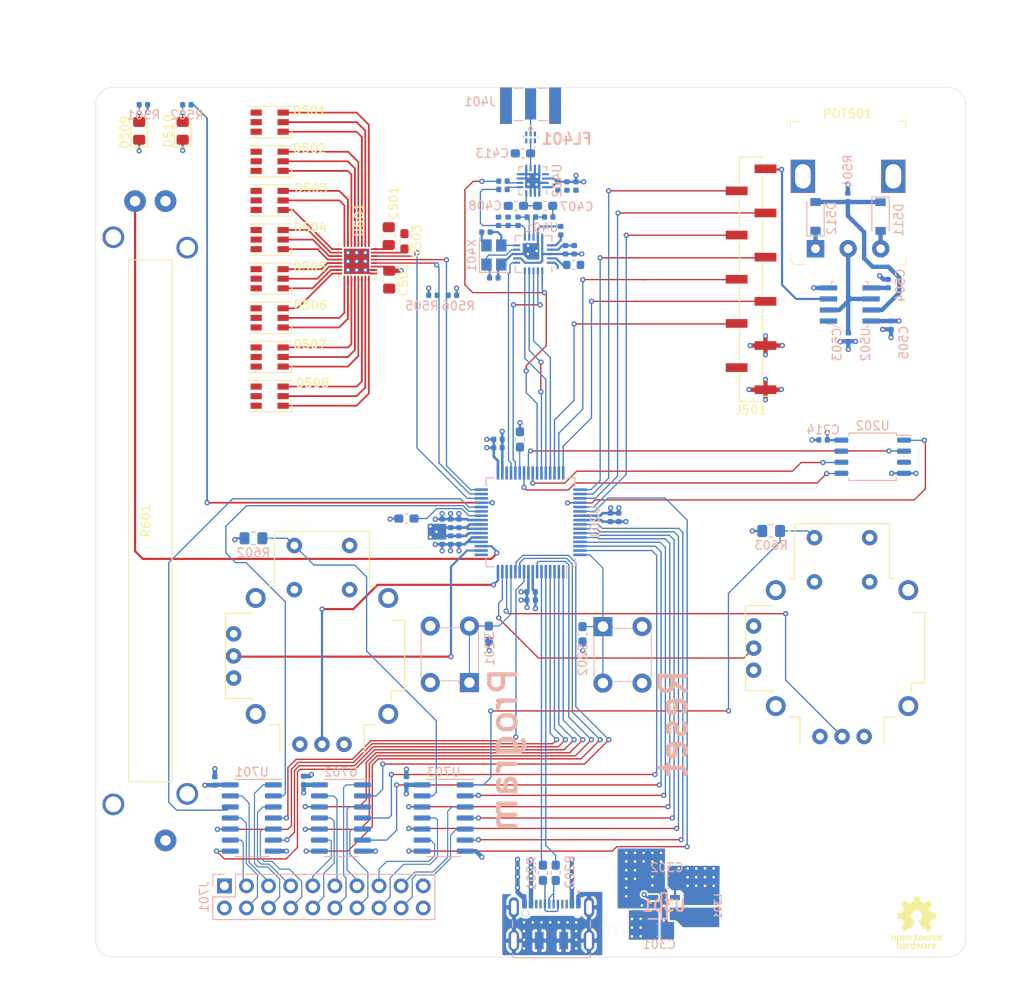
<source format=kicad_pcb>
(kicad_pcb (version 20171130) (host pcbnew "(5.1.6)-1")
  (layers (0 F.Cu signal) (1 In1.Cu signal) (2 In2.Cu signal) (31 B.Cu signal) (34 B.Paste user) (35 F.Paste user) (36 B.SilkS user) (37 F.SilkS user) (38 B.Mask user) (39 F.Mask user) (44 Edge.Cuts user))
  (net 0 "")
  (net 1 GND)
  (net 2 +3V3)
  (net 3 +5V)
  (net 4 /Radio/VDD_PA)
  (net 5 "Net-(J201-Pad9)")
  (net 6 "Net-(J201-Pad5)")
  (net 7 "Net-(J201-Pad6)")
  (net 8 "Net-(J201-Pad4)")
  (net 9 "Net-(J201-Pad10)")
  (net 10 "Net-(J201-Pad3)")
  (net 11 /Power/3v3_LX)
  (net 12 /LPC51/USB_DM)
  (net 13 /LPC51/USB_DP)
  (net 14 /LPC51/ISP0)
  (net 15 /LPC51/ISP1)
  (net 16 /LPC51/RESET)
  (net 17 /LPC51/ISP-VBUS)
  (net 18 nRF_CE)
  (net 19 "Net-(U201-Pad35)")
  (net 20 nRF_IRQ)
  (net 21 nRF_MISO)
  (net 22 nRF_MOSI)
  (net 23 nRF_SCLK)
  (net 24 nRF_CSn)
  (net 25 "Net-(C405-Pad2)")
  (net 26 "Net-(C407-Pad2)")
  (net 27 "Net-(FL401-Pad5)")
  (net 28 "Net-(C401-Pad1)")
  (net 29 "Net-(C404-Pad2)")
  (net 30 "Net-(C407-Pad1)")
  (net 31 "Net-(C413-Pad2)")
  (net 32 "Net-(L401-Pad2)")
  (net 33 "Net-(L401-Pad1)")
  (net 34 "Net-(R401-Pad1)")
  (net 35 /Radio/TXEN)
  (net 36 /Radio/RXEN)
  (net 37 "Net-(U402-Pad13)")
  (net 38 "Net-(D501-Pad2)")
  (net 39 "Net-(D502-Pad2)")
  (net 40 "Net-(D504-Pad2)")
  (net 41 "Net-(D505-Pad2)")
  (net 42 "Net-(D506-Pad2)")
  (net 43 "Net-(D507-Pad2)")
  (net 44 Screen_SPI_CSn_SDCard)
  (net 45 Screen_TFT_RESET)
  (net 46 Screen_SPI_MOSI)
  (net 47 Screen_SPI_SCLK)
  (net 48 "/LEDs and Screen/3vOut")
  (net 49 Screen_TFT_DC)
  (net 50 Screen_SPI_CSn_TFT)
  (net 51 Screen_SPI_MISO)
  (net 52 "Net-(POT501-Pad4)")
  (net 53 LED_ERROR)
  (net 54 "Net-(R601-Pad7)")
  (net 55 "Net-(R601-Pad6)")
  (net 56 "Net-(R601-Pad5)")
  (net 57 "Net-(R601-Pad4)")
  (net 58 Throttle)
  (net 59 JS_left_button)
  (net 60 JS_right_button)
  (net 61 "Net-(U202-Pad7)")
  (net 62 /LPC51/Flash_SPI_MOSI)
  (net 63 "Net-(U202-Pad3)")
  (net 64 /LPC51/Flash_SPI_MISO)
  (net 65 JS_left_V)
  (net 66 "Net-(U601-PadS1)")
  (net 67 JS_left_H)
  (net 68 JS_right_V)
  (net 69 "Net-(U602-PadS1)")
  (net 70 JS_right_H)
  (net 71 /LPC51/Flash_SPI_SCLK)
  (net 72 /LPC51/Flash_SPI_CSn)
  (net 73 "/Keyboard connector and Schmitt triggers/SW_M1")
  (net 74 "/Keyboard connector and Schmitt triggers/SW_M2")
  (net 75 "/Keyboard connector and Schmitt triggers/SW_M0")
  (net 76 "/Keyboard connector and Schmitt triggers/SW_M3")
  (net 77 "/Keyboard connector and Schmitt triggers/SW_3")
  (net 78 "/Keyboard connector and Schmitt triggers/SW_Enter")
  (net 79 "/Keyboard connector and Schmitt triggers/SW_9")
  (net 80 "/Keyboard connector and Schmitt triggers/SW_6")
  (net 81 "/Keyboard connector and Schmitt triggers/SW_2")
  (net 82 "/Keyboard connector and Schmitt triggers/SW_point")
  (net 83 "/Keyboard connector and Schmitt triggers/SW_8")
  (net 84 "/Keyboard connector and Schmitt triggers/SW_5")
  (net 85 "/Keyboard connector and Schmitt triggers/SW_0")
  (net 86 "/Keyboard connector and Schmitt triggers/SW_1")
  (net 87 "/Keyboard connector and Schmitt triggers/SW_4")
  (net 88 "/Keyboard connector and Schmitt triggers/SW_7")
  (net 89 "Net-(C501-Pad1)")
  (net 90 "/LEDs and Screen/TRIG")
  (net 91 "Net-(C504-Pad1)")
  (net 92 "Net-(D503-Pad3)")
  (net 93 "Net-(D503-Pad2)")
  (net 94 "Net-(D503-Pad1)")
  (net 95 "Net-(D504-Pad3)")
  (net 96 "Net-(D504-Pad1)")
  (net 97 "Net-(D505-Pad3)")
  (net 98 "Net-(D505-Pad1)")
  (net 99 "Net-(D506-Pad3)")
  (net 100 "Net-(D506-Pad1)")
  (net 101 "Net-(D507-Pad3)")
  (net 102 "Net-(D507-Pad1)")
  (net 103 "Net-(D508-Pad2)")
  (net 104 "/LEDs and Screen/DISCH")
  (net 105 "Net-(D509-Pad2)")
  (net 106 "Net-(D510-Pad2)")
  (net 107 "Net-(D511-Pad2)")
  (net 108 "Net-(D512-Pad1)")
  (net 109 "/LEDs and Screen/Backlight_PWM")
  (net 110 "Net-(R503-Pad2)")
  (net 111 LED_RGB_I2C_SCL)
  (net 112 LED_RGB_I2C_SDA)
  (net 113 "Net-(U201-Pad17)")
  (net 114 LED_RGB_EN)
  (net 115 "Net-(U502-Pad1)")
  (net 116 "Net-(D501-Pad3)")
  (net 117 "Net-(D501-Pad1)")
  (net 118 "Net-(D502-Pad3)")
  (net 119 "Net-(D502-Pad1)")
  (net 120 "Net-(D508-Pad3)")
  (net 121 "Net-(D508-Pad1)")
  (net 122 KB_SW_1)
  (net 123 KB_SW_4)
  (net 124 KB_SW_7)
  (net 125 KB_SW_8)
  (net 126 KB_SW_5)
  (net 127 KB_SW_0)
  (net 128 KB_SW_6)
  (net 129 KB_SW_2)
  (net 130 KB_SW_point)
  (net 131 KB_SW_3)
  (net 132 KB_SW_ENTER)
  (net 133 KB_SW_9)
  (net 134 JS_left_button_out)
  (net 135 KB_SW_M0)
  (net 136 KB_SW_M3)
  (net 137 KB_SW_M1)
  (net 138 KB_SW_M2)
  (net 139 JS_right_button_out)
  (module Resistor_SMD:R_0402_1005Metric (layer B.Cu) (at 141.02 83.9)
    (fp_text reference R506 (at 0.66 1.22) (layer B.SilkS) (effects (justify mirror)))
    (fp_text value 4k7)
    (pad 2 smd roundrect (at 0.485 0) (size 0.59 0.64) (layers B.Cu B.Paste B.Mask) (net 2 +3V3))
    (pad 1 smd roundrect (at -0.485 0) (size 0.59 0.64) (layers B.Cu B.Paste B.Mask) (net 111 LED_RGB_I2C_SCL))
  )
  (module Resistor_SMD:R_0402_1005Metric (layer B.Cu) (at 138.77 83.9 180)
    (fp_text reference R505 (at 1.27 -1.22) (layer B.SilkS) (effects (justify mirror)))
    (fp_text value 4k7)
    (pad 2 smd roundrect (at 0.485 0 180) (size 0.59 0.64) (layers B.Cu B.Paste B.Mask) (net 2 +3V3))
    (pad 1 smd roundrect (at -0.485 0 180) (size 0.59 0.64) (layers B.Cu B.Paste B.Mask) (net 112 LED_RGB_I2C_SDA))
  )
  (module Capacitor_SMD:C_0805_2012Metric_Pad1.15x1.40mm_HandSolder (layer F.Cu) (at 133.75 82.105 270)
    (fp_text reference C502 (at 0 -1.65 90) (layer F.SilkS))
    (fp_text value 100nF)
    (pad 2 smd roundrect (at 1.025 0 270) (size 1.15 1.4) (layers F.Cu F.Paste F.Mask) (roundrect_rratio 0.217391) (net 1 GND))
    (pad 1 smd roundrect (at -1.025 0 270) (size 1.15 1.4) (layers F.Cu F.Paste F.Mask) (roundrect_rratio 0.217391) (net 2 +3V3))
  )
  (module digikey-footprints:SOIC-8_W3.9mm (layer B.Cu) (at 186.7 84.96 90)
    (fp_text reference U502 (at -4.59 1.81 90) (layer B.SilkS) (effects (justify mirror)))
    (fp_text value TLC555CDR)
    (pad 3 smd rect (at 0.635 -2.45 90) (size 0.6 2) (layers B.Cu B.Paste B.Mask) (net 109 "/LEDs and Screen/Backlight_PWM"))
    (pad 8 smd rect (at -1.905 2.45 90) (size 0.6 2) (layers B.Cu B.Paste B.Mask) (net 2 +3V3))
    (pad 7 smd rect (at -0.635 2.45 90) (size 0.6 2) (layers B.Cu B.Paste B.Mask) (net 104 "/LEDs and Screen/DISCH"))
    (pad 6 smd rect (at 0.635 2.45 90) (size 0.6 2) (layers B.Cu B.Paste B.Mask) (net 90 "/LEDs and Screen/TRIG"))
    (pad 5 smd rect (at 1.905 2.45 90) (size 0.6 2) (layers B.Cu B.Paste B.Mask) (net 91 "Net-(C504-Pad1)"))
    (pad 4 smd rect (at 1.905 -2.45 90) (size 0.6 2) (layers B.Cu B.Paste B.Mask) (net 2 +3V3))
    (pad 2 smd rect (at -0.635 -2.45 90) (size 0.6 2) (layers B.Cu B.Paste B.Mask) (net 90 "/LEDs and Screen/TRIG"))
    (pad 1 smd rect (at -1.905 -2.45 90) (size 0.6 2) (layers B.Cu B.Paste B.Mask) (net 115 "Net-(U502-Pad1)"))
  )
  (module Package_DFN_QFN:QFN-32-1EP_4x4mm_P0.4mm_EP2.9x2.9mm (layer F.Cu) (at 130 80 270)
    (fp_text reference U501 (at -4.76 -0.29 270) (layer F.SilkS))
    (fp_text value LP5024)
    (pad 33 smd rect (at 0 0 270) (size 2.9 2.9) (layers F.Cu F.Mask) (net 1 GND))
    (pad 32 smd roundrect (at -1.4 -2 270) (size 0.2 0.7) (layers F.Cu F.Paste F.Mask) (net 89 "Net-(C501-Pad1)"))
    (pad 31 smd roundrect (at -1 -2 270) (size 0.2 0.7) (layers F.Cu F.Paste F.Mask) (net 110 "Net-(R503-Pad2)"))
    (pad 30 smd roundrect (at -0.6 -2 270) (size 0.2 0.7) (layers F.Cu F.Paste F.Mask) (net 114 LED_RGB_EN))
    (pad 29 smd roundrect (at -0.2 -2 270) (size 0.2 0.7) (layers F.Cu F.Paste F.Mask) (net 111 LED_RGB_I2C_SCL))
    (pad 28 smd roundrect (at 0.2 -2 270) (size 0.2 0.7) (layers F.Cu F.Paste F.Mask) (net 112 LED_RGB_I2C_SDA))
    (pad 27 smd roundrect (at 0.6 -2 270) (size 0.2 0.7) (layers F.Cu F.Paste F.Mask) (net 2 +3V3))
    (pad 26 smd roundrect (at 1 -2 270) (size 0.2 0.7) (layers F.Cu F.Paste F.Mask) (net 1 GND))
    (pad 25 smd roundrect (at 1.4 -2 270) (size 0.2 0.7) (layers F.Cu F.Paste F.Mask) (net 1 GND))
    (pad 24 smd roundrect (at 2 -1.4 270) (size 0.7 0.2) (layers F.Cu F.Paste F.Mask) (net 121 "Net-(D508-Pad1)"))
    (pad 23 smd roundrect (at 2 -1 270) (size 0.7 0.2) (layers F.Cu F.Paste F.Mask) (net 103 "Net-(D508-Pad2)"))
    (pad 22 smd roundrect (at 2 -0.6 270) (size 0.7 0.2) (layers F.Cu F.Paste F.Mask) (net 120 "Net-(D508-Pad3)"))
    (pad 21 smd roundrect (at 2 -0.2 270) (size 0.7 0.2) (layers F.Cu F.Paste F.Mask) (net 102 "Net-(D507-Pad1)"))
    (pad 20 smd roundrect (at 2 0.2 270) (size 0.7 0.2) (layers F.Cu F.Paste F.Mask) (net 43 "Net-(D507-Pad2)"))
    (pad 19 smd roundrect (at 2 0.6 270) (size 0.7 0.2) (layers F.Cu F.Paste F.Mask) (net 101 "Net-(D507-Pad3)"))
    (pad 18 smd roundrect (at 2 1 270) (size 0.7 0.2) (layers F.Cu F.Paste F.Mask) (net 100 "Net-(D506-Pad1)"))
    (pad 17 smd roundrect (at 2 1.4 270) (size 0.7 0.2) (layers F.Cu F.Paste F.Mask) (net 42 "Net-(D506-Pad2)"))
    (pad 16 smd roundrect (at 1.4 2 270) (size 0.2 0.7) (layers F.Cu F.Paste F.Mask) (net 99 "Net-(D506-Pad3)"))
    (pad 15 smd roundrect (at 1 2 270) (size 0.2 0.7) (layers F.Cu F.Paste F.Mask) (net 98 "Net-(D505-Pad1)"))
    (pad 14 smd roundrect (at 0.6 2 270) (size 0.2 0.7) (layers F.Cu F.Paste F.Mask) (net 41 "Net-(D505-Pad2)"))
    (pad 13 smd roundrect (at 0.2 2 270) (size 0.2 0.7) (layers F.Cu F.Paste F.Mask) (net 97 "Net-(D505-Pad3)"))
    (pad 12 smd roundrect (at -0.2 2 270) (size 0.2 0.7) (layers F.Cu F.Paste F.Mask) (net 96 "Net-(D504-Pad1)"))
    (pad 11 smd roundrect (at -0.6 2 270) (size 0.2 0.7) (layers F.Cu F.Paste F.Mask) (net 40 "Net-(D504-Pad2)"))
    (pad 10 smd roundrect (at -1 2 270) (size 0.2 0.7) (layers F.Cu F.Paste F.Mask) (net 95 "Net-(D504-Pad3)"))
    (pad 9 smd roundrect (at -1.4 2 270) (size 0.2 0.7) (layers F.Cu F.Paste F.Mask) (net 94 "Net-(D503-Pad1)"))
    (pad 8 smd roundrect (at -2 1.4 270) (size 0.7 0.2) (layers F.Cu F.Paste F.Mask) (net 93 "Net-(D503-Pad2)"))
    (pad 7 smd roundrect (at -2 1 270) (size 0.7 0.2) (layers F.Cu F.Paste F.Mask) (net 92 "Net-(D503-Pad3)"))
    (pad 6 smd roundrect (at -2 0.6 270) (size 0.7 0.2) (layers F.Cu F.Paste F.Mask) (net 119 "Net-(D502-Pad1)"))
    (pad 5 smd roundrect (at -2 0.2 270) (size 0.7 0.2) (layers F.Cu F.Paste F.Mask) (net 39 "Net-(D502-Pad2)"))
    (pad 4 smd roundrect (at -2 -0.2 270) (size 0.7 0.2) (layers F.Cu F.Paste F.Mask) (net 118 "Net-(D502-Pad3)"))
    (pad 3 smd roundrect (at -2 -0.6 270) (size 0.7 0.2) (layers F.Cu F.Paste F.Mask) (net 117 "Net-(D501-Pad1)"))
    (pad 2 smd roundrect (at -2 -1 270) (size 0.7 0.2) (layers F.Cu F.Paste F.Mask) (net 38 "Net-(D501-Pad2)"))
    (pad 1 smd roundrect (at -2 -1.4 270) (size 0.7 0.2) (layers F.Cu F.Paste F.Mask) (net 116 "Net-(D501-Pad3)"))
  )
  (module Resistor_SMD:R_0402_1005Metric (layer B.Cu) (at 186.48 72.65 90)
    (fp_text reference R504 (at 3.01 0 90) (layer B.SilkS) (effects (justify mirror)))
    (fp_text value 1k)
    (pad 2 smd roundrect (at 0.485 0 90) (size 0.59 0.64) (layers B.Cu B.Paste B.Mask) (net 2 +3V3))
    (pad 1 smd roundrect (at -0.485 0 90) (size 0.59 0.64) (layers B.Cu B.Paste B.Mask) (net 104 "/LEDs and Screen/DISCH"))
  )
  (module Resistor_SMD:R_0603_1608Metric_Pad1.05x0.95mm_HandSolder (layer F.Cu) (at 135.5 77.7 270)
    (fp_text reference R503 (at 0 -1.43 90) (layer F.SilkS))
    (fp_text value 7k32)
    (pad 2 smd roundrect (at 0.875 0 270) (size 1.05 0.95) (layers F.Cu F.Paste F.Mask) (net 110 "Net-(R503-Pad2)"))
    (pad 1 smd roundrect (at -0.875 0 270) (size 1.05 0.95) (layers F.Cu F.Paste F.Mask) (net 1 GND))
  )
  (module Diode_SMD:D_SOD-123 (layer B.Cu) (at 182.76 74.83 90)
    (fp_text reference D512 (at -0.21 1.84 270) (layer B.SilkS) (effects (justify mirror)))
    (fp_text value BAT54GWJ)
    (pad 2 smd rect (at 1.65 0 90) (size 0.9 1.2) (layers B.Cu B.Paste B.Mask) (net 104 "/LEDs and Screen/DISCH"))
    (pad 1 smd rect (at -1.65 0 90) (size 0.9 1.2) (layers B.Cu B.Paste B.Mask) (net 108 "Net-(D512-Pad1)"))
  )
  (module LED_SMD:LED_RGB_PLCC-6 (layer F.Cu) (at 120 91 180)
    (fp_text reference D507 (at -4.63 1.45 180) (layer F.SilkS))
    (fp_text value "User LED RGB 6")
    (pad 6 smd rect (at 1.55 -1.1 270) (size 0.7 1.3) (layers F.Cu F.Paste F.Mask) (net 2 +3V3))
    (pad 5 smd rect (at 1.55 0 270) (size 0.7 1.3) (layers F.Cu F.Paste F.Mask) (net 2 +3V3))
    (pad 4 smd rect (at 1.55 1.1 270) (size 0.7 1.3) (layers F.Cu F.Paste F.Mask) (net 2 +3V3))
    (pad 3 smd rect (at -1.55 1.1 270) (size 0.7 1.3) (layers F.Cu F.Paste F.Mask) (net 101 "Net-(D507-Pad3)"))
    (pad 2 smd rect (at -1.55 0 270) (size 0.7 1.3) (layers F.Cu F.Paste F.Mask) (net 43 "Net-(D507-Pad2)"))
    (pad 1 smd rect (at -1.55 -1.1 270) (size 0.7 1.3) (layers F.Cu F.Paste F.Mask) (net 102 "Net-(D507-Pad1)"))
  )
  (module LED_SMD:LED_RGB_PLCC-6 (layer F.Cu) (at 120 82 180)
    (fp_text reference D505 (at -4.62 1.35 180) (layer F.SilkS))
    (fp_text value "User LED RGB 4")
    (pad 6 smd rect (at 1.55 -1.1 270) (size 0.7 1.3) (layers F.Cu F.Paste F.Mask) (net 2 +3V3))
    (pad 5 smd rect (at 1.55 0 270) (size 0.7 1.3) (layers F.Cu F.Paste F.Mask) (net 2 +3V3))
    (pad 4 smd rect (at 1.55 1.1 270) (size 0.7 1.3) (layers F.Cu F.Paste F.Mask) (net 2 +3V3))
    (pad 3 smd rect (at -1.55 1.1 270) (size 0.7 1.3) (layers F.Cu F.Paste F.Mask) (net 97 "Net-(D505-Pad3)"))
    (pad 2 smd rect (at -1.55 0 270) (size 0.7 1.3) (layers F.Cu F.Paste F.Mask) (net 41 "Net-(D505-Pad2)"))
    (pad 1 smd rect (at -1.55 -1.1 270) (size 0.7 1.3) (layers F.Cu F.Paste F.Mask) (net 98 "Net-(D505-Pad1)"))
  )
  (module LED_SMD:LED_RGB_PLCC-6 (layer F.Cu) (at 120 73 180)
    (fp_text reference D503 (at -4.75 1.39 180) (layer F.SilkS))
    (fp_text value "User LED RGB 2")
    (pad 6 smd rect (at 1.55 -1.1 270) (size 0.7 1.3) (layers F.Cu F.Paste F.Mask) (net 2 +3V3))
    (pad 5 smd rect (at 1.55 0 270) (size 0.7 1.3) (layers F.Cu F.Paste F.Mask) (net 2 +3V3))
    (pad 4 smd rect (at 1.55 1.1 270) (size 0.7 1.3) (layers F.Cu F.Paste F.Mask) (net 2 +3V3))
    (pad 3 smd rect (at -1.55 1.1 270) (size 0.7 1.3) (layers F.Cu F.Paste F.Mask) (net 92 "Net-(D503-Pad3)"))
    (pad 2 smd rect (at -1.55 0 270) (size 0.7 1.3) (layers F.Cu F.Paste F.Mask) (net 93 "Net-(D503-Pad2)"))
    (pad 1 smd rect (at -1.55 -1.1 270) (size 0.7 1.3) (layers F.Cu F.Paste F.Mask) (net 94 "Net-(D503-Pad1)"))
  )
  (module Diode_SMD:D_SOD-123 (layer B.Cu) (at 190.24 74.85 270)
    (fp_text reference D511 (at 0.4 -2.09 90) (layer B.SilkS) (effects (justify mirror)))
    (fp_text value BAT54GWJ)
    (pad 2 smd rect (at 1.65 0 270) (size 0.9 1.2) (layers B.Cu B.Paste B.Mask) (net 107 "Net-(D511-Pad2)"))
    (pad 1 smd rect (at -1.65 0 270) (size 0.9 1.2) (layers B.Cu B.Paste B.Mask) (net 104 "/LEDs and Screen/DISCH"))
  )
  (module LED_SMD:LED_RGB_PLCC-6 (layer F.Cu) (at 120 64 180)
    (fp_text reference D501 (at -4.59 1.31 180) (layer F.SilkS))
    (fp_text value "User LED RGB 0")
    (pad 6 smd rect (at 1.55 -1.1 270) (size 0.7 1.3) (layers F.Cu F.Paste F.Mask) (net 2 +3V3))
    (pad 5 smd rect (at 1.55 0 270) (size 0.7 1.3) (layers F.Cu F.Paste F.Mask) (net 2 +3V3))
    (pad 4 smd rect (at 1.55 1.1 270) (size 0.7 1.3) (layers F.Cu F.Paste F.Mask) (net 2 +3V3))
    (pad 3 smd rect (at -1.55 1.1 270) (size 0.7 1.3) (layers F.Cu F.Paste F.Mask) (net 116 "Net-(D501-Pad3)"))
    (pad 2 smd rect (at -1.55 0 270) (size 0.7 1.3) (layers F.Cu F.Paste F.Mask) (net 38 "Net-(D501-Pad2)"))
    (pad 1 smd rect (at -1.55 -1.1 270) (size 0.7 1.3) (layers F.Cu F.Paste F.Mask) (net 117 "Net-(D501-Pad1)"))
  )
  (module LED_SMD:LED_RGB_PLCC-6 (layer F.Cu) (at 120 95.5 180)
    (fp_text reference D508 (at -4.92 1.5 180) (layer F.SilkS))
    (fp_text value "User LED RGB 7")
    (pad 6 smd rect (at 1.55 -1.1 270) (size 0.7 1.3) (layers F.Cu F.Paste F.Mask) (net 2 +3V3))
    (pad 5 smd rect (at 1.55 0 270) (size 0.7 1.3) (layers F.Cu F.Paste F.Mask) (net 2 +3V3))
    (pad 4 smd rect (at 1.55 1.1 270) (size 0.7 1.3) (layers F.Cu F.Paste F.Mask) (net 2 +3V3))
    (pad 3 smd rect (at -1.55 1.1 270) (size 0.7 1.3) (layers F.Cu F.Paste F.Mask) (net 120 "Net-(D508-Pad3)"))
    (pad 2 smd rect (at -1.55 0 270) (size 0.7 1.3) (layers F.Cu F.Paste F.Mask) (net 103 "Net-(D508-Pad2)"))
    (pad 1 smd rect (at -1.55 -1.1 270) (size 0.7 1.3) (layers F.Cu F.Paste F.Mask) (net 121 "Net-(D508-Pad1)"))
  )
  (module LED_SMD:LED_RGB_PLCC-6 (layer F.Cu) (at 120 86.5 180)
    (fp_text reference D506 (at -4.68 1.46 180) (layer F.SilkS))
    (fp_text value "User LED RGB 5")
    (pad 6 smd rect (at 1.55 -1.1 270) (size 0.7 1.3) (layers F.Cu F.Paste F.Mask) (net 2 +3V3))
    (pad 5 smd rect (at 1.55 0 270) (size 0.7 1.3) (layers F.Cu F.Paste F.Mask) (net 2 +3V3))
    (pad 4 smd rect (at 1.55 1.1 270) (size 0.7 1.3) (layers F.Cu F.Paste F.Mask) (net 2 +3V3))
    (pad 3 smd rect (at -1.55 1.1 270) (size 0.7 1.3) (layers F.Cu F.Paste F.Mask) (net 99 "Net-(D506-Pad3)"))
    (pad 2 smd rect (at -1.55 0 270) (size 0.7 1.3) (layers F.Cu F.Paste F.Mask) (net 42 "Net-(D506-Pad2)"))
    (pad 1 smd rect (at -1.55 -1.1 270) (size 0.7 1.3) (layers F.Cu F.Paste F.Mask) (net 100 "Net-(D506-Pad1)"))
  )
  (module LED_SMD:LED_RGB_PLCC-6 (layer F.Cu) (at 120 77.5 180)
    (fp_text reference D504 (at -4.69 1.39 180) (layer F.SilkS))
    (fp_text value "User LED RGB 3")
    (pad 6 smd rect (at 1.55 -1.1 270) (size 0.7 1.3) (layers F.Cu F.Paste F.Mask) (net 2 +3V3))
    (pad 5 smd rect (at 1.55 0 270) (size 0.7 1.3) (layers F.Cu F.Paste F.Mask) (net 2 +3V3))
    (pad 4 smd rect (at 1.55 1.1 270) (size 0.7 1.3) (layers F.Cu F.Paste F.Mask) (net 2 +3V3))
    (pad 3 smd rect (at -1.55 1.1 270) (size 0.7 1.3) (layers F.Cu F.Paste F.Mask) (net 95 "Net-(D504-Pad3)"))
    (pad 2 smd rect (at -1.55 0 270) (size 0.7 1.3) (layers F.Cu F.Paste F.Mask) (net 40 "Net-(D504-Pad2)"))
    (pad 1 smd rect (at -1.55 -1.1 270) (size 0.7 1.3) (layers F.Cu F.Paste F.Mask) (net 96 "Net-(D504-Pad1)"))
  )
  (module LED_SMD:LED_RGB_PLCC-6 (layer F.Cu) (at 120 68.5 180)
    (fp_text reference D502 (at -4.6 1.48 180) (layer F.SilkS))
    (fp_text value "User LED RGB 1")
    (pad 6 smd rect (at 1.55 -1.1 270) (size 0.7 1.3) (layers F.Cu F.Paste F.Mask) (net 2 +3V3))
    (pad 5 smd rect (at 1.55 0 270) (size 0.7 1.3) (layers F.Cu F.Paste F.Mask) (net 2 +3V3))
    (pad 4 smd rect (at 1.55 1.1 270) (size 0.7 1.3) (layers F.Cu F.Paste F.Mask) (net 2 +3V3))
    (pad 3 smd rect (at -1.55 1.1 270) (size 0.7 1.3) (layers F.Cu F.Paste F.Mask) (net 118 "Net-(D502-Pad3)"))
    (pad 2 smd rect (at -1.55 0 270) (size 0.7 1.3) (layers F.Cu F.Paste F.Mask) (net 39 "Net-(D502-Pad2)"))
    (pad 1 smd rect (at -1.55 -1.1 270) (size 0.7 1.3) (layers F.Cu F.Paste F.Mask) (net 119 "Net-(D502-Pad1)"))
  )
  (module Capacitor_SMD:C_0402_1005Metric (layer B.Cu) (at 191.44 87.34 270)
    (fp_text reference C505 (at 2 -1.46 90) (layer B.SilkS) (effects (justify mirror)))
    (fp_text value 100nF)
    (pad 2 smd roundrect (at 0.485 0 270) (size 0.59 0.64) (layers B.Cu B.Paste B.Mask) (net 1 GND))
    (pad 1 smd roundrect (at -0.485 0 270) (size 0.59 0.64) (layers B.Cu B.Paste B.Mask) (net 2 +3V3))
  )
  (module Capacitor_SMD:C_0402_1005Metric (layer B.Cu) (at 191.1 82.56 90)
    (fp_text reference C504 (at -0.22 1.4 90) (layer B.SilkS) (effects (justify mirror)))
    (fp_text value 100nF)
    (pad 2 smd roundrect (at 0.485 0 90) (size 0.59 0.64) (layers B.Cu B.Paste B.Mask) (net 1 GND))
    (pad 1 smd roundrect (at -0.485 0 90) (size 0.59 0.64) (layers B.Cu B.Paste B.Mask) (net 91 "Net-(C504-Pad1)"))
  )
  (module Capacitor_SMD:C_0402_1005Metric (layer B.Cu) (at 186.53 88.715 270)
    (fp_text reference C503 (at 0.84 1.3 90) (layer B.SilkS) (effects (justify mirror)))
    (fp_text value 100nF)
    (pad 2 smd roundrect (at 0.485 0 270) (size 0.59 0.64) (layers B.Cu B.Paste B.Mask) (net 1 GND))
    (pad 1 smd roundrect (at -0.485 0 270) (size 0.59 0.64) (layers B.Cu B.Paste B.Mask) (net 90 "/LEDs and Screen/TRIG"))
  )
  (module Capacitor_SMD:C_0805_2012Metric_Pad1.15x1.40mm_HandSolder (layer F.Cu) (at 133.69 77.1 90)
    (fp_text reference C501 (at 3.8 0.55 90) (layer F.SilkS))
    (fp_text value 1uF)
    (pad 2 smd roundrect (at 1.025 0 90) (size 1.15 1.4) (layers F.Cu F.Paste F.Mask) (roundrect_rratio 0.217391) (net 1 GND))
    (pad 1 smd roundrect (at -1.025 0 90) (size 1.15 1.4) (layers F.Cu F.Paste F.Mask) (roundrect_rratio 0.217391) (net 89 "Net-(C501-Pad1)"))
  )
  (module SamacSys_Parts:SOT95P280X145-5N (layer B.Cu) (at 165.35 154.1)
    (fp_text reference U301 (at 0 0) (layer B.SilkS) (effects (font (size 1.27 1.27) (thickness 0.254)) (justify mirror)))
    (fp_text value SC189ZSKTRT hide)
    (pad 5 smd rect (at 1.25 0.95 270) (size 0.6 1.15) (layers B.Cu B.Paste B.Mask) (net 11 /Power/3v3_LX))
    (pad 4 smd rect (at 1.25 -0.95 270) (size 0.6 1.15) (layers B.Cu B.Paste B.Mask) (net 2 +3V3))
    (pad 3 smd rect (at -1.25 -0.95 270) (size 0.6 1.15) (layers B.Cu B.Paste B.Mask) (net 3 +5V))
    (pad 2 smd rect (at -1.25 0 270) (size 0.6 1.15) (layers B.Cu B.Paste B.Mask) (net 1 GND))
    (pad 1 smd rect (at -1.25 0.95 270) (size 0.6 1.15) (layers B.Cu B.Paste B.Mask) (net 3 +5V))
  )
  (module Package_SO:SOIC-14_3.9x8.7mm_P1.27mm (layer B.Cu) (at 117.95 144 180)
    (fp_text reference U701 (at 0 5.28) (layer B.SilkS) (effects (justify mirror)))
    (fp_text value 74HC14)
    (pad 14 smd roundrect (at 2.475 3.81 180) (size 1.95 0.6) (layers B.Cu B.Paste B.Mask) (net 2 +3V3))
    (pad 13 smd roundrect (at 2.475 2.54 180) (size 1.95 0.6) (layers B.Cu B.Paste B.Mask) (net 86 "/Keyboard connector and Schmitt triggers/SW_1"))
    (pad 12 smd roundrect (at 2.475 1.27 180) (size 1.95 0.6) (layers B.Cu B.Paste B.Mask) (net 122 KB_SW_1))
    (pad 11 smd roundrect (at 2.475 0 180) (size 1.95 0.6) (layers B.Cu B.Paste B.Mask) (net 87 "/Keyboard connector and Schmitt triggers/SW_4"))
    (pad 10 smd roundrect (at 2.475 -1.27 180) (size 1.95 0.6) (layers B.Cu B.Paste B.Mask) (net 123 KB_SW_4))
    (pad 9 smd roundrect (at 2.475 -2.54 180) (size 1.95 0.6) (layers B.Cu B.Paste B.Mask) (net 88 "/Keyboard connector and Schmitt triggers/SW_7"))
    (pad 8 smd roundrect (at 2.475 -3.81 180) (size 1.95 0.6) (layers B.Cu B.Paste B.Mask) (net 124 KB_SW_7))
    (pad 7 smd roundrect (at -2.475 -3.81 180) (size 1.95 0.6) (layers B.Cu B.Paste B.Mask) (net 1 GND))
    (pad 6 smd roundrect (at -2.475 -2.54 180) (size 1.95 0.6) (layers B.Cu B.Paste B.Mask) (net 125 KB_SW_8))
    (pad 5 smd roundrect (at -2.475 -1.27 180) (size 1.95 0.6) (layers B.Cu B.Paste B.Mask) (net 83 "/Keyboard connector and Schmitt triggers/SW_8"))
    (pad 4 smd roundrect (at -2.475 0 180) (size 1.95 0.6) (layers B.Cu B.Paste B.Mask) (net 126 KB_SW_5))
    (pad 3 smd roundrect (at -2.475 1.27 180) (size 1.95 0.6) (layers B.Cu B.Paste B.Mask) (net 84 "/Keyboard connector and Schmitt triggers/SW_5"))
    (pad 2 smd roundrect (at -2.475 2.54 180) (size 1.95 0.6) (layers B.Cu B.Paste B.Mask) (net 127 KB_SW_0))
    (pad 1 smd roundrect (at -2.475 3.81 180) (size 1.95 0.6) (layers B.Cu B.Paste B.Mask) (net 85 "/Keyboard connector and Schmitt triggers/SW_0"))
  )
  (module Capacitor_SMD:C_0402_1005Metric (layer B.Cu) (at 113.7 139.74 90)
    (fp_text reference C703)
    (fp_text value 100nF)
    (pad 2 smd roundrect (at 0.485 0 90) (size 0.59 0.64) (layers B.Cu B.Paste B.Mask) (net 1 GND))
    (pad 1 smd roundrect (at -0.485 0 90) (size 0.59 0.64) (layers B.Cu B.Paste B.Mask) (net 2 +3V3))
  )
  (module Capacitor_SMD:C_0402_1005Metric (layer B.Cu) (at 135.72 139.72 90)
    (fp_text reference C702)
    (fp_text value 100nF)
    (pad 2 smd roundrect (at 0.485 0 90) (size 0.59 0.64) (layers B.Cu B.Paste B.Mask) (net 1 GND))
    (pad 1 smd roundrect (at -0.485 0 90) (size 0.59 0.64) (layers B.Cu B.Paste B.Mask) (net 2 +3V3))
  )
  (module Capacitor_SMD:C_0402_1005Metric (layer B.Cu) (at 123.91 139.675 90)
    (fp_text reference C701)
    (fp_text value 100nF)
    (pad 2 smd roundrect (at 0.485 0 90) (size 0.59 0.64) (layers B.Cu B.Paste B.Mask) (net 1 GND))
    (pad 1 smd roundrect (at -0.485 0 90) (size 0.59 0.64) (layers B.Cu B.Paste B.Mask) (net 2 +3V3))
  )
  (module Package_SO:SOIC-14_3.9x8.7mm_P1.27mm (layer B.Cu) (at 140 144 180)
    (fp_text reference U703 (at 0 5.28) (layer B.SilkS) (effects (justify mirror)))
    (fp_text value 74HC14)
    (pad 14 smd roundrect (at 2.475 3.81 180) (size 1.95 0.6) (layers B.Cu B.Paste B.Mask) (net 2 +3V3))
    (pad 13 smd roundrect (at 2.475 2.54 180) (size 1.95 0.6) (layers B.Cu B.Paste B.Mask) (net 59 JS_left_button))
    (pad 12 smd roundrect (at 2.475 1.27 180) (size 1.95 0.6) (layers B.Cu B.Paste B.Mask) (net 134 JS_left_button_out))
    (pad 11 smd roundrect (at 2.475 0 180) (size 1.95 0.6) (layers B.Cu B.Paste B.Mask) (net 75 "/Keyboard connector and Schmitt triggers/SW_M0"))
    (pad 10 smd roundrect (at 2.475 -1.27 180) (size 1.95 0.6) (layers B.Cu B.Paste B.Mask) (net 135 KB_SW_M0))
    (pad 9 smd roundrect (at 2.475 -2.54 180) (size 1.95 0.6) (layers B.Cu B.Paste B.Mask) (net 76 "/Keyboard connector and Schmitt triggers/SW_M3"))
    (pad 8 smd roundrect (at 2.475 -3.81 180) (size 1.95 0.6) (layers B.Cu B.Paste B.Mask) (net 136 KB_SW_M3))
    (pad 7 smd roundrect (at -2.475 -3.81 180) (size 1.95 0.6) (layers B.Cu B.Paste B.Mask) (net 1 GND))
    (pad 6 smd roundrect (at -2.475 -2.54 180) (size 1.95 0.6) (layers B.Cu B.Paste B.Mask) (net 137 KB_SW_M1))
    (pad 5 smd roundrect (at -2.475 -1.27 180) (size 1.95 0.6) (layers B.Cu B.Paste B.Mask) (net 73 "/Keyboard connector and Schmitt triggers/SW_M1"))
    (pad 4 smd roundrect (at -2.475 0 180) (size 1.95 0.6) (layers B.Cu B.Paste B.Mask) (net 138 KB_SW_M2))
    (pad 3 smd roundrect (at -2.475 1.27 180) (size 1.95 0.6) (layers B.Cu B.Paste B.Mask) (net 74 "/Keyboard connector and Schmitt triggers/SW_M2"))
    (pad 2 smd roundrect (at -2.475 2.54 180) (size 1.95 0.6) (layers B.Cu B.Paste B.Mask) (net 139 JS_right_button_out))
    (pad 1 smd roundrect (at -2.475 3.81 180) (size 1.95 0.6) (layers B.Cu B.Paste B.Mask) (net 60 JS_right_button))
  )
  (module Package_SO:SOIC-14_3.9x8.7mm_P1.27mm (layer B.Cu) (at 128.2 144 180)
    (fp_text reference U702 (at 0 5.28) (layer B.SilkS) (effects (justify mirror)))
    (fp_text value 74HC14)
    (pad 14 smd roundrect (at 2.475 3.81 180) (size 1.95 0.6) (layers B.Cu B.Paste B.Mask) (net 2 +3V3))
    (pad 13 smd roundrect (at 2.475 2.54 180) (size 1.95 0.6) (layers B.Cu B.Paste B.Mask) (net 80 "/Keyboard connector and Schmitt triggers/SW_6"))
    (pad 12 smd roundrect (at 2.475 1.27 180) (size 1.95 0.6) (layers B.Cu B.Paste B.Mask) (net 128 KB_SW_6))
    (pad 11 smd roundrect (at 2.475 0 180) (size 1.95 0.6) (layers B.Cu B.Paste B.Mask) (net 81 "/Keyboard connector and Schmitt triggers/SW_2"))
    (pad 10 smd roundrect (at 2.475 -1.27 180) (size 1.95 0.6) (layers B.Cu B.Paste B.Mask) (net 129 KB_SW_2))
    (pad 9 smd roundrect (at 2.475 -2.54 180) (size 1.95 0.6) (layers B.Cu B.Paste B.Mask) (net 82 "/Keyboard connector and Schmitt triggers/SW_point"))
    (pad 8 smd roundrect (at 2.475 -3.81 180) (size 1.95 0.6) (layers B.Cu B.Paste B.Mask) (net 130 KB_SW_point))
    (pad 7 smd roundrect (at -2.475 -3.81 180) (size 1.95 0.6) (layers B.Cu B.Paste B.Mask) (net 1 GND))
    (pad 6 smd roundrect (at -2.475 -2.54 180) (size 1.95 0.6) (layers B.Cu B.Paste B.Mask) (net 131 KB_SW_3))
    (pad 5 smd roundrect (at -2.475 -1.27 180) (size 1.95 0.6) (layers B.Cu B.Paste B.Mask) (net 77 "/Keyboard connector and Schmitt triggers/SW_3"))
    (pad 4 smd roundrect (at -2.475 0 180) (size 1.95 0.6) (layers B.Cu B.Paste B.Mask) (net 132 KB_SW_ENTER))
    (pad 3 smd roundrect (at -2.475 1.27 180) (size 1.95 0.6) (layers B.Cu B.Paste B.Mask) (net 78 "/Keyboard connector and Schmitt triggers/SW_Enter"))
    (pad 2 smd roundrect (at -2.475 2.54 180) (size 1.95 0.6) (layers B.Cu B.Paste B.Mask) (net 133 KB_SW_9))
    (pad 1 smd roundrect (at -2.475 3.81 180) (size 1.95 0.6) (layers B.Cu B.Paste B.Mask) (net 79 "/Keyboard connector and Schmitt triggers/SW_9"))
  )
  (module Symbol:OSHW-Logo_5.7x6mm_SilkScreen (layer F.Cu) (at 194.39 156.03)
    (fp_text reference LOGO101 hide)
    (fp_text value Logo_Open_Hardware_Small hide)
  )
  (module Connector_PinHeader_2.54mm:PinHeader_2x10_P2.54mm_Vertical (layer B.Cu) (at 114.8 151.8 270)
    (fp_text reference J701 (at 1.27 2.33 90) (layer B.SilkS) (effects (justify mirror)))
    (fp_text value Conn_02x10_Odd_Even)
    (pad 20 thru_hole oval (at 2.54 -22.86 270) (size 1.7 1.7) (drill 1) (layers *.Cu *.Mask) (net 1 GND))
    (pad 19 thru_hole oval (at 0 -22.86 270) (size 1.7 1.7) (drill 1) (layers *.Cu *.Mask) (net 2 +3V3))
    (pad 18 thru_hole oval (at 2.54 -20.32 270) (size 1.7 1.7) (drill 1) (layers *.Cu *.Mask) (net 73 "/Keyboard connector and Schmitt triggers/SW_M1"))
    (pad 17 thru_hole oval (at 0 -20.32 270) (size 1.7 1.7) (drill 1) (layers *.Cu *.Mask) (net 74 "/Keyboard connector and Schmitt triggers/SW_M2"))
    (pad 16 thru_hole oval (at 2.54 -17.78 270) (size 1.7 1.7) (drill 1) (layers *.Cu *.Mask) (net 75 "/Keyboard connector and Schmitt triggers/SW_M0"))
    (pad 15 thru_hole oval (at 0 -17.78 270) (size 1.7 1.7) (drill 1) (layers *.Cu *.Mask) (net 76 "/Keyboard connector and Schmitt triggers/SW_M3"))
    (pad 14 thru_hole oval (at 2.54 -15.24 270) (size 1.7 1.7) (drill 1) (layers *.Cu *.Mask) (net 77 "/Keyboard connector and Schmitt triggers/SW_3"))
    (pad 13 thru_hole oval (at 0 -15.24 270) (size 1.7 1.7) (drill 1) (layers *.Cu *.Mask) (net 78 "/Keyboard connector and Schmitt triggers/SW_Enter"))
    (pad 12 thru_hole oval (at 2.54 -12.7 270) (size 1.7 1.7) (drill 1) (layers *.Cu *.Mask) (net 79 "/Keyboard connector and Schmitt triggers/SW_9"))
    (pad 11 thru_hole oval (at 0 -12.7 270) (size 1.7 1.7) (drill 1) (layers *.Cu *.Mask) (net 80 "/Keyboard connector and Schmitt triggers/SW_6"))
    (pad 10 thru_hole oval (at 2.54 -10.16 270) (size 1.7 1.7) (drill 1) (layers *.Cu *.Mask) (net 81 "/Keyboard connector and Schmitt triggers/SW_2"))
    (pad 9 thru_hole oval (at 0 -10.16 270) (size 1.7 1.7) (drill 1) (layers *.Cu *.Mask) (net 82 "/Keyboard connector and Schmitt triggers/SW_point"))
    (pad 8 thru_hole oval (at 2.54 -7.62 270) (size 1.7 1.7) (drill 1) (layers *.Cu *.Mask) (net 83 "/Keyboard connector and Schmitt triggers/SW_8"))
    (pad 7 thru_hole oval (at 0 -7.62 270) (size 1.7 1.7) (drill 1) (layers *.Cu *.Mask) (net 84 "/Keyboard connector and Schmitt triggers/SW_5"))
    (pad 6 thru_hole oval (at 2.54 -5.08 270) (size 1.7 1.7) (drill 1) (layers *.Cu *.Mask) (net 85 "/Keyboard connector and Schmitt triggers/SW_0"))
    (pad 5 thru_hole oval (at 0 -5.08 270) (size 1.7 1.7) (drill 1) (layers *.Cu *.Mask) (net 86 "/Keyboard connector and Schmitt triggers/SW_1"))
    (pad 4 thru_hole oval (at 2.54 -2.54 270) (size 1.7 1.7) (drill 1) (layers *.Cu *.Mask) (net 87 "/Keyboard connector and Schmitt triggers/SW_4"))
    (pad 3 thru_hole oval (at 0 -2.54 270) (size 1.7 1.7) (drill 1) (layers *.Cu *.Mask) (net 88 "/Keyboard connector and Schmitt triggers/SW_7"))
    (pad 2 thru_hole oval (at 2.54 0 270) (size 1.7 1.7) (drill 1) (layers *.Cu *.Mask) (net 1 GND))
    (pad 1 thru_hole rect (at 0 0 270) (size 1.7 1.7) (drill 1) (layers *.Cu *.Mask) (net 2 +3V3))
  )
  (module Capacitor_SMD:C_0805_2012Metric (layer B.Cu) (at 165.67 151.35 180)
    (fp_text reference C302 (at 0 1.65 180) (layer B.SilkS) (effects (justify mirror)))
    (fp_text value 22uF)
    (pad 2 smd roundrect (at 0.9375 0 180) (size 0.975 1.4) (layers B.Cu B.Paste B.Mask) (net 1 GND))
    (pad 1 smd roundrect (at -0.9375 0 180) (size 0.975 1.4) (layers B.Cu B.Paste B.Mask) (net 2 +3V3))
  )
  (module Capacitor_SMD:C_0805_2012Metric (layer B.Cu) (at 164.78 156.89)
    (fp_text reference C301 (at 0 1.65 180) (layer B.SilkS) (effects (justify mirror)))
    (fp_text value 10uF)
    (pad 2 smd roundrect (at 0.9375 0) (size 0.975 1.4) (layers B.Cu B.Paste B.Mask) (net 1 GND))
    (pad 1 smd roundrect (at -0.9375 0) (size 0.975 1.4) (layers B.Cu B.Paste B.Mask) (net 3 +5V))
  )
  (module Capacitor_SMD:C_0402_1005Metric (layer B.Cu) (at 159.18 109.44 90)
    (fp_text reference C213)
    (fp_text value 10nF)
    (pad 2 smd roundrect (at 0.485 0 90) (size 0.59 0.64) (layers B.Cu B.Paste B.Mask) (net 1 GND))
    (pad 1 smd roundrect (at -0.485 0 90) (size 0.59 0.64) (layers B.Cu B.Paste B.Mask) (net 2 +3V3))
  )
  (module Capacitor_SMD:C_0402_1005Metric (layer B.Cu) (at 160.14 109.44 90)
    (fp_text reference C212)
    (fp_text value 100nF)
    (pad 2 smd roundrect (at 0.485 0 90) (size 0.59 0.64) (layers B.Cu B.Paste B.Mask) (net 1 GND))
    (pad 1 smd roundrect (at -0.485 0 90) (size 0.59 0.64) (layers B.Cu B.Paste B.Mask) (net 2 +3V3))
  )
  (module Capacitor_SMD:C_0402_1005Metric (layer B.Cu) (at 146.25 101.43 180)
    (fp_text reference C211)
    (fp_text value 10nF)
    (pad 2 smd roundrect (at 0.485 0 180) (size 0.59 0.64) (layers B.Cu B.Paste B.Mask) (net 1 GND))
    (pad 1 smd roundrect (at -0.485 0 180) (size 0.59 0.64) (layers B.Cu B.Paste B.Mask) (net 2 +3V3))
  )
  (module Capacitor_SMD:C_0402_1005Metric (layer B.Cu) (at 146.255 100.47 180)
    (fp_text reference C210)
    (fp_text value 100nF)
    (pad 2 smd roundrect (at 0.485 0 180) (size 0.59 0.64) (layers B.Cu B.Paste B.Mask) (net 1 GND))
    (pad 1 smd roundrect (at -0.485 0 180) (size 0.59 0.64) (layers B.Cu B.Paste B.Mask) (net 2 +3V3))
  )
  (module Capacitor_SMD:C_0402_1005Metric (layer B.Cu) (at 141.77 110.13 90)
    (fp_text reference C209)
    (fp_text value 10nF)
    (pad 2 smd roundrect (at 0.485 0 90) (size 0.59 0.64) (layers B.Cu B.Paste B.Mask) (net 1 GND))
    (pad 1 smd roundrect (at -0.485 0 90) (size 0.59 0.64) (layers B.Cu B.Paste B.Mask) (net 2 +3V3))
  )
  (module Capacitor_SMD:C_0402_1005Metric (layer B.Cu) (at 140.81 110.13 90)
    (fp_text reference C208)
    (fp_text value 100nF)
    (pad 2 smd roundrect (at 0.485 0 90) (size 0.59 0.64) (layers B.Cu B.Paste B.Mask) (net 1 GND))
    (pad 1 smd roundrect (at -0.485 0 90) (size 0.59 0.64) (layers B.Cu B.Paste B.Mask) (net 2 +3V3))
  )
  (module Capacitor_SMD:C_0402_1005Metric (layer B.Cu) (at 150.06 118 180)
    (fp_text reference C207)
    (fp_text value 10nF)
    (pad 2 smd roundrect (at 0.485 0 180) (size 0.59 0.64) (layers B.Cu B.Paste B.Mask) (net 1 GND))
    (pad 1 smd roundrect (at -0.485 0 180) (size 0.59 0.64) (layers B.Cu B.Paste B.Mask) (net 2 +3V3))
  )
  (module Capacitor_SMD:C_0402_1005Metric (layer B.Cu) (at 150.07 118.95 180)
    (fp_text reference C206)
    (fp_text value 100nF)
    (pad 2 smd roundrect (at 0.485 0 180) (size 0.59 0.64) (layers B.Cu B.Paste B.Mask) (net 1 GND))
    (pad 1 smd roundrect (at -0.485 0 180) (size 0.59 0.64) (layers B.Cu B.Paste B.Mask) (net 2 +3V3))
  )
  (module Capacitor_SMD:C_0402_1005Metric (layer B.Cu) (at 140.81 112.05 270)
    (fp_text reference C205)
    (fp_text value 10uF)
    (pad 2 smd roundrect (at 0.485 0 270) (size 0.59 0.64) (layers B.Cu B.Paste B.Mask) (net 1 GND))
    (pad 1 smd roundrect (at -0.485 0 270) (size 0.59 0.64) (layers B.Cu B.Paste B.Mask) (net 2 +3V3))
  )
  (module Capacitor_SMD:C_0402_1005Metric (layer B.Cu) (at 139.83 110.13 90)
    (fp_text reference C204)
    (fp_text value 10uF)
    (pad 2 smd roundrect (at 0.485 0 90) (size 0.59 0.64) (layers B.Cu B.Paste B.Mask) (net 1 GND))
    (pad 1 smd roundrect (at -0.485 0 90) (size 0.59 0.64) (layers B.Cu B.Paste B.Mask) (net 2 +3V3))
  )
  (module Capacitor_SMD:C_0402_1005Metric (layer B.Cu) (at 139.83 112.05 270)
    (fp_text reference C203)
    (fp_text value 10uF)
    (pad 2 smd roundrect (at 0.485 0 270) (size 0.59 0.64) (layers B.Cu B.Paste B.Mask) (net 1 GND))
    (pad 1 smd roundrect (at -0.485 0 270) (size 0.59 0.64) (layers B.Cu B.Paste B.Mask) (net 2 +3V3))
  )
  (module Capacitor_SMD:C_0402_1005Metric (layer B.Cu) (at 141.76 112.05 270)
    (fp_text reference C201)
    (fp_text value 100nF)
    (pad 2 smd roundrect (at 0.485 0 270) (size 0.59 0.64) (layers B.Cu B.Paste B.Mask) (net 1 GND))
    (pad 1 smd roundrect (at -0.485 0 270) (size 0.59 0.64) (layers B.Cu B.Paste B.Mask) (net 2 +3V3))
  )
  (module Resistor_SMD:R_0402_1005Metric (layer B.Cu) (at 110.485 62)
    (fp_text reference R502 (at 0 1.17) (layer B.SilkS) (effects (justify mirror)))
    (fp_text value 560R)
    (pad 2 smd roundrect (at 0.485 0) (size 0.59 0.64) (layers B.Cu B.Paste B.Mask) (net 53 LED_ERROR))
    (pad 1 smd roundrect (at -0.485 0) (size 0.59 0.64) (layers B.Cu B.Paste B.Mask) (net 106 "Net-(D510-Pad2)"))
  )
  (module Resistor_SMD:R_0402_1005Metric (layer B.Cu) (at 105.49 62)
    (fp_text reference R501 (at 0 1.17) (layer B.SilkS) (effects (justify mirror)))
    (fp_text value 560R)
    (pad 2 smd roundrect (at 0.485 0) (size 0.59 0.64) (layers B.Cu B.Paste B.Mask) (net 2 +3V3))
    (pad 1 smd roundrect (at -0.485 0) (size 0.59 0.64) (layers B.Cu B.Paste B.Mask) (net 105 "Net-(D509-Pad2)"))
  )
  (module Eldalote-footprints:Sparkfun_COM-09032 (layer F.Cu) (at 185.81 124.47)
    (fp_text reference U602 (at -2.625 -15.235) (layer F.SilkS) (effects (font (thickness 0.015))))
    (fp_text value "Joystick Right")
    (pad V3 thru_hole circle (at -10.16 2.54) (size 1.778 1.778) (drill 0.889) (layers *.Cu *.Mask) (net 1 GND))
    (pad V2 thru_hole circle (at -10.16 0) (size 1.778 1.778) (drill 0.889) (layers *.Cu *.Mask) (net 68 JS_right_V))
    (pad V1 thru_hole circle (at -10.16 -2.54) (size 1.778 1.778) (drill 0.889) (layers *.Cu *.Mask) (net 2 +3V3))
    (pad S4 thru_hole circle (at 7.62 -6.6675) (size 2.286 2.286) (drill 1.397) (layers *.Cu *.Mask) (net 69 "Net-(U602-PadS1)"))
    (pad S3 thru_hole circle (at 7.62 6.6675) (size 2.286 2.286) (drill 1.397) (layers *.Cu *.Mask) (net 69 "Net-(U602-PadS1)"))
    (pad S2 thru_hole circle (at -7.62 6.6675) (size 2.286 2.286) (drill 1.397) (layers *.Cu *.Mask) (net 69 "Net-(U602-PadS1)"))
    (pad S1 thru_hole circle (at -7.62 -6.6675) (size 2.286 2.286) (drill 1.397) (layers *.Cu *.Mask) (net 69 "Net-(U602-PadS1)"))
    (pad H3 thru_hole circle (at 2.54 10.16) (size 1.778 1.778) (drill 0.889) (layers *.Cu *.Mask) (net 1 GND))
    (pad H2 thru_hole circle (at 0 10.16) (size 1.778 1.778) (drill 0.889) (layers *.Cu *.Mask) (net 70 JS_right_H))
    (pad H1 thru_hole circle (at -2.54 10.16) (size 1.778 1.778) (drill 0.889) (layers *.Cu *.Mask) (net 2 +3V3))
    (pad B2B thru_hole circle (at 3.175 -7.62) (size 1.778 1.778) (drill 0.9) (layers *.Cu *.Mask))
    (pad B2A thru_hole circle (at -3.175 -7.62) (size 1.778 1.778) (drill 0.9) (layers *.Cu *.Mask) (net 1 GND))
    (pad B1B thru_hole circle (at 3.175 -12.7) (size 1.778 1.778) (drill 0.9) (layers *.Cu *.Mask))
    (pad B1A thru_hole circle (at -3.175 -12.7) (size 1.778 1.778) (drill 0.9) (layers *.Cu *.Mask) (net 60 JS_right_button))
  )
  (module Eldalote-footprints:Sparkfun_COM-09032 (layer F.Cu) (at 126.02 125.37)
    (fp_text reference U601 (at -2.625 -15.235) (layer F.SilkS) (effects (font (thickness 0.015))))
    (fp_text value "Joystick Left")
    (pad V3 thru_hole circle (at -10.16 2.54) (size 1.778 1.778) (drill 0.889) (layers *.Cu *.Mask) (net 1 GND))
    (pad V2 thru_hole circle (at -10.16 0) (size 1.778 1.778) (drill 0.889) (layers *.Cu *.Mask) (net 65 JS_left_V))
    (pad V1 thru_hole circle (at -10.16 -2.54) (size 1.778 1.778) (drill 0.889) (layers *.Cu *.Mask) (net 2 +3V3))
    (pad S4 thru_hole circle (at 7.62 -6.6675) (size 2.286 2.286) (drill 1.397) (layers *.Cu *.Mask) (net 66 "Net-(U601-PadS1)"))
    (pad S3 thru_hole circle (at 7.62 6.6675) (size 2.286 2.286) (drill 1.397) (layers *.Cu *.Mask) (net 66 "Net-(U601-PadS1)"))
    (pad S2 thru_hole circle (at -7.62 6.6675) (size 2.286 2.286) (drill 1.397) (layers *.Cu *.Mask) (net 66 "Net-(U601-PadS1)"))
    (pad S1 thru_hole circle (at -7.62 -6.6675) (size 2.286 2.286) (drill 1.397) (layers *.Cu *.Mask) (net 66 "Net-(U601-PadS1)"))
    (pad H3 thru_hole circle (at 2.54 10.16) (size 1.778 1.778) (drill 0.889) (layers *.Cu *.Mask) (net 1 GND))
    (pad H2 thru_hole circle (at 0 10.16) (size 1.778 1.778) (drill 0.889) (layers *.Cu *.Mask) (net 67 JS_left_H))
    (pad H1 thru_hole circle (at -2.54 10.16) (size 1.778 1.778) (drill 0.889) (layers *.Cu *.Mask) (net 2 +3V3))
    (pad B2B thru_hole circle (at 3.175 -7.62) (size 1.778 1.778) (drill 0.9) (layers *.Cu *.Mask))
    (pad B2A thru_hole circle (at -3.175 -7.62) (size 1.778 1.778) (drill 0.9) (layers *.Cu *.Mask) (net 1 GND))
    (pad B1B thru_hole circle (at 3.175 -12.7) (size 1.778 1.778) (drill 0.9) (layers *.Cu *.Mask))
    (pad B1A thru_hole circle (at -3.175 -12.7) (size 1.778 1.778) (drill 0.9) (layers *.Cu *.Mask) (net 59 JS_left_button))
  )
  (module Package_SO:SOIC-8_5.23x5.23mm_P1.27mm (layer B.Cu) (at 189.332634 102.462635 180)
    (fp_text reference U202 (at 0 3.56) (layer B.SilkS) (effects (justify mirror)))
    (fp_text value W25Q128JVS)
    (pad 8 smd roundrect (at 3.6 1.905 180) (size 1.6 0.6) (layers B.Cu B.Paste B.Mask) (net 2 +3V3))
    (pad 7 smd roundrect (at 3.6 0.635 180) (size 1.6 0.6) (layers B.Cu B.Paste B.Mask) (net 61 "Net-(U202-Pad7)"))
    (pad 6 smd roundrect (at 3.6 -0.635 180) (size 1.6 0.6) (layers B.Cu B.Paste B.Mask) (net 71 /LPC51/Flash_SPI_SCLK))
    (pad 5 smd roundrect (at 3.6 -1.905 180) (size 1.6 0.6) (layers B.Cu B.Paste B.Mask) (net 62 /LPC51/Flash_SPI_MOSI))
    (pad 4 smd roundrect (at -3.6 -1.905 180) (size 1.6 0.6) (layers B.Cu B.Paste B.Mask) (net 1 GND))
    (pad 3 smd roundrect (at -3.6 -0.635 180) (size 1.6 0.6) (layers B.Cu B.Paste B.Mask) (net 63 "Net-(U202-Pad3)"))
    (pad 2 smd roundrect (at -3.6 0.635 180) (size 1.6 0.6) (layers B.Cu B.Paste B.Mask) (net 64 /LPC51/Flash_SPI_MISO))
    (pad 1 smd roundrect (at -3.6 1.905 180) (size 1.6 0.6) (layers B.Cu B.Paste B.Mask) (net 72 /LPC51/Flash_SPI_CSn))
  )
  (module Resistor_SMD:R_0805_2012Metric_Pad1.15x1.40mm_HandSolder (layer B.Cu) (at 177.66 111)
    (fp_text reference R603 (at 0 1.65) (layer B.SilkS) (effects (justify mirror)))
    (fp_text value 10k)
    (pad 2 smd roundrect (at 1.025 0) (size 1.15 1.4) (layers B.Cu B.Paste B.Mask) (roundrect_rratio 0.217391) (net 60 JS_right_button))
    (pad 1 smd roundrect (at -1.025 0) (size 1.15 1.4) (layers B.Cu B.Paste B.Mask) (roundrect_rratio 0.217391) (net 2 +3V3))
  )
  (module Resistor_SMD:R_0805_2012Metric_Pad1.15x1.40mm_HandSolder (layer B.Cu) (at 118.14 111.84)
    (fp_text reference R602 (at 0 1.65) (layer B.SilkS) (effects (justify mirror)))
    (fp_text value 10k)
    (pad 2 smd roundrect (at 1.025 0) (size 1.15 1.4) (layers B.Cu B.Paste B.Mask) (roundrect_rratio 0.217391) (net 59 JS_left_button))
    (pad 1 smd roundrect (at -1.025 0) (size 1.15 1.4) (layers B.Cu B.Paste B.Mask) (roundrect_rratio 0.217391) (net 2 +3V3))
  )
  (module Eldalote-footprints:PTA6043 (layer F.Cu) (at 106.28 109.83 270)
    (fp_text reference R601 (at 0 0.5 90) (layer F.SilkS))
    (fp_text value "Throttle Potentiometer")
    (pad 7 thru_hole circle (at 31.4 -4.25 270) (size 2.5 2.5) (drill 1.8) (layers *.Cu *.Mask) (net 54 "Net-(R601-Pad7)"))
    (pad 6 thru_hole circle (at 32.6 4.25 270) (size 2.5 2.5) (drill 1.8) (layers *.Cu *.Mask) (net 55 "Net-(R601-Pad6)"))
    (pad 5 thru_hole circle (at -32.6 4.25 270) (size 2.5 2.5) (drill 1.8) (layers *.Cu *.Mask) (net 56 "Net-(R601-Pad5)"))
    (pad 4 thru_hole circle (at -31.4 -4.25 270) (size 2.5 2.5) (drill 1.8) (layers *.Cu *.Mask) (net 57 "Net-(R601-Pad4)"))
    (pad 3 thru_hole circle (at 36.75 -1.75 270) (size 2.5 2.5) (drill 1.2) (layers *.Cu *.Mask) (net 1 GND))
    (pad 2 thru_hole circle (at -36.75 1.75 270) (size 2.5 2.5) (drill 1.2) (layers *.Cu *.Mask) (net 58 Throttle))
    (pad 1 thru_hole circle (at -36.75 -1.75 270) (size 2.5 2.5) (drill 1.2) (layers *.Cu *.Mask) (net 2 +3V3))
  )
  (module digikey-footprints:Potentiometer_P120PK-Y25BR10K (layer F.Cu) (at 182.76 78.55)
    (fp_text reference POT501 (at 3.7 -15.5) (layer F.SilkS))
    (fp_text value "P120PKY25BR10K ")
    (pad 4 thru_hole rect (at 8.95 -8.325) (size 2.8 3.8) (drill oval 1.8 2.8) (layers *.Cu *.Mask) (net 52 "Net-(POT501-Pad4)"))
    (pad 4 thru_hole rect (at -1.45 -8.325) (size 2.8 3.8) (drill oval 1.8 2.8) (layers *.Cu *.Mask) (net 52 "Net-(POT501-Pad4)"))
    (pad 3 thru_hole circle (at 7.5 0) (size 2 2) (drill 1) (layers *.Cu *.Mask) (net 107 "Net-(D511-Pad2)"))
    (pad 2 thru_hole circle (at 3.75 0) (size 2 2) (drill 1) (layers *.Cu *.Mask) (net 90 "/LEDs and Screen/TRIG"))
    (pad 1 thru_hole rect (at 0 0) (size 2 2) (drill 1) (layers *.Cu *.Mask) (net 108 "Net-(D512-Pad1)"))
  )
  (module Connector_PinHeader_2.54mm:PinHeader_1x11_P2.54mm_Vertical_SMD_Pin1Left (layer F.Cu) (at 175.35 82.06 180)
    (fp_text reference J501 (at 0 -15.03) (layer F.SilkS))
    (fp_text value Conn_01x11)
    (pad 10 smd rect (at 1.655 10.16 180) (size 2.51 1) (layers F.Cu F.Paste F.Mask) (net 44 Screen_SPI_CSn_SDCard))
    (pad 8 smd rect (at 1.655 5.08 180) (size 2.51 1) (layers F.Cu F.Paste F.Mask) (net 45 Screen_TFT_RESET))
    (pad 6 smd rect (at 1.655 0 180) (size 2.51 1) (layers F.Cu F.Paste F.Mask) (net 46 Screen_SPI_MOSI))
    (pad 4 smd rect (at 1.655 -5.08 180) (size 2.51 1) (layers F.Cu F.Paste F.Mask) (net 47 Screen_SPI_SCLK))
    (pad 2 smd rect (at 1.655 -10.16 180) (size 2.51 1) (layers F.Cu F.Paste F.Mask) (net 48 "/LEDs and Screen/3vOut"))
    (pad 11 smd rect (at -1.655 12.7 180) (size 2.51 1) (layers F.Cu F.Paste F.Mask) (net 109 "/LEDs and Screen/Backlight_PWM"))
    (pad 9 smd rect (at -1.655 7.62 180) (size 2.51 1) (layers F.Cu F.Paste F.Mask) (net 49 Screen_TFT_DC))
    (pad 7 smd rect (at -1.655 2.54 180) (size 2.51 1) (layers F.Cu F.Paste F.Mask) (net 50 Screen_SPI_CSn_TFT))
    (pad 5 smd rect (at -1.655 -2.54 180) (size 2.51 1) (layers F.Cu F.Paste F.Mask) (net 51 Screen_SPI_MISO))
    (pad 3 smd rect (at -1.655 -7.62 180) (size 2.51 1) (layers F.Cu F.Paste F.Mask) (net 1 GND))
    (pad 1 smd rect (at -1.655 -12.7 180) (size 2.51 1) (layers F.Cu F.Paste F.Mask) (net 2 +3V3))
  )
  (module LED_SMD:LED_0805_2012Metric_Pad1.15x1.40mm_HandSolder (layer F.Cu) (at 110 65 90)
    (fp_text reference D510 (at 0 -1.65 90) (layer F.SilkS))
    (fp_text value LED_ERROR)
    (pad 2 smd roundrect (at 1.025 0 90) (size 1.15 1.4) (layers F.Cu F.Paste F.Mask) (roundrect_rratio 0.217391) (net 106 "Net-(D510-Pad2)"))
    (pad 1 smd roundrect (at -1.025 0 90) (size 1.15 1.4) (layers F.Cu F.Paste F.Mask) (roundrect_rratio 0.217391) (net 1 GND))
  )
  (module LED_SMD:LED_0805_2012Metric_Pad1.15x1.40mm_HandSolder (layer F.Cu) (at 105 65 90)
    (fp_text reference D509 (at -0.165 -1.65 90) (layer F.SilkS))
    (fp_text value LED_POWERGOOD)
    (pad 2 smd roundrect (at 1.025 0 90) (size 1.15 1.4) (layers F.Cu F.Paste F.Mask) (roundrect_rratio 0.217391) (net 105 "Net-(D509-Pad2)"))
    (pad 1 smd roundrect (at -1.025 0 90) (size 1.15 1.4) (layers F.Cu F.Paste F.Mask) (roundrect_rratio 0.217391) (net 1 GND))
  )
  (module Capacitor_SMD:C_0402_1005Metric (layer B.Cu) (at 183.627634 100.532634 180)
    (fp_text reference C214 (at 0 1.17) (layer B.SilkS) (effects (justify mirror)))
    (fp_text value 100nF)
    (pad 2 smd roundrect (at 0.485 0 180) (size 0.59 0.64) (layers B.Cu B.Paste B.Mask) (net 1 GND))
    (pad 1 smd roundrect (at -0.485 0 180) (size 0.59 0.64) (layers B.Cu B.Paste B.Mask) (net 2 +3V3))
  )
  (module Crystal:Crystal_SMD_3225-4Pin_3.2x2.5mm (layer B.Cu) (at 145.78 79.27 90)
    (fp_text reference X401 (at -0.06 -2.55 90) (layer B.SilkS) (effects (justify mirror)))
    (fp_text value 16MHz)
    (pad 4 smd rect (at -1.1 0.85 90) (size 1.4 1.2) (layers B.Cu B.Paste B.Mask) (net 1 GND))
    (pad 3 smd rect (at 1.1 0.85 90) (size 1.4 1.2) (layers B.Cu B.Paste B.Mask) (net 25 "Net-(C405-Pad2)"))
    (pad 2 smd rect (at 1.1 -0.85 90) (size 1.4 1.2) (layers B.Cu B.Paste B.Mask) (net 1 GND))
    (pad 1 smd rect (at -1.1 -0.85 90) (size 1.4 1.2) (layers B.Cu B.Paste B.Mask) (net 29 "Net-(C404-Pad2)"))
  )
  (module Package_DFN_QFN:QFN-16-1EP_3x3mm_P0.5mm_EP1.75x1.75mm (layer B.Cu) (at 150.25 70.73 90)
    (fp_text reference U402 (at 0 2.8 90) (layer B.SilkS) (effects (justify mirror)))
    (fp_text value RFX2401C)
    (pad 17 smd rect (at 0 0 90) (size 1.75 1.75) (layers B.Cu B.Mask) (net 1 GND))
    (pad 16 smd roundrect (at -0.75 1.4625 90) (size 0.25 0.775) (layers B.Cu B.Paste B.Mask) (net 2 +3V3))
    (pad 15 smd roundrect (at -0.25 1.4625 90) (size 0.25 0.775) (layers B.Cu B.Paste B.Mask) (net 1 GND))
    (pad 14 smd roundrect (at 0.25 1.4625 90) (size 0.25 0.775) (layers B.Cu B.Paste B.Mask) (net 2 +3V3))
    (pad 13 smd roundrect (at 0.75 1.4625 90) (size 0.25 0.775) (layers B.Cu B.Paste B.Mask) (net 37 "Net-(U402-Pad13)"))
    (pad 12 smd roundrect (at 1.4625 0.75 90) (size 0.775 0.25) (layers B.Cu B.Paste B.Mask) (net 1 GND))
    (pad 11 smd roundrect (at 1.4625 0.25 90) (size 0.775 0.25) (layers B.Cu B.Paste B.Mask) (net 1 GND))
    (pad 10 smd roundrect (at 1.4625 -0.25 90) (size 0.775 0.25) (layers B.Cu B.Paste B.Mask) (net 31 "Net-(C413-Pad2)"))
    (pad 9 smd roundrect (at 1.4625 -0.75 90) (size 0.775 0.25) (layers B.Cu B.Paste B.Mask) (net 1 GND))
    (pad 8 smd roundrect (at 0.75 -1.4625 90) (size 0.25 0.775) (layers B.Cu B.Paste B.Mask) (net 1 GND))
    (pad 7 smd roundrect (at 0.25 -1.4625 90) (size 0.25 0.775) (layers B.Cu B.Paste B.Mask) (net 1 GND))
    (pad 6 smd roundrect (at -0.25 -1.4625 90) (size 0.25 0.775) (layers B.Cu B.Paste B.Mask) (net 36 /Radio/RXEN))
    (pad 5 smd roundrect (at -0.75 -1.4625 90) (size 0.25 0.775) (layers B.Cu B.Paste B.Mask) (net 35 /Radio/TXEN))
    (pad 4 smd roundrect (at -1.4625 -0.75 90) (size 0.775 0.25) (layers B.Cu B.Paste B.Mask) (net 30 "Net-(C407-Pad1)"))
    (pad 3 smd roundrect (at -1.4625 -0.25 90) (size 0.775 0.25) (layers B.Cu B.Paste B.Mask) (net 1 GND))
    (pad 2 smd roundrect (at -1.4625 0.25 90) (size 0.775 0.25) (layers B.Cu B.Paste B.Mask) (net 1 GND))
    (pad 1 smd roundrect (at -1.4625 0.75 90) (size 0.775 0.25) (layers B.Cu B.Paste B.Mask) (net 1 GND))
  )
  (module Eldalote-footprints:nRF24L01P-QFN-20-1EP_4x4mm_P0.5mm_EP (layer B.Cu) (at 150.34 79.16 90)
    (fp_text reference U401 (at 3.05 0.92 180) (layer B.SilkS) (effects (justify mirror)))
    (fp_text value nRF24L01P)
    (pad 21 smd custom (at 0 0 90) (size 0.6 0.6) (layers B.Cu B.Mask) (net 1 GND) (options (clearance outline) (anchor rect)) (primitives (gr_poly (pts (xy -0.65 0.65) (xy 1.25 0.65) (xy 1.25 -1.25) (xy -0.05 -1.25) (xy -0.65 -0.65)) (width 0))))
    (pad 20 smd roundrect (at -1 1.9375 90) (size 0.25 0.825) (layers B.Cu B.Paste B.Mask) (net 1 GND))
    (pad 19 smd roundrect (at -0.5 1.9375 90) (size 0.25 0.825) (layers B.Cu B.Paste B.Mask) (net 28 "Net-(C401-Pad1)"))
    (pad 18 smd roundrect (at 0 1.9375 90) (size 0.25 0.825) (layers B.Cu B.Paste B.Mask) (net 2 +3V3))
    (pad 17 smd roundrect (at 0.5 1.9375 90) (size 0.25 0.825) (layers B.Cu B.Paste B.Mask) (net 1 GND))
    (pad 16 smd roundrect (at 1 1.9375 90) (size 0.25 0.825) (layers B.Cu B.Paste B.Mask) (net 34 "Net-(R401-Pad1)"))
    (pad 15 smd roundrect (at 1.9375 1 90) (size 0.825 0.25) (layers B.Cu B.Paste B.Mask) (net 2 +3V3))
    (pad 14 smd roundrect (at 1.9375 0.5 90) (size 0.825 0.25) (layers B.Cu B.Paste B.Mask) (net 1 GND))
    (pad 13 smd roundrect (at 1.9375 0 90) (size 0.825 0.25) (layers B.Cu B.Paste B.Mask) (net 32 "Net-(L401-Pad2)"))
    (pad 12 smd roundrect (at 1.9375 -0.5 90) (size 0.825 0.25) (layers B.Cu B.Paste B.Mask) (net 33 "Net-(L401-Pad1)"))
    (pad 11 smd roundrect (at 1.9375 -1 90) (size 0.825 0.25) (layers B.Cu B.Paste B.Mask) (net 4 /Radio/VDD_PA))
    (pad 10 smd roundrect (at 1 -1.9375 90) (size 0.25 0.825) (layers B.Cu B.Paste B.Mask) (net 25 "Net-(C405-Pad2)"))
    (pad 9 smd roundrect (at 0.5 -1.9375 90) (size 0.25 0.825) (layers B.Cu B.Paste B.Mask) (net 29 "Net-(C404-Pad2)"))
    (pad 8 smd roundrect (at 0 -1.9375 90) (size 0.25 0.825) (layers B.Cu B.Paste B.Mask) (net 1 GND))
    (pad 7 smd roundrect (at -0.5 -1.9375 90) (size 0.25 0.825) (layers B.Cu B.Paste B.Mask) (net 2 +3V3))
    (pad 6 smd roundrect (at -1 -1.9375 90) (size 0.25 0.825) (layers B.Cu B.Paste B.Mask) (net 20 nRF_IRQ))
    (pad 5 smd roundrect (at -1.9375 -1 90) (size 0.825 0.25) (layers B.Cu B.Paste B.Mask) (net 21 nRF_MISO))
    (pad 4 smd roundrect (at -1.9375 -0.5 90) (size 0.825 0.25) (layers B.Cu B.Paste B.Mask) (net 22 nRF_MOSI))
    (pad 3 smd roundrect (at -1.9375 0 90) (size 0.825 0.25) (layers B.Cu B.Paste B.Mask) (net 23 nRF_SCLK))
    (pad 2 smd roundrect (at -1.9375 0.5 90) (size 0.825 0.25) (layers B.Cu B.Paste B.Mask) (net 24 nRF_CSn))
    (pad 1 smd roundrect (at -1.9375 1 90) (size 0.825 0.25) (layers B.Cu B.Paste B.Mask) (net 18 nRF_CE))
  )
  (module Package_QFP:LQFP-64_10x10mm_P0.5mm (layer B.Cu) (at 150 110 90)
    (fp_text reference U201 (at 0 7.4 270) (layer B.SilkS) (effects (justify mirror)))
    (fp_text value LPC51U68JBD64)
    (pad 64 smd roundrect (at -3.75 5.675 90) (size 0.3 1.55) (layers B.Cu B.Paste B.Mask) (net 16 /LPC51/RESET))
    (pad 63 smd roundrect (at -3.25 5.675 90) (size 0.3 1.55) (layers B.Cu B.Paste B.Mask) (net 132 KB_SW_ENTER))
    (pad 62 smd roundrect (at -2.75 5.675 90) (size 0.3 1.55) (layers B.Cu B.Paste B.Mask) (net 131 KB_SW_3))
    (pad 61 smd roundrect (at -2.25 5.675 90) (size 0.3 1.55) (layers B.Cu B.Paste B.Mask) (net 139 JS_right_button_out))
    (pad 60 smd roundrect (at -1.75 5.675 90) (size 0.3 1.55) (layers B.Cu B.Paste B.Mask) (net 134 JS_left_button_out))
    (pad 59 smd roundrect (at -1.25 5.675 90) (size 0.3 1.55) (layers B.Cu B.Paste B.Mask) (net 138 KB_SW_M2))
    (pad 58 smd roundrect (at -0.75 5.675 90) (size 0.3 1.55) (layers B.Cu B.Paste B.Mask) (net 135 KB_SW_M0))
    (pad 57 smd roundrect (at -0.25 5.675 90) (size 0.3 1.55) (layers B.Cu B.Paste B.Mask) (net 137 KB_SW_M1))
    (pad 56 smd roundrect (at 0.25 5.675 90) (size 0.3 1.55) (layers B.Cu B.Paste B.Mask) (net 2 +3V3))
    (pad 55 smd roundrect (at 0.75 5.675 90) (size 0.3 1.55) (layers B.Cu B.Paste B.Mask) (net 1 GND))
    (pad 54 smd roundrect (at 1.25 5.675 90) (size 0.3 1.55) (layers B.Cu B.Paste B.Mask) (net 136 KB_SW_M3))
    (pad 53 smd roundrect (at 1.75 5.675 90) (size 0.3 1.55) (layers B.Cu B.Paste B.Mask) (net 45 Screen_TFT_RESET))
    (pad 52 smd roundrect (at 2.25 5.675 90) (size 0.3 1.55) (layers B.Cu B.Paste B.Mask) (net 72 /LPC51/Flash_SPI_CSn))
    (pad 51 smd roundrect (at 2.75 5.675 90) (size 0.3 1.55) (layers B.Cu B.Paste B.Mask) (net 49 Screen_TFT_DC))
    (pad 50 smd roundrect (at 3.25 5.675 90) (size 0.3 1.55) (layers B.Cu B.Paste B.Mask) (net 44 Screen_SPI_CSn_SDCard))
    (pad 49 smd roundrect (at 3.75 5.675 90) (size 0.3 1.55) (layers B.Cu B.Paste B.Mask) (net 50 Screen_SPI_CSn_TFT))
    (pad 48 smd roundrect (at 5.675 3.75 90) (size 1.55 0.3) (layers B.Cu B.Paste B.Mask) (net 51 Screen_SPI_MISO))
    (pad 47 smd roundrect (at 5.675 3.25 90) (size 1.55 0.3) (layers B.Cu B.Paste B.Mask) (net 46 Screen_SPI_MOSI))
    (pad 46 smd roundrect (at 5.675 2.75 90) (size 1.55 0.3) (layers B.Cu B.Paste B.Mask) (net 47 Screen_SPI_SCLK))
    (pad 45 smd roundrect (at 5.675 2.25 90) (size 1.55 0.3) (layers B.Cu B.Paste B.Mask) (net 23 nRF_SCLK))
    (pad 44 smd roundrect (at 5.675 1.75 90) (size 1.55 0.3) (layers B.Cu B.Paste B.Mask) (net 21 nRF_MISO))
    (pad 43 smd roundrect (at 5.675 1.25 90) (size 1.55 0.3) (layers B.Cu B.Paste B.Mask) (net 22 nRF_MOSI))
    (pad 42 smd roundrect (at 5.675 0.75 90) (size 1.55 0.3) (layers B.Cu B.Paste B.Mask) (net 18 nRF_CE))
    (pad 41 smd roundrect (at 5.675 0.25 90) (size 1.55 0.3) (layers B.Cu B.Paste B.Mask) (net 71 /LPC51/Flash_SPI_SCLK))
    (pad 40 smd roundrect (at 5.675 -0.25 90) (size 1.55 0.3) (layers B.Cu B.Paste B.Mask) (net 64 /LPC51/Flash_SPI_MISO))
    (pad 39 smd roundrect (at 5.675 -0.75 90) (size 1.55 0.3) (layers B.Cu B.Paste B.Mask) (net 62 /LPC51/Flash_SPI_MOSI))
    (pad 38 smd roundrect (at 5.675 -1.25 90) (size 1.55 0.3) (layers B.Cu B.Paste B.Mask) (net 15 /LPC51/ISP1))
    (pad 37 smd roundrect (at 5.675 -1.75 90) (size 1.55 0.3) (layers B.Cu B.Paste B.Mask) (net 24 nRF_CSn))
    (pad 36 smd roundrect (at 5.675 -2.25 90) (size 1.55 0.3) (layers B.Cu B.Paste B.Mask) (net 20 nRF_IRQ))
    (pad 35 smd roundrect (at 5.675 -2.75 90) (size 1.55 0.3) (layers B.Cu B.Paste B.Mask) (net 19 "Net-(U201-Pad35)"))
    (pad 34 smd roundrect (at 5.675 -3.25 90) (size 1.55 0.3) (layers B.Cu B.Paste B.Mask) (net 2 +3V3))
    (pad 33 smd roundrect (at 5.675 -3.75 90) (size 1.55 0.3) (layers B.Cu B.Paste B.Mask) (net 1 GND))
    (pad 32 smd roundrect (at 3.75 -5.675 90) (size 0.3 1.55) (layers B.Cu B.Paste B.Mask) (net 111 LED_RGB_I2C_SCL))
    (pad 31 smd roundrect (at 3.25 -5.675 90) (size 0.3 1.55) (layers B.Cu B.Paste B.Mask) (net 112 LED_RGB_I2C_SDA))
    (pad 30 smd roundrect (at 2.75 -5.675 90) (size 0.3 1.55) (layers B.Cu B.Paste B.Mask) (net 114 LED_RGB_EN))
    (pad 29 smd roundrect (at 2.25 -5.675 90) (size 0.3 1.55) (layers B.Cu B.Paste B.Mask) (net 53 LED_ERROR))
    (pad 28 smd roundrect (at 1.75 -5.675 90) (size 0.3 1.55) (layers B.Cu B.Paste B.Mask) (net 122 KB_SW_1))
    (pad 27 smd roundrect (at 1.25 -5.675 90) (size 0.3 1.55) (layers B.Cu B.Paste B.Mask) (net 127 KB_SW_0))
    (pad 26 smd roundrect (at 0.75 -5.675 90) (size 0.3 1.55) (layers B.Cu B.Paste B.Mask) (net 17 /LPC51/ISP-VBUS))
    (pad 25 smd roundrect (at 0.25 -5.675 90) (size 0.3 1.55) (layers B.Cu B.Paste B.Mask) (net 1 GND))
    (pad 24 smd roundrect (at -0.25 -5.675 90) (size 0.3 1.55) (layers B.Cu B.Paste B.Mask) (net 2 +3V3))
    (pad 23 smd roundrect (at -0.75 -5.675 90) (size 0.3 1.55) (layers B.Cu B.Paste B.Mask) (net 2 +3V3))
    (pad 22 smd roundrect (at -1.25 -5.675 90) (size 0.3 1.55) (layers B.Cu B.Paste B.Mask) (net 2 +3V3))
    (pad 21 smd roundrect (at -1.75 -5.675 90) (size 0.3 1.55) (layers B.Cu B.Paste B.Mask) (net 1 GND))
    (pad 20 smd roundrect (at -2.25 -5.675 90) (size 0.3 1.55) (layers B.Cu B.Paste B.Mask) (net 1 GND))
    (pad 19 smd roundrect (at -2.75 -5.675 90) (size 0.3 1.55) (layers B.Cu B.Paste B.Mask) (net 58 Throttle))
    (pad 18 smd roundrect (at -3.25 -5.675 90) (size 0.3 1.55) (layers B.Cu B.Paste B.Mask) (net 65 JS_left_V))
    (pad 17 smd roundrect (at -3.75 -5.675 90) (size 0.3 1.55) (layers B.Cu B.Paste B.Mask) (net 113 "Net-(U201-Pad17)"))
    (pad 16 smd roundrect (at -5.675 -3.75 90) (size 1.55 0.3) (layers B.Cu B.Paste B.Mask) (net 67 JS_left_H))
    (pad 15 smd roundrect (at -5.675 -3.25 90) (size 1.55 0.3) (layers B.Cu B.Paste B.Mask) (net 68 JS_right_V))
    (pad 14 smd roundrect (at -5.675 -2.75 90) (size 1.55 0.3) (layers B.Cu B.Paste B.Mask) (net 70 JS_right_H))
    (pad 13 smd roundrect (at -5.675 -2.25 90) (size 1.55 0.3) (layers B.Cu B.Paste B.Mask) (net 14 /LPC51/ISP0))
    (pad 12 smd roundrect (at -5.675 -1.75 90) (size 1.55 0.3) (layers B.Cu B.Paste B.Mask) (net 133 KB_SW_9))
    (pad 11 smd roundrect (at -5.675 -1.25 90) (size 1.55 0.3) (layers B.Cu B.Paste B.Mask) (net 130 KB_SW_point))
    (pad 10 smd roundrect (at -5.675 -0.75 90) (size 1.55 0.3) (layers B.Cu B.Paste B.Mask) (net 126 KB_SW_5))
    (pad 9 smd roundrect (at -5.675 -0.25 90) (size 1.55 0.3) (layers B.Cu B.Paste B.Mask) (net 1 GND))
    (pad 8 smd roundrect (at -5.675 0.25 90) (size 1.55 0.3) (layers B.Cu B.Paste B.Mask) (net 2 +3V3))
    (pad 7 smd roundrect (at -5.675 0.75 90) (size 1.55 0.3) (layers B.Cu B.Paste B.Mask) (net 129 KB_SW_2))
    (pad 6 smd roundrect (at -5.675 1.25 90) (size 1.55 0.3) (layers B.Cu B.Paste B.Mask) (net 12 /LPC51/USB_DM))
    (pad 5 smd roundrect (at -5.675 1.75 90) (size 1.55 0.3) (layers B.Cu B.Paste B.Mask) (net 13 /LPC51/USB_DP))
    (pad 4 smd roundrect (at -5.675 2.25 90) (size 1.55 0.3) (layers B.Cu B.Paste B.Mask) (net 123 KB_SW_4))
    (pad 3 smd roundrect (at -5.675 2.75 90) (size 1.55 0.3) (layers B.Cu B.Paste B.Mask) (net 125 KB_SW_8))
    (pad 2 smd roundrect (at -5.675 3.25 90) (size 1.55 0.3) (layers B.Cu B.Paste B.Mask) (net 124 KB_SW_7))
    (pad 1 smd roundrect (at -5.675 3.75 90) (size 1.55 0.3) (layers B.Cu B.Paste B.Mask) (net 128 KB_SW_6))
  )
  (module digikey-footprints:Switch_Tactile_THT_6x6mm (layer B.Cu) (at 158.32 121.99 270)
    (fp_text reference S202 (at 3.81 2.3368 90) (layer B.SilkS) (effects (justify mirror)))
    (fp_text value 1825910-6)
    (pad 3 thru_hole circle (at 0 -4.5 270) (size 2.2 2.2) (drill 1.2) (layers *.Cu *.Mask) (net 1 GND))
    (pad 4 thru_hole circle (at 6.5 -4.5 270) (size 2.2 2.2) (drill 1.2) (layers *.Cu *.Mask) (net 1 GND))
    (pad 2 thru_hole circle (at 6.5 0 270) (size 2.2 2.2) (drill 1.2) (layers *.Cu *.Mask) (net 16 /LPC51/RESET))
    (pad 1 thru_hole rect (at 0 0 270) (size 2.2 2.2) (drill 1.2) (layers *.Cu *.Mask) (net 16 /LPC51/RESET))
  )
  (module digikey-footprints:Switch_Tactile_THT_6x6mm (layer B.Cu) (at 142.97 128.43 90)
    (fp_text reference S201 (at 3.81 2.3368 90) (layer B.SilkS) (effects (justify mirror)))
    (fp_text value 1825910-6)
    (pad 3 thru_hole circle (at 0 -4.5 90) (size 2.2 2.2) (drill 1.2) (layers *.Cu *.Mask) (net 1 GND))
    (pad 4 thru_hole circle (at 6.5 -4.5 90) (size 2.2 2.2) (drill 1.2) (layers *.Cu *.Mask) (net 1 GND))
    (pad 2 thru_hole circle (at 6.5 0 90) (size 2.2 2.2) (drill 1.2) (layers *.Cu *.Mask) (net 14 /LPC51/ISP0))
    (pad 1 thru_hole rect (at 0 0 90) (size 2.2 2.2) (drill 1.2) (layers *.Cu *.Mask) (net 14 /LPC51/ISP0))
  )
  (module Resistor_SMD:R_0402_1005Metric (layer B.Cu) (at 146.825 70.78)
    (fp_text reference R403)
    (fp_text value 1K)
    (pad 2 smd roundrect (at 0.485 0) (size 0.59 0.64) (layers B.Cu B.Paste B.Mask) (net 36 /Radio/RXEN))
    (pad 1 smd roundrect (at -0.485 0) (size 0.59 0.64) (layers B.Cu B.Paste B.Mask) (net 18 nRF_CE))
  )
  (module Resistor_SMD:R_0402_1005Metric (layer B.Cu) (at 146.825 71.73)
    (fp_text reference R402)
    (fp_text value 1K)
    (pad 2 smd roundrect (at 0.485 0) (size 0.59 0.64) (layers B.Cu B.Paste B.Mask) (net 35 /Radio/TXEN))
    (pad 1 smd roundrect (at -0.485 0) (size 0.59 0.64) (layers B.Cu B.Paste B.Mask) (net 4 /Radio/VDD_PA))
  )
  (module Resistor_SMD:R_0402_1005Metric (layer B.Cu) (at 153.47 76.47 90)
    (fp_text reference R401)
    (fp_text value 22K)
    (pad 2 smd roundrect (at 0.485 0 90) (size 0.59 0.64) (layers B.Cu B.Paste B.Mask) (net 1 GND))
    (pad 1 smd roundrect (at -0.485 0 90) (size 0.59 0.64) (layers B.Cu B.Paste B.Mask) (net 34 "Net-(R401-Pad1)"))
  )
  (module Resistor_SMD:R_0603_1608Metric_Pad1.05x0.95mm_HandSolder (layer B.Cu) (at 135.725 109.57)
    (fp_text reference R206)
    (fp_text value 3k3)
    (pad 2 smd roundrect (at 0.875 0) (size 1.05 0.95) (layers B.Cu B.Paste B.Mask) (net 17 /LPC51/ISP-VBUS))
    (pad 1 smd roundrect (at -0.875 0) (size 1.05 0.95) (layers B.Cu B.Paste B.Mask) (net 2 +3V3))
  )
  (module Resistor_SMD:R_0603_1608Metric_Pad1.05x0.95mm_HandSolder (layer B.Cu) (at 155.97 122.875 90)
    (fp_text reference R205)
    (fp_text value 3k3)
    (pad 2 smd roundrect (at 0.875 0 90) (size 1.05 0.95) (layers B.Cu B.Paste B.Mask) (net 16 /LPC51/RESET))
    (pad 1 smd roundrect (at -0.875 0 90) (size 1.05 0.95) (layers B.Cu B.Paste B.Mask) (net 2 +3V3))
  )
  (module Resistor_SMD:R_0603_1608Metric_Pad1.05x0.95mm_HandSolder (layer B.Cu) (at 148.78 100.48 270)
    (fp_text reference R204)
    (fp_text value 3k3)
    (pad 2 smd roundrect (at 0.875 0 270) (size 1.05 0.95) (layers B.Cu B.Paste B.Mask) (net 15 /LPC51/ISP1))
    (pad 1 smd roundrect (at -0.875 0 270) (size 1.05 0.95) (layers B.Cu B.Paste B.Mask) (net 2 +3V3))
  )
  (module Resistor_SMD:R_0603_1608Metric_Pad1.05x0.95mm_HandSolder (layer B.Cu) (at 145.2 122.81 90)
    (fp_text reference R203)
    (fp_text value 3k3)
    (pad 2 smd roundrect (at 0.875 0 90) (size 1.05 0.95) (layers B.Cu B.Paste B.Mask) (net 14 /LPC51/ISP0))
    (pad 1 smd roundrect (at -0.875 0 90) (size 1.05 0.95) (layers B.Cu B.Paste B.Mask) (net 2 +3V3))
  )
  (module Resistor_SMD:R_0603_1608Metric_Pad1.05x0.95mm_HandSolder (layer B.Cu) (at 152.89 150.305 270)
    (fp_text reference R202 (at -0.125 -1.63 270) (layer B.SilkS) (effects (justify mirror)))
    (fp_text value 33R)
    (pad 2 smd roundrect (at 0.875 0 270) (size 1.05 0.95) (layers B.Cu B.Paste B.Mask) (net 7 "Net-(J201-Pad6)"))
    (pad 1 smd roundrect (at -0.875 0 270) (size 1.05 0.95) (layers B.Cu B.Paste B.Mask) (net 13 /LPC51/USB_DP))
  )
  (module Resistor_SMD:R_0603_1608Metric_Pad1.05x0.95mm_HandSolder (layer B.Cu) (at 151.42 150.305 270)
    (fp_text reference R201 (at 0.085 1.32 270) (layer B.SilkS) (effects (justify mirror)))
    (fp_text value 33R)
    (pad 2 smd roundrect (at 0.875 0 270) (size 1.05 0.95) (layers B.Cu B.Paste B.Mask) (net 6 "Net-(J201-Pad5)"))
    (pad 1 smd roundrect (at -0.875 0 270) (size 1.05 0.95) (layers B.Cu B.Paste B.Mask) (net 12 /LPC51/USB_DM))
  )
  (module Inductor_SMD:L_0402_1005Metric (layer B.Cu) (at 152.08 74.9)
    (fp_text reference L403)
    (fp_text value 3.9nH)
    (pad 2 smd roundrect (at 0.485 0) (size 0.59 0.64) (layers B.Cu B.Paste B.Mask) (net 26 "Net-(C407-Pad2)"))
    (pad 1 smd roundrect (at -0.485 0) (size 0.59 0.64) (layers B.Cu B.Paste B.Mask) (net 32 "Net-(L401-Pad2)"))
  )
  (module Inductor_SMD:L_0402_1005Metric (layer B.Cu) (at 148.56 75.395 270)
    (fp_text reference L402 hide)
    (fp_text value 2.7nH)
    (pad 2 smd roundrect (at 0.485 0 270) (size 0.59 0.64) (layers B.Cu B.Paste B.Mask) (net 4 /Radio/VDD_PA))
    (pad 1 smd roundrect (at -0.485 0 270) (size 0.59 0.64) (layers B.Cu B.Paste B.Mask) (net 33 "Net-(L401-Pad1)"))
  )
  (module Inductor_SMD:L_0402_1005Metric (layer B.Cu) (at 150.085 74.91)
    (fp_text reference L401)
    (fp_text value 8.2nH)
    (pad 2 smd roundrect (at 0.485 0) (size 0.59 0.64) (layers B.Cu B.Paste B.Mask) (net 32 "Net-(L401-Pad2)"))
    (pad 1 smd roundrect (at -0.485 0) (size 0.59 0.64) (layers B.Cu B.Paste B.Mask) (net 33 "Net-(L401-Pad1)"))
  )
  (module Eldalote-footprints:L_3012_TDK (layer B.Cu) (at 169.25 154.13 90)
    (fp_text reference L301 (at 0 2.3 90) (layer B.SilkS) (effects (font (size 0.8 0.8) (thickness 0.16)) (justify mirror)))
    (fp_text value 1uH)
    (pad 2 smd rect (at 1 0 90) (size 1 3) (layers B.Cu B.Paste B.Mask) (net 2 +3V3))
    (pad 1 smd rect (at -1 0 90) (size 1 3) (layers B.Cu B.Paste B.Mask) (net 11 /Power/3v3_LX))
  )
  (module Connector_Coaxial:SMA_Samtec_SMA-J-P-X-ST-EM1_EdgeMount (layer B.Cu) (at 150 62.1)
    (fp_text reference J401 (at -5.83 -0.45) (layer B.SilkS) (effects (justify mirror)))
    (fp_text value SMA)
    (pad 1 smd rect (at 0 -0.2) (size 1.27 3.6) (layers B.Cu B.Paste B.Mask) (net 27 "Net-(FL401-Pad5)"))
    (pad 2 smd rect (at 2.825 0) (size 1.35 4.2) (layers B.Cu B.Paste B.Mask) (net 1 GND))
    (pad 2 smd rect (at -2.825 0) (size 1.35 4.2) (layers B.Cu B.Paste B.Mask) (net 1 GND))
    (pad 2 smd rect (at 2.825 0) (size 1.35 4.2) (layers F.Cu F.Paste F.Mask) (net 1 GND))
    (pad 2 smd rect (at -2.825 0) (size 1.35 4.2) (layers F.Cu F.Paste F.Mask) (net 1 GND))
  )
  (module SamacSys_Parts:2450LP14A100T (layer B.Cu) (at 150 65.75 90)
    (fp_text reference FL401 (at -0.17 4.15) (layer B.SilkS) (effects (font (size 1.27 1.27) (thickness 0.254)) (justify mirror)))
    (fp_text value 2450LP14A100T hide)
    (pad 6 smd rect (at 0.4 0.5) (size 0.25 0.55) (layers B.Cu B.Paste B.Mask) (net 1 GND))
    (pad 5 smd rect (at 0.4 0) (size 0.25 0.55) (layers B.Cu B.Paste B.Mask) (net 27 "Net-(FL401-Pad5)"))
    (pad 4 smd rect (at 0.4 -0.5) (size 0.25 0.55) (layers B.Cu B.Paste B.Mask) (net 1 GND))
    (pad 3 smd rect (at -0.4 -0.5) (size 0.25 0.55) (layers B.Cu B.Paste B.Mask) (net 1 GND))
    (pad 2 smd rect (at -0.4 0) (size 0.25 0.55) (layers B.Cu B.Paste B.Mask) (net 31 "Net-(C413-Pad2)"))
    (pad 1 smd rect (at -0.4 0.5) (size 0.25 0.55) (layers B.Cu B.Paste B.Mask) (net 1 GND))
  )
  (module Capacitor_SMD:C_0603_1608Metric_Pad1.05x0.95mm_HandSolder (layer B.Cu) (at 149.125 67.59)
    (fp_text reference C413 (at -3.545 -0.01) (layer B.SilkS) (effects (justify mirror)))
    (fp_text value 0.3pF)
    (pad 2 smd roundrect (at 0.875 0) (size 1.05 0.95) (layers B.Cu B.Paste B.Mask) (net 31 "Net-(C413-Pad2)"))
    (pad 1 smd roundrect (at -0.875 0) (size 1.05 0.95) (layers B.Cu B.Paste B.Mask) (net 1 GND))
  )
  (module Capacitor_SMD:C_0402_1005Metric (layer B.Cu) (at 155.22 71.34 90)
    (fp_text reference C412)
    (fp_text value 1uF)
    (pad 2 smd roundrect (at 0.485 0 90) (size 0.59 0.64) (layers B.Cu B.Paste B.Mask) (net 2 +3V3))
    (pad 1 smd roundrect (at -0.485 0 90) (size 0.59 0.64) (layers B.Cu B.Paste B.Mask) (net 1 GND))
  )
  (module Capacitor_SMD:C_0402_1005Metric (layer B.Cu) (at 154.18 71.34 90)
    (fp_text reference C411)
    (fp_text value 10nF)
    (pad 2 smd roundrect (at 0.485 0 90) (size 0.59 0.64) (layers B.Cu B.Paste B.Mask) (net 2 +3V3))
    (pad 1 smd roundrect (at -0.485 0 90) (size 0.59 0.64) (layers B.Cu B.Paste B.Mask) (net 1 GND))
  )
  (module Capacitor_SMD:C_0402_1005Metric (layer B.Cu) (at 153.14 71.34 90)
    (fp_text reference C410)
    (fp_text value 220pF)
    (pad 2 smd roundrect (at 0.485 0 90) (size 0.59 0.64) (layers B.Cu B.Paste B.Mask) (net 2 +3V3))
    (pad 1 smd roundrect (at -0.485 0 90) (size 0.59 0.64) (layers B.Cu B.Paste B.Mask) (net 1 GND))
  )
  (module Capacitor_SMD:C_0402_1005Metric (layer B.Cu) (at 147.42 75.4 270)
    (fp_text reference C409)
    (fp_text value 4.7pF)
    (pad 2 smd roundrect (at 0.485 0 270) (size 0.59 0.64) (layers B.Cu B.Paste B.Mask) (net 4 /Radio/VDD_PA))
    (pad 1 smd roundrect (at -0.485 0 270) (size 0.59 0.64) (layers B.Cu B.Paste B.Mask) (net 1 GND))
  )
  (module Capacitor_SMD:C_0603_1608Metric_Pad1.05x0.95mm_HandSolder (layer B.Cu) (at 148.315 73.62)
    (fp_text reference C408 (at -3.535 -0.01) (layer B.SilkS) (effects (justify mirror)))
    (fp_text value 1.0pF)
    (pad 2 smd roundrect (at 0.875 0) (size 1.05 0.95) (layers B.Cu B.Paste B.Mask) (net 30 "Net-(C407-Pad1)"))
    (pad 1 smd roundrect (at -0.875 0) (size 1.05 0.95) (layers B.Cu B.Paste B.Mask) (net 1 GND))
  )
  (module Capacitor_SMD:C_0603_1608Metric_Pad1.05x0.95mm_HandSolder (layer B.Cu) (at 151.67 73.62)
    (fp_text reference C407 (at 3.63 0.1) (layer B.SilkS) (effects (justify mirror)))
    (fp_text value 1.5pF)
    (pad 2 smd roundrect (at 0.875 0) (size 1.05 0.95) (layers B.Cu B.Paste B.Mask) (net 26 "Net-(C407-Pad2)"))
    (pad 1 smd roundrect (at -0.875 0) (size 1.05 0.95) (layers B.Cu B.Paste B.Mask) (net 30 "Net-(C407-Pad1)"))
  )
  (module Capacitor_SMD:C_0402_1005Metric (layer B.Cu) (at 146.32 75.4 270)
    (fp_text reference C406)
    (fp_text value 2.2nF)
    (pad 2 smd roundrect (at 0.485 0 270) (size 0.59 0.64) (layers B.Cu B.Paste B.Mask) (net 4 /Radio/VDD_PA))
    (pad 1 smd roundrect (at -0.485 0 270) (size 0.59 0.64) (layers B.Cu B.Paste B.Mask) (net 1 GND))
  )
  (module Capacitor_SMD:C_0402_1005Metric (layer B.Cu) (at 144.87 76.64)
    (fp_text reference C405)
    (fp_text value 15pF)
    (pad 2 smd roundrect (at 0.485 0) (size 0.59 0.64) (layers B.Cu B.Paste B.Mask) (net 25 "Net-(C405-Pad2)"))
    (pad 1 smd roundrect (at -0.485 0) (size 0.59 0.64) (layers B.Cu B.Paste B.Mask) (net 1 GND))
  )
  (module Capacitor_SMD:C_0402_1005Metric (layer B.Cu) (at 145.775 81.9 180)
    (fp_text reference C404)
    (fp_text value 15pF)
    (pad 2 smd roundrect (at 0.485 0 180) (size 0.59 0.64) (layers B.Cu B.Paste B.Mask) (net 29 "Net-(C404-Pad2)"))
    (pad 1 smd roundrect (at -0.485 0 180) (size 0.59 0.64) (layers B.Cu B.Paste B.Mask) (net 1 GND))
  )
  (module Capacitor_SMD:C_0402_1005Metric (layer B.Cu) (at 155.02 78.67 90)
    (fp_text reference C403)
    (fp_text value 10nF)
    (pad 2 smd roundrect (at 0.485 0 90) (size 0.59 0.64) (layers B.Cu B.Paste B.Mask) (net 1 GND))
    (pad 1 smd roundrect (at -0.485 0 90) (size 0.59 0.64) (layers B.Cu B.Paste B.Mask) (net 2 +3V3))
  )
  (module Capacitor_SMD:C_0402_1005Metric (layer B.Cu) (at 154.01 78.67 90)
    (fp_text reference C402)
    (fp_text value 1nF)
    (pad 2 smd roundrect (at 0.485 0 90) (size 0.59 0.64) (layers B.Cu B.Paste B.Mask) (net 1 GND))
    (pad 1 smd roundrect (at -0.485 0 90) (size 0.59 0.64) (layers B.Cu B.Paste B.Mask) (net 2 +3V3))
  )
  (module Capacitor_SMD:C_0603_1608Metric (layer B.Cu) (at 154.95 80.41)
    (fp_text reference C401)
    (fp_text value 33nF)
    (pad 2 smd roundrect (at 0.7875 0) (size 0.875 0.95) (layers B.Cu B.Paste B.Mask) (net 1 GND))
    (pad 1 smd roundrect (at -0.7875 0) (size 0.875 0.95) (layers B.Cu B.Paste B.Mask) (net 28 "Net-(C401-Pad1)"))
  )
  (module Eldalote-footprints:JAE_DX07S016JA1R1500 (layer B.Cu) (at 152.4 155 180)
    (fp_text reference J201 (at -6.88 -1.88) (layer B.SilkS) (effects (font (thickness 0.015)) (justify mirror)))
    (fp_text value DX07S016JA1R1500)
    (fp_line (start 2.875 0.315) (end 3.125 0.315) (layer Edge.Cuts) (width 0.1))
    (fp_line (start 3.125 -0.315) (end 2.875 -0.315) (layer Edge.Cuts) (width 0.1))
    (fp_arc (start 2.875 0) (end 2.875 0.315) (angle 90) (layer Edge.Cuts) (width 0.1))
    (fp_arc (start 2.875 0) (end 2.56 0) (angle 90) (layer Edge.Cuts) (width 0.1))
    (fp_arc (start 3.125 0) (end 3.125 -0.315) (angle 90) (layer Edge.Cuts) (width 0.1))
    (fp_arc (start 3.125 0) (end 3.44 0) (angle 90) (layer Edge.Cuts) (width 0.1))
    (pad S6 thru_hole oval (at 4.32 -3.1 180) (size 1.2 2.4) (drill oval 0.65 1.95) (layers *.Cu *.Mask) (net 1 GND))
    (pad S5 thru_hole oval (at -4.32 -3.1 180) (size 1.2 2.4) (drill oval 0.65 1.95) (layers *.Cu *.Mask) (net 1 GND))
    (pad S4 thru_hole oval (at 4.32 0.725 180) (size 1.158 2.316) (drill oval 0.65 1.65) (layers *.Cu *.Mask) (net 1 GND))
    (pad S3 thru_hole oval (at -4.32 0.725 180) (size 1.158 2.316) (drill oval 0.65 1.65) (layers *.Cu *.Mask) (net 1 GND))
    (pad None np_thru_hole circle (at -3 0 180) (size 0.63 0.63) (drill 0.63) (layers *.Cu *.Mask))
    (pad S2 smd rect (at 1.4 -3.1 180) (size 1 2) (layers B.Cu B.Paste B.Mask) (net 1 GND))
    (pad S1 smd rect (at -1.4 -3.1 180) (size 1 2) (layers B.Cu B.Paste B.Mask) (net 1 GND))
    (pad None np_thru_hole circle (at 3 0 180) (size 0.63 0.63) (drill 0.63) (layers *.Cu *.Mask))
    (pad None np_thru_hole circle (at 3 0 180) (size 0.6 0.6) (drill 0.6) (layers *.Cu *.Mask))
    (pad 9 smd rect (at 1.25 1.1 180) (size 0.27 1) (layers B.Cu B.Paste B.Mask) (net 5 "Net-(J201-Pad9)"))
    (pad 8 smd rect (at 0.75 1.1 180) (size 0.27 1) (layers B.Cu B.Paste B.Mask) (net 6 "Net-(J201-Pad5)"))
    (pad 7 smd rect (at 0.25 1.1 180) (size 0.27 1) (layers B.Cu B.Paste B.Mask) (net 7 "Net-(J201-Pad6)"))
    (pad 6 smd rect (at -0.25 1.1 180) (size 0.27 1) (layers B.Cu B.Paste B.Mask) (net 7 "Net-(J201-Pad6)"))
    (pad 5 smd rect (at -0.75 1.1 180) (size 0.27 1) (layers B.Cu B.Paste B.Mask) (net 6 "Net-(J201-Pad5)"))
    (pad 4 smd rect (at -1.25 1.1 180) (size 0.27 1) (layers B.Cu B.Paste B.Mask) (net 8 "Net-(J201-Pad4)"))
    (pad 10 smd rect (at 1.75 1.1 180) (size 0.27 1) (layers B.Cu B.Paste B.Mask) (net 9 "Net-(J201-Pad10)"))
    (pad 3 smd rect (at -1.75 1.1 180) (size 0.27 1) (layers B.Cu B.Paste B.Mask) (net 10 "Net-(J201-Pad3)"))
    (pad 11 smd rect (at 2.35 1.1 180) (size 0.52 1) (layers B.Cu B.Paste B.Mask) (net 3 +5V))
    (pad 2 smd rect (at -2.35 1.1 180) (size 0.52 1) (layers B.Cu B.Paste B.Mask) (net 3 +5V))
    (pad 12 smd rect (at 3.1 1.1 180) (size 0.52 1) (layers B.Cu B.Paste B.Mask) (net 1 GND))
    (pad 1 smd rect (at -3.1 1.1 180) (size 0.52 1) (layers B.Cu B.Paste B.Mask) (net 1 GND))
  )
  (gr_text Reset (at 166.43 133.09 90) (layer B.SilkS) (effects (font (size 3 3) (thickness 0.5)) (justify mirror)))
  (gr_text Program (at 146.9 136.21 90) (layer B.SilkS) (effects (font (size 3 3) (thickness 0.5)) (justify mirror)))
  (gr_arc (start 198 62) (end 200 62) (angle -90) (layer Edge.Cuts) (width 0.05))
  (gr_arc (start 198 158) (end 198 160) (angle -90) (layer Edge.Cuts) (width 0.05))
  (gr_arc (start 102 158) (end 100 158) (angle -90) (layer Edge.Cuts) (width 0.05))
  (gr_arc (start 102 62) (end 102 60) (angle -90) (layer Edge.Cuts) (width 0.05))
  (gr_line (start 100 62) (end 100 158) (layer Edge.Cuts) (width 0.05))
  (gr_line (start 200 62) (end 200 158) (layer Edge.Cuts) (width 0.05))
  (gr_line (start 102 160) (end 198 160) (layer Edge.Cuts) (width 0.05))
  (gr_line (start 102 60) (end 198 60) (layer Edge.Cuts) (width 0.05))
  (via (at 129 80) (size 0.6) (drill 0.3) (layers F.Cu B.Cu) (net 1))
  (via (at 129 81) (size 0.6) (drill 0.3) (layers F.Cu B.Cu) (net 1))
  (via (at 131 81) (size 0.6) (drill 0.3) (layers F.Cu B.Cu) (net 1))
  (via (at 131 80) (size 0.6) (drill 0.3) (layers F.Cu B.Cu) (net 1))
  (via (at 130 81) (size 0.6) (drill 0.3) (layers F.Cu B.Cu) (net 1))
  (via (at 130 80) (size 0.6) (drill 0.3) (layers F.Cu B.Cu) (net 1))
  (via (at 131 79) (size 0.6) (drill 0.3) (layers F.Cu B.Cu) (net 1))
  (via (at 130 79) (size 0.6) (drill 0.3) (layers F.Cu B.Cu) (net 1))
  (via (at 129 79) (size 0.6) (drill 0.3) (layers F.Cu B.Cu) (net 1))
  (via (at 149.7 78.2) (size 0.6) (drill 0.3) (layers F.Cu B.Cu) (net 1))
  (segment (start 150.84 78.66) (end 150.7 78.8) (width 0.25) (layer B.Cu) (net 1))
  (segment (start 150.84 77.2225) (end 150.84 78.66) (width 0.25) (layer B.Cu) (net 1))
  (segment (start 148.4025 79.16) (end 149.69 79.16) (width 0.25) (layer B.Cu) (net 1))
  (segment (start 150.5 72.1925) (end 150.5 70.98) (width 0.25) (layer B.Cu) (net 1))
  (segment (start 151 71.48) (end 150.685 71.165) (width 0.25) (layer B.Cu) (net 1))
  (segment (start 151 72.1925) (end 151 71.48) (width 0.25) (layer B.Cu) (net 1))
  (segment (start 150.5 70.98) (end 150.25 70.73) (width 0.25) (layer B.Cu) (net 1))
  (segment (start 151.7125 70.98) (end 150.5 70.98) (width 0.25) (layer B.Cu) (net 1))
  (segment (start 150 70.48) (end 150.25 70.73) (width 0.25) (layer B.Cu) (net 1))
  (segment (start 148.7875 70.48) (end 150 70.48) (width 0.25) (layer B.Cu) (net 1))
  (segment (start 148.7875 69.98) (end 149.5 69.98) (width 0.25) (layer B.Cu) (net 1))
  (segment (start 149.5 69.98) (end 149.76 70.24) (width 0.25) (layer B.Cu) (net 1))
  (segment (start 149.5 69.2675) (end 149.5 69.98) (width 0.25) (layer B.Cu) (net 1))
  (segment (start 150.5 70.48) (end 150.25 70.73) (width 0.25) (layer B.Cu) (net 1))
  (segment (start 150.5 69.2675) (end 150.5 70.48) (width 0.25) (layer B.Cu) (net 1))
  (segment (start 151 69.98) (end 150.715 70.265) (width 0.25) (layer B.Cu) (net 1))
  (segment (start 151 69.2675) (end 151 69.98) (width 0.25) (layer B.Cu) (net 1))
  (segment (start 146.26 80.74) (end 146.63 80.37) (width 0.25) (layer B.Cu) (net 1))
  (segment (start 146.26 81.9) (end 146.26 80.74) (width 0.25) (layer B.Cu) (net 1))
  (segment (start 144.385 77.625) (end 144.93 78.17) (width 0.25) (layer B.Cu) (net 1))
  (segment (start 144.385 76.64) (end 144.385 77.625) (width 0.25) (layer B.Cu) (net 1))
  (segment (start 146.683436 80.37) (end 146.63 80.37) (width 0.25) (layer B.Cu) (net 1))
  (segment (start 147.893436 79.16) (end 146.683436 80.37) (width 0.25) (layer B.Cu) (net 1))
  (segment (start 148.4025 79.16) (end 147.893436 79.16) (width 0.25) (layer B.Cu) (net 1))
  (segment (start 152.2775 78.66) (end 153.17 78.66) (width 0.25) (layer B.Cu) (net 1))
  (segment (start 153.645 78.185) (end 154.01 78.185) (width 0.25) (layer B.Cu) (net 1))
  (segment (start 153.17 78.66) (end 153.645 78.185) (width 0.25) (layer B.Cu) (net 1))
  (segment (start 154.01 78.185) (end 155.02 78.185) (width 0.25) (layer B.Cu) (net 1))
  (segment (start 150.84 77.2225) (end 150.84 76.32) (width 0.25) (layer B.Cu) (net 1))
  (segment (start 151.175 75.985) (end 153.47 75.985) (width 0.25) (layer B.Cu) (net 1))
  (segment (start 150.84 76.32) (end 151.175 75.985) (width 0.25) (layer B.Cu) (net 1))
  (segment (start 152.2775 80.16) (end 152.79359 80.16) (width 0.25) (layer B.Cu) (net 1))
  (segment (start 152.79359 80.16) (end 153.12 80.48641) (width 0.25) (layer B.Cu) (net 1))
  (segment (start 153.12 80.48641) (end 153.12 80.79) (width 0.25) (layer B.Cu) (net 1))
  (segment (start 149.75 117.825) (end 149.575 118) (width 0.3) (layer B.Cu) (net 1))
  (segment (start 149.75 115.675) (end 149.75 117.825) (width 0.3) (layer B.Cu) (net 1))
  (segment (start 149.575 118.94) (end 149.585 118.95) (width 0.3) (layer B.Cu) (net 1))
  (segment (start 149.575 118) (end 149.575 118.94) (width 0.3) (layer B.Cu) (net 1))
  (segment (start 144.325 109.75) (end 142.83 109.75) (width 0.3) (layer B.Cu) (net 1))
  (segment (start 142.725 109.645) (end 139.83 109.645) (width 0.3) (layer B.Cu) (net 1))
  (segment (start 142.83 109.75) (end 142.725 109.645) (width 0.3) (layer B.Cu) (net 1))
  (segment (start 144.325 111.75) (end 143.24 111.75) (width 0.3) (layer B.Cu) (net 1))
  (segment (start 143.24 111.75) (end 142.895 112.095) (width 0.3) (layer B.Cu) (net 1))
  (segment (start 142.895 112.095) (end 142.455 112.535) (width 0.3) (layer B.Cu) (net 1))
  (segment (start 142.74 112.25) (end 142.73 112.26) (width 0.3) (layer B.Cu) (net 1))
  (segment (start 144.325 112.25) (end 142.74 112.25) (width 0.3) (layer B.Cu) (net 1))
  (segment (start 146.25 104.325) (end 146.25 102.93) (width 0.3) (layer B.Cu) (net 1))
  (segment (start 145.77 102.45) (end 145.77 100.47) (width 0.3) (layer B.Cu) (net 1))
  (segment (start 146.25 102.93) (end 145.77 102.45) (width 0.3) (layer B.Cu) (net 1))
  (segment (start 155.675 109.25) (end 158 109.25) (width 0.3) (layer B.Cu) (net 1))
  (segment (start 158.295 108.955) (end 160.14 108.955) (width 0.3) (layer B.Cu) (net 1))
  (segment (start 158 109.25) (end 158.295 108.955) (width 0.3) (layer B.Cu) (net 1))
  (via (at 162.8 154.05) (size 0.6) (drill 0.3) (layers F.Cu B.Cu) (net 1))
  (via (at 165.3 154.1) (size 0.6) (drill 0.3) (layers F.Cu B.Cu) (net 1))
  (via (at 165.3 155.8) (size 0.6) (drill 0.3) (layers F.Cu B.Cu) (net 1))
  (via (at 164 150.75) (size 0.6) (drill 0.3) (layers F.Cu B.Cu) (net 1))
  (via (at 164 151.75) (size 0.6) (drill 0.3) (layers F.Cu B.Cu) (net 1))
  (via (at 165 148) (size 0.6) (drill 0.3) (layers F.Cu B.Cu) (net 1))
  (via (at 164 148) (size 0.6) (drill 0.3) (layers F.Cu B.Cu) (net 1))
  (via (at 163 148) (size 0.6) (drill 0.3) (layers F.Cu B.Cu) (net 1))
  (via (at 162 148) (size 0.6) (drill 0.3) (layers F.Cu B.Cu) (net 1))
  (via (at 161 148) (size 0.6) (drill 0.3) (layers F.Cu B.Cu) (net 1))
  (via (at 161 149) (size 0.6) (drill 0.3) (layers F.Cu B.Cu) (net 1))
  (via (at 162 149) (size 0.6) (drill 0.3) (layers F.Cu B.Cu) (net 1))
  (via (at 163 149) (size 0.6) (drill 0.3) (layers F.Cu B.Cu) (net 1))
  (via (at 164 149) (size 0.6) (drill 0.3) (layers F.Cu B.Cu) (net 1))
  (via (at 165 149) (size 0.6) (drill 0.3) (layers F.Cu B.Cu) (net 1))
  (via (at 161 150) (size 0.6) (drill 0.3) (layers F.Cu B.Cu) (net 1))
  (via (at 161 151) (size 0.6) (drill 0.3) (layers F.Cu B.Cu) (net 1))
  (via (at 161 152) (size 0.6) (drill 0.3) (layers F.Cu B.Cu) (net 1))
  (via (at 161 153) (size 0.6) (drill 0.3) (layers F.Cu B.Cu) (net 1))
  (via (at 162 151) (size 0.6) (drill 0.3) (layers F.Cu B.Cu) (net 1))
  (via (at 162 150) (size 0.6) (drill 0.3) (layers F.Cu B.Cu) (net 1))
  (segment (start 149.3 153.9) (end 149.3 153.3) (width 0.5) (layer B.Cu) (net 1))
  (segment (start 149.3 153.3) (end 148.5 152.5) (width 0.5) (layer B.Cu) (net 1))
  (segment (start 148.5 152.5) (end 148.5 152) (width 0.5) (layer B.Cu) (net 1))
  (segment (start 155.5 153.9) (end 155.5 153.25) (width 0.5) (layer B.Cu) (net 1))
  (segment (start 148.5 148.75) (end 148.5 148.75) (width 0.5) (layer B.Cu) (net 1))
  (via (at 148.5 148.75) (size 0.6) (drill 0.3) (layers F.Cu B.Cu) (net 1))
  (segment (start 148.5 149.75) (end 148.5 148.75) (width 0.5) (layer B.Cu) (net 1))
  (via (at 148.5 149.75) (size 0.6) (drill 0.3) (layers F.Cu B.Cu) (net 1))
  (segment (start 148.5 150.75) (end 148.5 149.75) (width 0.5) (layer B.Cu) (net 1))
  (via (at 148.5 150.75) (size 0.6) (drill 0.3) (layers F.Cu B.Cu) (net 1))
  (segment (start 148.5 152) (end 148.5 150.75) (width 0.5) (layer B.Cu) (net 1))
  (via (at 148.5 152) (size 0.6) (drill 0.3) (layers F.Cu B.Cu) (net 1))
  (via (at 150.25 156) (size 0.6) (drill 0.3) (layers F.Cu B.Cu) (net 1))
  (via (at 151.25 156) (size 0.6) (drill 0.3) (layers F.Cu B.Cu) (net 1))
  (via (at 152.25 156) (size 0.6) (drill 0.3) (layers F.Cu B.Cu) (net 1))
  (via (at 153.25 156) (size 0.6) (drill 0.3) (layers F.Cu B.Cu) (net 1))
  (via (at 154.25 156) (size 0.6) (drill 0.3) (layers F.Cu B.Cu) (net 1))
  (via (at 155.25 156) (size 0.6) (drill 0.3) (layers F.Cu B.Cu) (net 1))
  (via (at 155.25 157) (size 0.6) (drill 0.3) (layers F.Cu B.Cu) (net 1))
  (via (at 155.25 158) (size 0.6) (drill 0.3) (layers F.Cu B.Cu) (net 1))
  (via (at 155.25 159) (size 0.6) (drill 0.3) (layers F.Cu B.Cu) (net 1))
  (via (at 149.25 156) (size 0.6) (drill 0.3) (layers F.Cu B.Cu) (net 1))
  (via (at 149.25 157) (size 0.6) (drill 0.3) (layers F.Cu B.Cu) (net 1))
  (via (at 149.25 158) (size 0.6) (drill 0.3) (layers F.Cu B.Cu) (net 1))
  (via (at 149.25 159) (size 0.6) (drill 0.3) (layers F.Cu B.Cu) (net 1))
  (segment (start 155.5 153.9) (end 155.5 153) (width 0.5) (layer B.Cu) (net 1))
  (segment (start 155.5 153) (end 155.75 152.75) (width 0.5) (layer B.Cu) (net 1))
  (segment (start 155.75 152.75) (end 158 152.75) (width 0.5) (layer B.Cu) (net 1))
  (via (at 139.825 113.275) (size 0.6) (drill 0.3) (layers F.Cu B.Cu) (net 1))
  (segment (start 139.83 112.535) (end 139.83 113.27) (width 0.25) (layer B.Cu) (net 1))
  (segment (start 139.83 113.27) (end 139.825 113.275) (width 0.25) (layer B.Cu) (net 1))
  (segment (start 140.81 112.535) (end 140.81 113.265) (width 0.25) (layer B.Cu) (net 1))
  (via (at 140.8 113.275) (size 0.6) (drill 0.3) (layers F.Cu B.Cu) (net 1))
  (segment (start 140.81 113.265) (end 140.8 113.275) (width 0.25) (layer B.Cu) (net 1))
  (via (at 141.775 113.275) (size 0.6) (drill 0.3) (layers F.Cu B.Cu) (net 1))
  (segment (start 141.76 112.535) (end 141.76 113.26) (width 0.25) (layer B.Cu) (net 1))
  (segment (start 141.76 113.26) (end 141.775 113.275) (width 0.25) (layer B.Cu) (net 1))
  (via (at 139.05 109.65) (size 0.6) (drill 0.3) (layers F.Cu B.Cu) (net 1))
  (segment (start 139.83 109.645) (end 139.055 109.645) (width 0.25) (layer B.Cu) (net 1))
  (segment (start 139.055 109.645) (end 139.05 109.65) (width 0.25) (layer B.Cu) (net 1))
  (via (at 144.975 101.425) (size 0.6) (drill 0.3) (layers F.Cu B.Cu) (net 1))
  (segment (start 145.765 101.43) (end 144.98 101.43) (width 0.25) (layer B.Cu) (net 1))
  (segment (start 144.98 101.43) (end 144.975 101.425) (width 0.25) (layer B.Cu) (net 1))
  (via (at 144.975 100.475) (size 0.6) (drill 0.3) (layers F.Cu B.Cu) (net 1))
  (segment (start 145.77 100.47) (end 144.98 100.47) (width 0.3) (layer B.Cu) (net 1))
  (segment (start 144.98 100.47) (end 144.975 100.475) (width 0.3) (layer B.Cu) (net 1))
  (segment (start 149.69 79.16) (end 150.34 79.16) (width 0.25) (layer B.Cu) (net 1))
  (via (at 149.69 79.16) (size 0.6) (drill 0.3) (layers F.Cu B.Cu) (net 1))
  (segment (start 150.7 78.8) (end 150.34 79.16) (width 0.25) (layer B.Cu) (net 1))
  (via (at 150.7 78.8) (size 0.6) (drill 0.3) (layers F.Cu B.Cu) (net 1))
  (segment (start 150.715 70.265) (end 150.25 70.73) (width 0.25) (layer B.Cu) (net 1))
  (via (at 150.715 70.265) (size 0.6) (drill 0.3) (layers F.Cu B.Cu) (net 1))
  (segment (start 149.76 70.24) (end 150.25 70.73) (width 0.25) (layer B.Cu) (net 1))
  (via (at 149.76 70.24) (size 0.6) (drill 0.3) (layers F.Cu B.Cu) (net 1))
  (segment (start 150.685 71.165) (end 150.25 70.73) (width 0.25) (layer B.Cu) (net 1))
  (via (at 150.685 71.165) (size 0.6) (drill 0.3) (layers F.Cu B.Cu) (net 1))
  (segment (start 149.75 71.15) (end 150 70.98) (width 0.25) (layer B.Cu) (net 1))
  (via (at 149.75 71.15) (size 0.6) (drill 0.3) (layers F.Cu B.Cu) (net 1))
  (segment (start 150 70.98) (end 150.25 70.73) (width 0.25) (layer B.Cu) (net 1))
  (segment (start 150 72.1925) (end 150 70.98) (width 0.25) (layer B.Cu) (net 1))
  (via (at 105 67.3) (size 0.6) (drill 0.3) (layers F.Cu B.Cu) (net 1))
  (segment (start 105 66.025) (end 105 67.3) (width 0.25) (layer F.Cu) (net 1))
  (via (at 110 67.25) (size 0.6) (drill 0.3) (layers F.Cu B.Cu) (net 1))
  (segment (start 110 66.025) (end 110 67.25) (width 0.25) (layer F.Cu) (net 1))
  (via (at 182.362635 100.532634) (size 0.6) (drill 0.3) (layers F.Cu B.Cu) (net 1))
  (segment (start 183.142635 100.532634) (end 182.362635 100.532634) (width 0.25) (layer B.Cu) (net 1))
  (segment (start 192.932635 104.367635) (end 194.297635 104.367634) (width 0.25) (layer B.Cu) (net 1))
  (via (at 194.312635 104.382635) (size 0.6) (drill 0.3) (layers F.Cu B.Cu) (net 1))
  (segment (start 194.297635 104.367634) (end 194.312635 104.382635) (width 0.25) (layer B.Cu) (net 1))
  (via (at 191.512635 104.382635) (size 0.6) (drill 0.3) (layers F.Cu B.Cu) (net 1))
  (segment (start 192.932635 104.367635) (end 191.527635 104.367635) (width 0.25) (layer B.Cu) (net 1))
  (segment (start 191.527635 104.367635) (end 191.512635 104.382635) (width 0.25) (layer B.Cu) (net 1))
  (via (at 149.6 119.8) (size 0.6) (drill 0.3) (layers F.Cu B.Cu) (net 1))
  (segment (start 149.585 118.95) (end 149.585 119.785) (width 0.3) (layer B.Cu) (net 1))
  (segment (start 149.585 119.785) (end 149.6 119.8) (width 0.3) (layer B.Cu) (net 1))
  (via (at 160.15 108.35) (size 0.6) (drill 0.3) (layers F.Cu B.Cu) (net 1))
  (segment (start 160.14 108.955) (end 160.14 108.36) (width 0.3) (layer B.Cu) (net 1))
  (segment (start 160.14 108.36) (end 160.15 108.35) (width 0.3) (layer B.Cu) (net 1))
  (via (at 159.2 108.35) (size 0.6) (drill 0.3) (layers F.Cu B.Cu) (net 1))
  (segment (start 159.18 108.955) (end 159.18 108.37) (width 0.25) (layer B.Cu) (net 1))
  (segment (start 159.18 108.37) (end 159.2 108.35) (width 0.25) (layer B.Cu) (net 1))
  (via (at 139.05 112.55) (size 0.6) (drill 0.3) (layers F.Cu B.Cu) (net 1))
  (segment (start 139.065 112.535) (end 139.05 112.55) (width 0.3) (layer B.Cu) (net 1))
  (segment (start 140.335 112.535) (end 139.065 112.535) (width 0.3) (layer B.Cu) (net 1))
  (segment (start 140.335 112.535) (end 139.83 112.535) (width 0.3) (layer B.Cu) (net 1))
  (segment (start 142.455 112.535) (end 140.335 112.535) (width 0.3) (layer B.Cu) (net 1))
  (via (at 148.9 118) (size 0.6) (drill 0.3) (layers F.Cu B.Cu) (net 1))
  (segment (start 149.575 118) (end 148.9 118) (width 0.3) (layer B.Cu) (net 1))
  (via (at 148.9 118.95) (size 0.6) (drill 0.3) (layers F.Cu B.Cu) (net 1))
  (segment (start 149.585 118.95) (end 148.9 118.95) (width 0.3) (layer B.Cu) (net 1))
  (via (at 113.7 138.34) (size 0.6) (drill 0.3) (layers F.Cu B.Cu) (net 1))
  (segment (start 113.7 139.255) (end 113.7 138.34) (width 0.5) (layer B.Cu) (net 1))
  (via (at 135.72 138.39) (size 0.6) (drill 0.3) (layers F.Cu B.Cu) (net 1))
  (segment (start 135.72 139.235) (end 135.72 138.39) (width 0.5) (layer B.Cu) (net 1))
  (via (at 121.93 147.81) (size 0.6) (drill 0.3) (layers F.Cu B.Cu) (net 1))
  (segment (start 120.425 147.81) (end 121.93 147.81) (width 0.5) (layer B.Cu) (net 1))
  (via (at 132.16 147.81) (size 0.6) (drill 0.3) (layers F.Cu B.Cu) (net 1))
  (segment (start 130.675 147.81) (end 132.16 147.81) (width 0.5) (layer B.Cu) (net 1))
  (segment (start 131 81) (end 130 80) (width 0.2) (layer F.Cu) (net 1))
  (segment (start 132 81) (end 131 81) (width 0.2) (layer F.Cu) (net 1))
  (segment (start 131.59498 81.34999) (end 131.34999 81.34999) (width 0.2) (layer F.Cu) (net 1))
  (segment (start 131.34999 81.34999) (end 130 80) (width 0.2) (layer F.Cu) (net 1))
  (segment (start 132 81.4) (end 131.64499 81.4) (width 0.2) (layer F.Cu) (net 1))
  (segment (start 131.64499 81.4) (end 131.59498 81.34999) (width 0.2) (layer F.Cu) (net 1))
  (via (at 190.13 81.65) (size 0.6) (drill 0.3) (layers F.Cu B.Cu) (net 1))
  (segment (start 191.1 82.075) (end 190.555 82.075) (width 0.5) (layer B.Cu) (net 1))
  (segment (start 190.555 82.075) (end 190.13 81.65) (width 0.5) (layer B.Cu) (net 1))
  (via (at 190.47 87.83) (size 0.6) (drill 0.3) (layers F.Cu B.Cu) (net 1))
  (segment (start 191.44 87.825) (end 190.475 87.825) (width 0.5) (layer B.Cu) (net 1))
  (segment (start 190.475 87.825) (end 190.47 87.83) (width 0.5) (layer B.Cu) (net 1))
  (via (at 191.44 88.76) (size 0.6) (drill 0.3) (layers F.Cu B.Cu) (net 1))
  (segment (start 191.44 87.825) (end 191.44 88.76) (width 0.5) (layer B.Cu) (net 1))
  (via (at 186.54 90.13) (size 0.6) (drill 0.3) (layers F.Cu B.Cu) (net 1))
  (segment (start 186.53 89.2) (end 186.53 90.12) (width 0.5) (layer B.Cu) (net 1))
  (segment (start 186.53 90.12) (end 186.54 90.13) (width 0.5) (layer B.Cu) (net 1))
  (via (at 187.36 89.21) (size 0.6) (drill 0.3) (layers F.Cu B.Cu) (net 1))
  (segment (start 186.53 89.2) (end 187.35 89.2) (width 0.5) (layer B.Cu) (net 1))
  (segment (start 187.35 89.2) (end 187.36 89.21) (width 0.5) (layer B.Cu) (net 1))
  (via (at 185.6 89.25) (size 0.6) (drill 0.3) (layers F.Cu B.Cu) (net 1))
  (segment (start 186.53 89.2) (end 185.65 89.2) (width 0.5) (layer B.Cu) (net 1))
  (segment (start 185.65 89.2) (end 185.6 89.25) (width 0.5) (layer B.Cu) (net 1))
  (segment (start 143.71 147.81) (end 144.4 148.5) (width 0.5) (layer B.Cu) (net 1))
  (via (at 144.4 148.5) (size 0.6) (drill 0.3) (layers F.Cu B.Cu) (net 1))
  (segment (start 142.475 147.81) (end 143.71 147.81) (width 0.5) (layer B.Cu) (net 1))
  (segment (start 124.61 139.19) (end 124.8 139) (width 0.5) (layer B.Cu) (net 1))
  (segment (start 123.91 139.19) (end 124.61 139.19) (width 0.5) (layer B.Cu) (net 1))
  (via (at 124.8 139) (size 0.6) (drill 0.3) (layers F.Cu B.Cu) (net 1))
  (via (at 178.94 89.68) (size 0.6) (drill 0.3) (layers F.Cu B.Cu) (net 1))
  (segment (start 177.005 89.68) (end 178.94 89.68) (width 0.5) (layer F.Cu) (net 1))
  (segment (start 177.005 89.68) (end 175.24 89.68) (width 0.5) (layer F.Cu) (net 1))
  (via (at 175.24 89.68) (size 0.6) (drill 0.3) (layers F.Cu B.Cu) (net 1))
  (segment (start 177.005 89.68) (end 177.005 90.735) (width 0.5) (layer F.Cu) (net 1))
  (via (at 177.005 90.735) (size 0.6) (drill 0.3) (layers F.Cu B.Cu) (net 1))
  (segment (start 177.005 89.68) (end 177.005 88.575) (width 0.5) (layer F.Cu) (net 1))
  (via (at 177.005 88.575) (size 0.6) (drill 0.3) (layers F.Cu B.Cu) (net 1))
  (segment (start 141.77 109.02341) (end 141.75 109.00341) (width 0.25) (layer B.Cu) (net 1))
  (segment (start 139.83 109.00841) (end 139.825 109.00341) (width 0.25) (layer B.Cu) (net 1))
  (segment (start 139.83 109.645) (end 139.83 109.00841) (width 0.25) (layer B.Cu) (net 1))
  (segment (start 141.77 109.645) (end 141.77 109.02341) (width 0.25) (layer B.Cu) (net 1))
  (segment (start 140.81 109.645) (end 140.81 109.01341) (width 0.25) (layer B.Cu) (net 1))
  (via (at 141.75 109.00341) (size 0.6) (drill 0.3) (layers F.Cu B.Cu) (net 1))
  (segment (start 140.81 109.01341) (end 140.8 109.00341) (width 0.25) (layer B.Cu) (net 1))
  (via (at 139.825 109.00341) (size 0.6) (drill 0.3) (layers F.Cu B.Cu) (net 1))
  (via (at 140.8 109.00341) (size 0.6) (drill 0.3) (layers F.Cu B.Cu) (net 1))
  (segment (start 151.46 79.16) (end 151.34 79.04) (width 0.25) (layer B.Cu) (net 2))
  (segment (start 151.34 77.2225) (end 151.34 79.04) (width 0.25) (layer B.Cu) (net 2))
  (segment (start 151.46 79.16) (end 151.34 79.28) (width 0.25) (layer B.Cu) (net 2))
  (segment (start 152.2775 79.16) (end 151.46 79.16) (width 0.25) (layer B.Cu) (net 2))
  (segment (start 151.34 79.04) (end 151.34 79.28) (width 0.25) (layer B.Cu) (net 2))
  (segment (start 149.373022 80.17) (end 148.863022 79.66) (width 0.25) (layer B.Cu) (net 2))
  (segment (start 151.14 80.17) (end 149.373022 80.17) (width 0.25) (layer B.Cu) (net 2))
  (segment (start 148.863022 79.66) (end 148.4025 79.66) (width 0.25) (layer B.Cu) (net 2))
  (segment (start 151.34 79.28) (end 151.34 79.97) (width 0.25) (layer B.Cu) (net 2))
  (segment (start 151.34 79.97) (end 151.14 80.17) (width 0.25) (layer B.Cu) (net 2))
  (segment (start 155.015 79.16) (end 155.02 79.155) (width 0.25) (layer B.Cu) (net 2))
  (segment (start 152.2775 79.16) (end 155.015 79.16) (width 0.25) (layer B.Cu) (net 2))
  (segment (start 151.7125 70.48) (end 152.64 70.48) (width 0.25) (layer B.Cu) (net 2))
  (segment (start 152.64 70.48) (end 152.975 70.815) (width 0.25) (layer B.Cu) (net 2))
  (segment (start 154.18 70.855) (end 155.22 70.855) (width 0.25) (layer B.Cu) (net 2))
  (segment (start 154.14 70.815) (end 154.18 70.855) (width 0.25) (layer B.Cu) (net 2))
  (segment (start 154.18 70.855) (end 153.14 70.855) (width 0.25) (layer B.Cu) (net 2))
  (segment (start 153.105 70.815) (end 153.175 70.815) (width 0.25) (layer B.Cu) (net 2))
  (segment (start 151.7125 71.48) (end 152.44 71.48) (width 0.25) (layer B.Cu) (net 2))
  (segment (start 152.44 71.48) (end 153.105 70.815) (width 0.25) (layer B.Cu) (net 2))
  (segment (start 150.25 117.705) (end 150.545 118) (width 0.3) (layer B.Cu) (net 2))
  (segment (start 150.25 115.675) (end 150.25 117.705) (width 0.3) (layer B.Cu) (net 2))
  (segment (start 150.545 118.94) (end 150.555 118.95) (width 0.3) (layer B.Cu) (net 2))
  (segment (start 150.545 118) (end 150.545 118.94) (width 0.3) (layer B.Cu) (net 2))
  (segment (start 144.325 111.25) (end 142.89 111.25) (width 0.3) (layer B.Cu) (net 2))
  (segment (start 142.575 111.565) (end 139.83 111.565) (width 0.3) (layer B.Cu) (net 2))
  (segment (start 142.89 111.25) (end 142.575 111.565) (width 0.3) (layer B.Cu) (net 2))
  (segment (start 144.325 110.75) (end 142.75 110.75) (width 0.3) (layer B.Cu) (net 2))
  (segment (start 142.615 110.615) (end 139.83 110.615) (width 0.3) (layer B.Cu) (net 2))
  (segment (start 142.75 110.75) (end 142.615 110.615) (width 0.3) (layer B.Cu) (net 2))
  (segment (start 142.98 110.25) (end 142.615 110.615) (width 0.3) (layer B.Cu) (net 2))
  (segment (start 144.325 110.25) (end 142.98 110.25) (width 0.3) (layer B.Cu) (net 2))
  (segment (start 146.75 100.48) (end 146.74 100.47) (width 0.3) (layer B.Cu) (net 2))
  (segment (start 146.75 104.325) (end 146.75 100.48) (width 0.3) (layer B.Cu) (net 2))
  (segment (start 155.675 109.75) (end 158.1 109.75) (width 0.3) (layer B.Cu) (net 2))
  (segment (start 158.275 109.925) (end 160.14 109.925) (width 0.3) (layer B.Cu) (net 2))
  (segment (start 158.1 109.75) (end 158.275 109.925) (width 0.3) (layer B.Cu) (net 2))
  (segment (start 166.600001 151.3575) (end 166.6075 151.35) (width 0.25) (layer B.Cu) (net 2))
  (segment (start 166.600001 153.15) (end 166.600001 151.3575) (width 0.25) (layer B.Cu) (net 2))
  (via (at 167.05 149.8) (size 0.6) (drill 0.3) (layers F.Cu B.Cu) (net 2))
  (via (at 168.05 149.8) (size 0.6) (drill 0.3) (layers F.Cu B.Cu) (net 2))
  (via (at 169.05 149.8) (size 0.6) (drill 0.3) (layers F.Cu B.Cu) (net 2))
  (via (at 170.05 149.8) (size 0.6) (drill 0.3) (layers F.Cu B.Cu) (net 2))
  (via (at 171.05 149.8) (size 0.6) (drill 0.3) (layers F.Cu B.Cu) (net 2))
  (via (at 171.05 150.8) (size 0.6) (drill 0.3) (layers F.Cu B.Cu) (net 2))
  (via (at 170.05 150.8) (size 0.6) (drill 0.3) (layers F.Cu B.Cu) (net 2))
  (via (at 169.05 150.8) (size 0.6) (drill 0.3) (layers F.Cu B.Cu) (net 2))
  (via (at 168.049999 150.8) (size 0.6) (drill 0.3) (layers F.Cu B.Cu) (net 2))
  (via (at 168.05 151.8) (size 0.6) (drill 0.3) (layers F.Cu B.Cu) (net 2))
  (via (at 169.05 151.8) (size 0.6) (drill 0.3) (layers F.Cu B.Cu) (net 2))
  (via (at 170.05 151.8) (size 0.6) (drill 0.3) (layers F.Cu B.Cu) (net 2))
  (via (at 171.05 151.8) (size 0.6) (drill 0.3) (layers F.Cu B.Cu) (net 2))
  (via (at 175.5 111) (size 0.6) (drill 0.3) (layers F.Cu B.Cu) (net 2))
  (segment (start 176.635 111) (end 175.5 111) (width 0.25) (layer B.Cu) (net 2))
  (via (at 116 112) (size 0.6) (drill 0.3) (layers F.Cu B.Cu) (net 2))
  (segment (start 117.115 111.84) (end 116.16 111.84) (width 0.25) (layer B.Cu) (net 2))
  (segment (start 116.16 111.84) (end 116 112) (width 0.25) (layer B.Cu) (net 2))
  (via (at 156 124.75) (size 0.6) (drill 0.3) (layers F.Cu B.Cu) (net 2))
  (segment (start 155.97 123.75) (end 155.97 124.72) (width 0.25) (layer B.Cu) (net 2))
  (segment (start 155.97 124.72) (end 156 124.75) (width 0.25) (layer B.Cu) (net 2))
  (segment (start 145.2 123.685) (end 145.2 124.7) (width 0.25) (layer B.Cu) (net 2))
  (via (at 145.25 124.75) (size 0.6) (drill 0.3) (layers F.Cu B.Cu) (net 2))
  (segment (start 145.2 124.7) (end 145.25 124.75) (width 0.25) (layer B.Cu) (net 2))
  (via (at 133.855 109.64) (size 0.6) (drill 0.3) (layers F.Cu B.Cu) (net 2))
  (segment (start 134.85 109.57) (end 133.925 109.57) (width 0.25) (layer B.Cu) (net 2))
  (via (at 138.475 110.475) (size 0.6) (drill 0.3) (layers F.Cu B.Cu) (net 2))
  (via (at 138.475 111.7) (size 0.6) (drill 0.3) (layers F.Cu B.Cu) (net 2))
  (via (at 139.175 111.1) (size 0.6) (drill 0.3) (layers F.Cu B.Cu) (net 2))
  (segment (start 150.555 119.92) (end 150.55 119.925) (width 0.3) (layer B.Cu) (net 2))
  (segment (start 150.555 118.95) (end 150.555 119.92) (width 0.3) (layer B.Cu) (net 2))
  (via (at 150.55 119.925) (size 0.6) (drill 0.3) (layers F.Cu B.Cu) (net 2))
  (via (at 160.95 109.925) (size 0.6) (drill 0.3) (layers F.Cu B.Cu) (net 2))
  (segment (start 160.14 109.925) (end 160.95 109.925) (width 0.3) (layer B.Cu) (net 2))
  (via (at 146.73501 99.55) (size 0.6) (drill 0.3) (layers F.Cu B.Cu) (net 2))
  (segment (start 146.74 100.47) (end 146.74 99.55499) (width 0.3) (layer B.Cu) (net 2))
  (segment (start 146.74 99.55499) (end 146.73501 99.55) (width 0.3) (layer B.Cu) (net 2))
  (via (at 148.775 98.55) (size 0.6) (drill 0.3) (layers F.Cu B.Cu) (net 2))
  (segment (start 148.78 99.605) (end 148.78 98.555) (width 0.25) (layer B.Cu) (net 2))
  (segment (start 148.78 98.555) (end 148.775 98.55) (width 0.25) (layer B.Cu) (net 2))
  (via (at 155.875 79.15) (size 0.6) (drill 0.3) (layers F.Cu B.Cu) (net 2))
  (segment (start 155.02 79.155) (end 155.87 79.155) (width 0.25) (layer B.Cu) (net 2))
  (segment (start 155.87 79.155) (end 155.875 79.15) (width 0.25) (layer B.Cu) (net 2))
  (segment (start 155.22 70.855) (end 156.095 70.855) (width 0.25) (layer B.Cu) (net 2))
  (via (at 156.1 70.85) (size 0.6) (drill 0.3) (layers F.Cu B.Cu) (net 2))
  (segment (start 156.095 70.855) (end 156.1 70.85) (width 0.25) (layer B.Cu) (net 2))
  (via (at 155.225 70.125) (size 0.6) (drill 0.3) (layers F.Cu B.Cu) (net 2))
  (segment (start 155.22 70.855) (end 155.22 70.13) (width 0.25) (layer B.Cu) (net 2))
  (segment (start 155.22 70.13) (end 155.225 70.125) (width 0.25) (layer B.Cu) (net 2))
  (via (at 106 62.85) (size 0.6) (drill 0.3) (layers F.Cu B.Cu) (net 2))
  (segment (start 105.975 62) (end 105.975 62.825) (width 0.25) (layer B.Cu) (net 2))
  (segment (start 105.975 62.825) (end 106 62.85) (width 0.25) (layer B.Cu) (net 2))
  (segment (start 184.137635 100.557635) (end 184.112634 100.532635) (width 0.25) (layer B.Cu) (net 2))
  (segment (start 185.732635 100.557634) (end 184.137635 100.557635) (width 0.25) (layer B.Cu) (net 2))
  (via (at 184.112635 99.682633) (size 0.6) (drill 0.3) (layers F.Cu B.Cu) (net 2))
  (segment (start 184.112634 100.532635) (end 184.112635 99.682633) (width 0.25) (layer B.Cu) (net 2))
  (segment (start 113.745 140.18) (end 113.7 140.225) (width 0.5) (layer B.Cu) (net 2))
  (segment (start 115.475 140.18) (end 113.745 140.18) (width 0.5) (layer B.Cu) (net 2))
  (via (at 112.55 140.24) (size 0.6) (drill 0.3) (layers F.Cu B.Cu) (net 2))
  (segment (start 113.7 140.225) (end 112.565 140.225) (width 0.5) (layer B.Cu) (net 2))
  (segment (start 112.565 140.225) (end 112.55 140.24) (width 0.5) (layer B.Cu) (net 2))
  (segment (start 123.94 140.19) (end 123.91 140.16) (width 0.5) (layer B.Cu) (net 2))
  (segment (start 125.795 140.19) (end 123.94 140.19) (width 0.5) (layer B.Cu) (net 2))
  (via (at 123.91 141.11) (size 0.6) (drill 0.3) (layers F.Cu B.Cu) (net 2))
  (segment (start 123.91 140.16) (end 123.91 141.11) (width 0.5) (layer B.Cu) (net 2))
  (segment (start 135.735 140.19) (end 135.72 140.205) (width 0.5) (layer B.Cu) (net 2))
  (segment (start 137.525 140.19) (end 135.735 140.19) (width 0.5) (layer B.Cu) (net 2))
  (via (at 135.71 141.22) (size 0.6) (drill 0.3) (layers F.Cu B.Cu) (net 2))
  (segment (start 135.72 140.205) (end 135.72 141.21) (width 0.5) (layer B.Cu) (net 2))
  (segment (start 135.72 141.21) (end 135.71 141.22) (width 0.5) (layer B.Cu) (net 2))
  (segment (start 133.35 80.6) (end 133.75 81) (width 0.2) (layer F.Cu) (net 2))
  (segment (start 132 80.6) (end 133.35 80.6) (width 0.2) (layer F.Cu) (net 2))
  (via (at 135.12 81.07) (size 0.6) (drill 0.3) (layers F.Cu B.Cu) (net 2))
  (segment (start 133.75 81.08) (end 135.11 81.08) (width 0.5) (layer F.Cu) (net 2))
  (segment (start 135.11 81.08) (end 135.12 81.07) (width 0.5) (layer F.Cu) (net 2))
  (via (at 138.29 83.09) (size 0.6) (drill 0.3) (layers F.Cu B.Cu) (net 2))
  (segment (start 138.285 83.9) (end 138.285 83.095) (width 0.25) (layer B.Cu) (net 2))
  (segment (start 138.285 83.095) (end 138.29 83.09) (width 0.25) (layer B.Cu) (net 2))
  (via (at 141.49 83.09) (size 0.6) (drill 0.3) (layers F.Cu B.Cu) (net 2))
  (segment (start 141.505 83.9) (end 141.505 83.105) (width 0.25) (layer B.Cu) (net 2))
  (segment (start 141.505 83.105) (end 141.49 83.09) (width 0.25) (layer B.Cu) (net 2))
  (segment (start 191.43 86.865) (end 191.44 86.855) (width 0.5) (layer B.Cu) (net 2))
  (segment (start 189.15 86.865) (end 191.43 86.865) (width 0.5) (layer B.Cu) (net 2))
  (via (at 192.36 86.85) (size 0.6) (drill 0.3) (layers F.Cu B.Cu) (net 2))
  (segment (start 191.44 86.855) (end 192.355 86.855) (width 0.5) (layer B.Cu) (net 2))
  (segment (start 192.355 86.855) (end 192.36 86.85) (width 0.5) (layer B.Cu) (net 2))
  (via (at 182.56 83.05) (size 0.6) (drill 0.3) (layers F.Cu B.Cu) (net 2))
  (segment (start 184.25 83.055) (end 182.565 83.055) (width 0.5) (layer B.Cu) (net 2))
  (segment (start 182.565 83.055) (end 182.56 83.05) (width 0.5) (layer B.Cu) (net 2))
  (via (at 186.49 71.17) (size 0.6) (drill 0.3) (layers F.Cu B.Cu) (net 2))
  (segment (start 186.48 72.165) (end 186.48 71.18) (width 0.5) (layer B.Cu) (net 2))
  (segment (start 186.48 71.18) (end 186.49 71.17) (width 0.5) (layer B.Cu) (net 2))
  (segment (start 177.005 94.76) (end 178.8 94.76) (width 0.5) (layer F.Cu) (net 2))
  (via (at 178.83 94.73) (size 0.6) (drill 0.3) (layers F.Cu B.Cu) (net 2))
  (segment (start 178.8 94.76) (end 178.83 94.73) (width 0.5) (layer F.Cu) (net 2))
  (via (at 175.11 94.74) (size 0.6) (drill 0.3) (layers F.Cu B.Cu) (net 2))
  (segment (start 177.005 94.76) (end 175.13 94.76) (width 0.5) (layer F.Cu) (net 2))
  (segment (start 175.13 94.76) (end 175.11 94.74) (width 0.5) (layer F.Cu) (net 2))
  (via (at 177 95.92) (size 0.6) (drill 0.3) (layers F.Cu B.Cu) (net 2))
  (segment (start 177.005 94.76) (end 177.005 95.915) (width 0.5) (layer F.Cu) (net 2))
  (segment (start 177.005 95.915) (end 177 95.92) (width 0.5) (layer F.Cu) (net 2))
  (segment (start 177.005 94.76) (end 177.005 93.575) (width 0.5) (layer F.Cu) (net 2))
  (via (at 177.005 93.575) (size 0.6) (drill 0.3) (layers F.Cu B.Cu) (net 2))
  (via (at 161.65 157.6) (size 0.6) (drill 0.3) (layers F.Cu B.Cu) (net 3))
  (via (at 161.65 156.6) (size 0.6) (drill 0.3) (layers F.Cu B.Cu) (net 3))
  (via (at 161.650001 155.6) (size 0.6) (drill 0.3) (layers F.Cu B.Cu) (net 3))
  (via (at 162.65 157.6) (size 0.6) (drill 0.3) (layers F.Cu B.Cu) (net 3))
  (via (at 162.65 156.6) (size 0.6) (drill 0.3) (layers F.Cu B.Cu) (net 3))
  (via (at 162.65 155.6) (size 0.6) (drill 0.3) (layers F.Cu B.Cu) (net 3))
  (via (at 163.05 152.8) (size 0.6) (drill 0.3) (layers F.Cu B.Cu) (net 3))
  (segment (start 164.1 153.15) (end 163.4 153.15) (width 0.25) (layer B.Cu) (net 3))
  (segment (start 163.4 153.15) (end 163.05 152.8) (width 0.25) (layer B.Cu) (net 3))
  (segment (start 154.75 153.9) (end 154.75 152) (width 0.5) (layer B.Cu) (net 3))
  (segment (start 150.05 153.9) (end 150.05 151.95) (width 0.5) (layer B.Cu) (net 3))
  (segment (start 154.75 148.75) (end 154.75 148.75) (width 0.5) (layer B.Cu) (net 3))
  (via (at 154.75 148.75) (size 0.6) (drill 0.3) (layers F.Cu B.Cu) (net 3))
  (segment (start 154.75 149.75) (end 154.75 148.75) (width 0.5) (layer B.Cu) (net 3))
  (via (at 154.75 149.75) (size 0.6) (drill 0.3) (layers F.Cu B.Cu) (net 3))
  (segment (start 154.75 150.75) (end 154.75 149.75) (width 0.5) (layer B.Cu) (net 3))
  (via (at 154.75 150.75) (size 0.6) (drill 0.3) (layers F.Cu B.Cu) (net 3))
  (segment (start 154.75 152) (end 154.75 150.75) (width 0.5) (layer B.Cu) (net 3))
  (via (at 154.75 152) (size 0.6) (drill 0.3) (layers F.Cu B.Cu) (net 3))
  (segment (start 150.05 148.8) (end 150.05 148.8) (width 0.5) (layer B.Cu) (net 3))
  (via (at 150.05 148.8) (size 0.6) (drill 0.3) (layers F.Cu B.Cu) (net 3))
  (segment (start 150.05 149.7) (end 150.05 148.8) (width 0.5) (layer B.Cu) (net 3))
  (via (at 150.05 149.7) (size 0.6) (drill 0.3) (layers F.Cu B.Cu) (net 3))
  (segment (start 150.05 150.7) (end 150.05 149.7) (width 0.5) (layer B.Cu) (net 3))
  (via (at 150.05 150.7) (size 0.6) (drill 0.3) (layers F.Cu B.Cu) (net 3))
  (segment (start 150.05 151.95) (end 150.05 150.7) (width 0.5) (layer B.Cu) (net 3))
  (via (at 150.05 151.95) (size 0.6) (drill 0.3) (layers F.Cu B.Cu) (net 3))
  (segment (start 149.34 77.2225) (end 149.34 76.19) (width 0.1468) (layer B.Cu) (net 4))
  (segment (start 149.03 75.88) (end 148.56 75.88) (width 0.1468) (layer B.Cu) (net 4))
  (segment (start 149.34 76.19) (end 149.03 75.88) (width 0.1468) (layer B.Cu) (net 4))
  (segment (start 146.325 75.88) (end 146.32 75.885) (width 0.1468) (layer B.Cu) (net 4))
  (segment (start 148.56 75.88) (end 146.325 75.88) (width 0.1468) (layer B.Cu) (net 4))
  (segment (start 144.51 71.73) (end 146.34 71.73) (width 0.1468) (layer B.Cu) (net 4))
  (segment (start 144.23 72.01) (end 144.51 71.73) (width 0.1468) (layer B.Cu) (net 4))
  (segment (start 146.32 75.885) (end 144.515 75.885) (width 0.1468) (layer B.Cu) (net 4))
  (segment (start 144.23 75.6) (end 144.23 72.01) (width 0.1468) (layer B.Cu) (net 4))
  (segment (start 144.515 75.885) (end 144.23 75.6) (width 0.1468) (layer B.Cu) (net 4))
  (segment (start 153.15 154.61) (end 153.15 153.9) (width 0.1468) (layer B.Cu) (net 6))
  (segment (start 153.02 154.74) (end 153.15 154.61) (width 0.1468) (layer B.Cu) (net 6))
  (segment (start 151.8 154.74) (end 153.02 154.74) (width 0.1468) (layer B.Cu) (net 6))
  (segment (start 151.65 153.9) (end 151.65 154.59) (width 0.1468) (layer B.Cu) (net 6))
  (segment (start 151.65 154.59) (end 151.8 154.74) (width 0.1468) (layer B.Cu) (net 6))
  (segment (start 151.65 153.9) (end 151.65 150.94) (width 0.1468) (layer B.Cu) (net 6))
  (segment (start 152.15 153.17) (end 152.65 152.67) (width 0.1468) (layer B.Cu) (net 7))
  (segment (start 152.15 153.9) (end 152.15 153.17) (width 0.1468) (layer B.Cu) (net 7))
  (segment (start 152.65 153.9) (end 152.65 152.67) (width 0.1468) (layer B.Cu) (net 7))
  (segment (start 152.65 152.67) (end 152.65 150.88) (width 0.1468) (layer B.Cu) (net 7))
  (segment (start 151.25 149.26) (end 151.25 115.675) (width 0.1468) (layer B.Cu) (net 12))
  (segment (start 151.42 149.43) (end 151.25 149.26) (width 0.1468) (layer B.Cu) (net 12))
  (segment (start 151.75 147.16) (end 151.75 115.675) (width 0.1468) (layer B.Cu) (net 13))
  (segment (start 152.89 149.43) (end 152.89 148.3) (width 0.1468) (layer B.Cu) (net 13))
  (segment (start 152.89 148.3) (end 151.75 147.16) (width 0.1468) (layer B.Cu) (net 13))
  (segment (start 147.75 115.675) (end 147.75 120.56) (width 0.127) (layer B.Cu) (net 14))
  (segment (start 146.375 121.935) (end 145.2 121.935) (width 0.127) (layer B.Cu) (net 14))
  (segment (start 147.75 120.56) (end 146.375 121.935) (width 0.127) (layer B.Cu) (net 14))
  (segment (start 145.195 121.93) (end 145.2 121.935) (width 0.127) (layer B.Cu) (net 14))
  (segment (start 142.97 121.93) (end 145.195 121.93) (width 0.127) (layer B.Cu) (net 14))
  (segment (start 142.97 121.93) (end 142.97 128.43) (width 0.127) (layer B.Cu) (net 14))
  (segment (start 148.75 101.385) (end 148.78 101.355) (width 0.127) (layer B.Cu) (net 15))
  (segment (start 148.75 104.325) (end 148.75 101.385) (width 0.127) (layer B.Cu) (net 15))
  (segment (start 155.675 113.75) (end 156.8 113.75) (width 0.127) (layer B.Cu) (net 16))
  (segment (start 158.32 115.27) (end 158.32 121.99) (width 0.127) (layer B.Cu) (net 16))
  (segment (start 156.8 113.75) (end 158.32 115.27) (width 0.127) (layer B.Cu) (net 16))
  (segment (start 158.31 122) (end 158.32 121.99) (width 0.127) (layer B.Cu) (net 16))
  (segment (start 155.97 122) (end 158.31 122) (width 0.127) (layer B.Cu) (net 16))
  (segment (start 158.32 121.99) (end 158.32 128.49) (width 0.127) (layer B.Cu) (net 16))
  (segment (start 138.07 109.57) (end 136.6 109.57) (width 0.1468) (layer B.Cu) (net 17))
  (segment (start 139.21 108.43) (end 138.07 109.57) (width 0.1468) (layer B.Cu) (net 17))
  (segment (start 142.09 108.43) (end 139.21 108.43) (width 0.1468) (layer B.Cu) (net 17))
  (segment (start 144.325 109.25) (end 142.91 109.25) (width 0.1468) (layer B.Cu) (net 17))
  (segment (start 142.91 109.25) (end 142.09 108.43) (width 0.1468) (layer B.Cu) (net 17))
  (segment (start 151.34 81.0975) (end 151.34 82.54) (width 0.1468) (layer B.Cu) (net 18))
  (segment (start 144.4 70.8) (end 146.32 70.8) (width 0.1468) (layer B.Cu) (net 18))
  (segment (start 146.32 70.8) (end 146.34 70.78) (width 0.1468) (layer B.Cu) (net 18))
  (via (at 144.4 70.8) (size 0.6) (drill 0.3) (layers F.Cu B.Cu) (net 18))
  (segment (start 151.34 81.0975) (end 151.34 82.94) (width 0.1468) (layer B.Cu) (net 18))
  (via (at 151.6 83.6) (size 0.6) (drill 0.3) (layers F.Cu B.Cu) (net 18))
  (segment (start 151.34 82.94) (end 151.34 83.34) (width 0.1468) (layer B.Cu) (net 18))
  (segment (start 151.34 83.34) (end 151.6 83.6) (width 0.1468) (layer B.Cu) (net 18))
  (segment (start 143.4 70.8) (end 144.4 70.8) (width 0.1468) (layer F.Cu) (net 18))
  (segment (start 151.05 83.6) (end 143.35 83.6) (width 0.1468) (layer F.Cu) (net 18))
  (segment (start 142.45 71.75) (end 143.4 70.8) (width 0.1468) (layer F.Cu) (net 18))
  (segment (start 143.35 83.6) (end 142.45 82.7) (width 0.1468) (layer F.Cu) (net 18))
  (segment (start 142.45 82.7) (end 142.45 71.75) (width 0.1468) (layer F.Cu) (net 18))
  (segment (start 151.05 83.6) (end 151.6 83.6) (width 0.1468) (layer F.Cu) (net 18))
  (segment (start 149.5 95.1) (end 149.5 92.6) (width 0.1468) (layer B.Cu) (net 18))
  (via (at 149.5 92.6) (size 0.6) (drill 0.3) (layers F.Cu B.Cu) (net 18))
  (segment (start 150.75 104.325) (end 150.75 96.35) (width 0.1468) (layer B.Cu) (net 18))
  (segment (start 150.75 96.35) (end 149.5 95.1) (width 0.1468) (layer B.Cu) (net 18))
  (segment (start 151.8 89.7) (end 151.8 83.8) (width 0.1468) (layer F.Cu) (net 18))
  (segment (start 151.8 83.8) (end 151.6 83.6) (width 0.1468) (layer F.Cu) (net 18))
  (segment (start 149.5 92.6) (end 149.5 92) (width 0.1468) (layer F.Cu) (net 18))
  (segment (start 149.5 92) (end 151.8 89.7) (width 0.1468) (layer F.Cu) (net 18))
  (segment (start 147.75 103.18) (end 147.75 104.325) (width 0.1468) (layer B.Cu) (net 20))
  (segment (start 147.46 102.89) (end 147.75 103.18) (width 0.1468) (layer B.Cu) (net 20))
  (segment (start 147.86 80.16) (end 147.64 80.38) (width 0.1468) (layer B.Cu) (net 20))
  (segment (start 148.4025 80.16) (end 147.86 80.16) (width 0.1468) (layer B.Cu) (net 20))
  (segment (start 147.64 81.26) (end 147.46 81.44) (width 0.1468) (layer B.Cu) (net 20))
  (segment (start 147.46 81.44) (end 147.46 102.89) (width 0.1468) (layer B.Cu) (net 20))
  (segment (start 147.64 80.38) (end 147.64 81.26) (width 0.1468) (layer B.Cu) (net 20))
  (segment (start 149.34 88.81) (end 149.34 81.0975) (width 0.1468) (layer B.Cu) (net 21))
  (segment (start 149.34 91.14) (end 149.34 88.81) (width 0.1468) (layer B.Cu) (net 21))
  (segment (start 151.75 104.325) (end 151.75 93.55) (width 0.1468) (layer B.Cu) (net 21))
  (segment (start 151.75 93.55) (end 149.34 91.14) (width 0.1468) (layer B.Cu) (net 21))
  (via (at 151.1766 95) (size 0.6) (drill 0.3) (layers F.Cu B.Cu) (net 22))
  (segment (start 151.1766 95) (end 151.1766 91.6234) (width 0.1468) (layer F.Cu) (net 22))
  (segment (start 149.84 81.0975) (end 149.84 90.24) (width 0.1468) (layer B.Cu) (net 22))
  (segment (start 149.84 90.24) (end 151.2 91.6) (width 0.1468) (layer B.Cu) (net 22))
  (via (at 151.2 91.6) (size 0.6) (drill 0.3) (layers F.Cu B.Cu) (net 22))
  (segment (start 151.1766 91.6234) (end 151.2 91.6) (width 0.1468) (layer F.Cu) (net 22))
  (segment (start 151.1766 95.0766) (end 151.25 95.15) (width 0.1468) (layer B.Cu) (net 22))
  (segment (start 151.25 95.15) (end 151.25 104.325) (width 0.1468) (layer B.Cu) (net 22))
  (segment (start 151.1766 95) (end 151.1766 95.0766) (width 0.1468) (layer B.Cu) (net 22))
  (segment (start 152.277012 103.522988) (end 152.25 103.55) (width 0.1468) (layer B.Cu) (net 23))
  (segment (start 152.25 103.55) (end 152.25 104.325) (width 0.1468) (layer B.Cu) (net 23))
  (segment (start 150.34 89.14) (end 152.277012 91.077012) (width 0.1468) (layer B.Cu) (net 23))
  (segment (start 150.34 81.0975) (end 150.34 89.14) (width 0.1468) (layer B.Cu) (net 23))
  (segment (start 152.277012 91.077012) (end 152.277012 95.277012) (width 0.1468) (layer B.Cu) (net 23))
  (segment (start 152.277012 95.122988) (end 152.277012 95.277012) (width 0.1468) (layer B.Cu) (net 23))
  (segment (start 152.277012 95.277012) (end 152.277012 103.522988) (width 0.1468) (layer B.Cu) (net 23))
  (segment (start 148 96.9) (end 148 95.6) (width 0.1468) (layer B.Cu) (net 24))
  (segment (start 148 102.804016) (end 148 96.9) (width 0.1468) (layer B.Cu) (net 24))
  (segment (start 148.25 104.325) (end 148.25 103.054016) (width 0.1468) (layer B.Cu) (net 24))
  (segment (start 148.25 103.054016) (end 148 102.804016) (width 0.1468) (layer B.Cu) (net 24))
  (segment (start 148 95.6) (end 148 88.8) (width 0.1468) (layer B.Cu) (net 24))
  (via (at 148.0334 85) (size 0.6) (drill 0.3) (layers F.Cu B.Cu) (net 24))
  (segment (start 148 88.8) (end 148 85.0334) (width 0.1468) (layer B.Cu) (net 24))
  (segment (start 148 85.0334) (end 148.0334 85) (width 0.1468) (layer B.Cu) (net 24))
  (via (at 151.1 85) (size 0.6) (drill 0.3) (layers F.Cu B.Cu) (net 24))
  (segment (start 148.0334 85) (end 151.1 85) (width 0.1468) (layer F.Cu) (net 24))
  (segment (start 150.84 81.0975) (end 150.84 84.74) (width 0.1468) (layer B.Cu) (net 24))
  (segment (start 151.1 85) (end 150.84 84.74) (width 0.1468) (layer B.Cu) (net 24))
  (segment (start 146.64 78.16) (end 146.63 78.17) (width 0.1468) (layer B.Cu) (net 25))
  (segment (start 148.4025 78.16) (end 146.64 78.16) (width 0.1468) (layer B.Cu) (net 25))
  (segment (start 146.63 78.17) (end 146.63 77.03) (width 0.25) (layer B.Cu) (net 25))
  (segment (start 146.63 77.03) (end 146.24 76.64) (width 0.25) (layer B.Cu) (net 25))
  (segment (start 146.24 76.64) (end 145.355 76.64) (width 0.25) (layer B.Cu) (net 25))
  (segment (start 152.545 74.88) (end 152.565 74.9) (width 0.1468) (layer B.Cu) (net 26))
  (segment (start 152.545 73.62) (end 152.545 74.88) (width 0.1468) (layer B.Cu) (net 26))
  (segment (start 150 61.9) (end 150 65.35) (width 0.1468) (layer B.Cu) (net 27))
  (segment (start 152.2775 79.66) (end 152.93 79.66) (width 0.25) (layer B.Cu) (net 28))
  (segment (start 153.68 80.41) (end 154.1625 80.41) (width 0.25) (layer B.Cu) (net 28))
  (segment (start 152.93 79.66) (end 153.68 80.41) (width 0.25) (layer B.Cu) (net 28))
  (segment (start 145.29 80.73) (end 144.93 80.37) (width 0.25) (layer B.Cu) (net 29))
  (segment (start 145.29 81.9) (end 145.29 80.73) (width 0.25) (layer B.Cu) (net 29))
  (segment (start 145.2 79.28) (end 144.93 79.55) (width 0.1468) (layer B.Cu) (net 29))
  (segment (start 144.93 79.55) (end 144.93 80.37) (width 0.1468) (layer B.Cu) (net 29))
  (segment (start 148.4025 78.66) (end 147.83 78.66) (width 0.1468) (layer B.Cu) (net 29))
  (segment (start 147.21 79.28) (end 145.2 79.28) (width 0.1468) (layer B.Cu) (net 29))
  (segment (start 147.83 78.66) (end 147.21 79.28) (width 0.1468) (layer B.Cu) (net 29))
  (segment (start 149.5 73.31) (end 149.19 73.62) (width 0.1468) (layer B.Cu) (net 30))
  (segment (start 149.5 72.1925) (end 149.5 73.31) (width 0.1468) (layer B.Cu) (net 30))
  (segment (start 149.19 73.62) (end 150.795 73.62) (width 0.1468) (layer B.Cu) (net 30))
  (segment (start 150 66.15) (end 150 69.2675) (width 0.1468) (layer B.Cu) (net 31))
  (segment (start 151.585 74.91) (end 151.595 74.9) (width 0.1468) (layer B.Cu) (net 32))
  (segment (start 150.57 74.91) (end 151.585 74.91) (width 0.1468) (layer B.Cu) (net 32))
  (segment (start 150.34 75.14) (end 150.57 74.91) (width 0.1468) (layer B.Cu) (net 32))
  (segment (start 150.34 77.2225) (end 150.34 75.14) (width 0.1468) (layer B.Cu) (net 32))
  (segment (start 149.84 75.15) (end 149.6 74.91) (width 0.1468) (layer B.Cu) (net 33))
  (segment (start 149.84 77.2225) (end 149.84 75.15) (width 0.1468) (layer B.Cu) (net 33))
  (segment (start 148.56 74.91) (end 149.6 74.91) (width 0.1468) (layer B.Cu) (net 33))
  (segment (start 152.2775 78.16) (end 152.89 78.16) (width 0.25) (layer B.Cu) (net 34))
  (segment (start 153.47 77.58) (end 153.47 76.955) (width 0.25) (layer B.Cu) (net 34))
  (segment (start 152.89 78.16) (end 153.47 77.58) (width 0.25) (layer B.Cu) (net 34))
  (segment (start 148.7875 71.48) (end 147.43 71.48) (width 0.1468) (layer B.Cu) (net 35))
  (segment (start 147.51 70.98) (end 147.31 70.78) (width 0.1468) (layer B.Cu) (net 36))
  (segment (start 148.7875 70.98) (end 147.51 70.98) (width 0.1468) (layer B.Cu) (net 36))
  (segment (start 130.01 64) (end 121.55 64) (width 0.2) (layer F.Cu) (net 38))
  (segment (start 131 78) (end 131 64.99) (width 0.2) (layer F.Cu) (net 38))
  (segment (start 131 64.99) (end 130.01 64) (width 0.2) (layer F.Cu) (net 38))
  (segment (start 128.99 68.5) (end 121.55 68.5) (width 0.2) (layer F.Cu) (net 39))
  (segment (start 129.8 78) (end 129.8 69.31) (width 0.2) (layer F.Cu) (net 39))
  (segment (start 129.8 69.31) (end 128.99 68.5) (width 0.2) (layer F.Cu) (net 39))
  (segment (start 124.958604 77.5) (end 121.55 77.5) (width 0.2) (layer F.Cu) (net 40))
  (segment (start 128 79.4) (end 126.858604 79.4) (width 0.2) (layer F.Cu) (net 40))
  (segment (start 126.858604 79.4) (end 124.958604 77.5) (width 0.2) (layer F.Cu) (net 40))
  (segment (start 128 80.6) (end 126.868604 80.6) (width 0.2) (layer F.Cu) (net 41))
  (segment (start 125.468604 82) (end 121.55 82) (width 0.2) (layer F.Cu) (net 41))
  (segment (start 126.868604 80.6) (end 125.468604 82) (width 0.2) (layer F.Cu) (net 41))
  (segment (start 128.01 86.5) (end 121.55 86.5) (width 0.2) (layer F.Cu) (net 42))
  (segment (start 128.6 82) (end 128.6 85.91) (width 0.2) (layer F.Cu) (net 42))
  (segment (start 128.6 85.91) (end 128.01 86.5) (width 0.2) (layer F.Cu) (net 42))
  (segment (start 128.99 91) (end 121.55 91) (width 0.2) (layer F.Cu) (net 43))
  (segment (start 129.8 82) (end 129.8 90.19) (width 0.2) (layer F.Cu) (net 43))
  (segment (start 129.8 90.19) (end 128.99 91) (width 0.2) (layer F.Cu) (net 43))
  (segment (start 173.695 71.9) (end 158.979982 71.9) (width 0.1468) (layer F.Cu) (net 44))
  (segment (start 155.675 106.75) (end 157.15 106.75) (width 0.1468) (layer B.Cu) (net 44))
  (segment (start 158.979982 104.920018) (end 158.979982 71.9) (width 0.1468) (layer B.Cu) (net 44))
  (via (at 158.979982 71.9) (size 0.6) (drill 0.3) (layers F.Cu B.Cu) (net 44))
  (segment (start 157.15 106.75) (end 158.979982 104.920018) (width 0.1468) (layer B.Cu) (net 44))
  (via (at 105 62.9) (size 0.6) (drill 0.3) (layers F.Cu B.Cu) (net 105))
  (segment (start 105 63.975) (end 105 62.9) (width 0.127) (layer F.Cu) (net 105))
  (segment (start 105 62.145) (end 105.005 62.14) (width 0.127) (layer B.Cu) (net 105))
  (segment (start 105 62.9) (end 105 62.145) (width 0.127) (layer B.Cu) (net 105))
  (via (at 110 62.9) (size 0.6) (drill 0.3) (layers F.Cu B.Cu) (net 106))
  (segment (start 110 63.975) (end 110 62.9) (width 0.127) (layer F.Cu) (net 106))
  (segment (start 110 62.9) (end 110 62) (width 0.127) (layer B.Cu) (net 106))
  (segment (start 161 104.5) (end 161 77) (width 0.1468) (layer B.Cu) (net 45))
  (segment (start 155.675 108.25) (end 157.25 108.25) (width 0.1468) (layer B.Cu) (net 45))
  (via (at 161 77) (size 0.6) (drill 0.3) (layers F.Cu B.Cu) (net 45))
  (segment (start 157.25 108.25) (end 161 104.5) (width 0.1468) (layer B.Cu) (net 45))
  (segment (start 173.675 77) (end 173.695 76.98) (width 0.1468) (layer F.Cu) (net 45))
  (segment (start 161 77) (end 173.675 77) (width 0.1468) (layer F.Cu) (net 45))
  (segment (start 153.25 99.75) (end 156 97) (width 0.1468) (layer B.Cu) (net 46))
  (segment (start 153.25 104.325) (end 153.25 99.75) (width 0.1468) (layer B.Cu) (net 46))
  (via (at 156 82.1) (size 0.6) (drill 0.3) (layers F.Cu B.Cu) (net 46))
  (segment (start 156 97) (end 156 82.1) (width 0.1468) (layer B.Cu) (net 46))
  (segment (start 173.695 82.06) (end 173.655 82.1) (width 0.1468) (layer F.Cu) (net 46))
  (segment (start 173.655 82.1) (end 163.2 82.1) (width 0.1468) (layer F.Cu) (net 46))
  (segment (start 163.2 82.1) (end 163 82.1) (width 0.1468) (layer F.Cu) (net 46))
  (segment (start 156 82.1) (end 163 82.1) (width 0.1468) (layer F.Cu) (net 46))
  (segment (start 163 82.1) (end 163.12 82.1) (width 0.1468) (layer F.Cu) (net 46))
  (segment (start 152.75 98.25) (end 155 96) (width 0.1468) (layer B.Cu) (net 47))
  (segment (start 152.75 104.325) (end 152.75 98.25) (width 0.1468) (layer B.Cu) (net 47))
  (via (at 155 87.2) (size 0.6) (drill 0.3) (layers F.Cu B.Cu) (net 47))
  (segment (start 155 96) (end 155 87.2) (width 0.1468) (layer B.Cu) (net 47))
  (segment (start 173.635 87.2) (end 173.695 87.14) (width 0.1468) (layer F.Cu) (net 47))
  (segment (start 155 87.2) (end 173.635 87.2) (width 0.1468) (layer F.Cu) (net 47))
  (segment (start 177.005 74.44) (end 160.06 74.44) (width 0.1468) (layer F.Cu) (net 49))
  (via (at 160.06 74.44) (size 0.6) (drill 0.3) (layers F.Cu B.Cu) (net 49))
  (segment (start 157.45 107.25) (end 160 104.7) (width 0.1468) (layer B.Cu) (net 49))
  (segment (start 155.675 107.25) (end 157.45 107.25) (width 0.1468) (layer B.Cu) (net 49))
  (segment (start 160 104.7) (end 160 74.5) (width 0.1468) (layer B.Cu) (net 49))
  (segment (start 160 74.5) (end 160.06 74.44) (width 0.1468) (layer B.Cu) (net 49))
  (segment (start 158 105.2) (end 158 100.1) (width 0.1468) (layer B.Cu) (net 50))
  (segment (start 155.675 106.25) (end 156.95 106.25) (width 0.1468) (layer B.Cu) (net 50))
  (segment (start 158 100.1) (end 158 79.6) (width 0.1468) (layer B.Cu) (net 50))
  (segment (start 156.95 106.25) (end 158 105.2) (width 0.1468) (layer B.Cu) (net 50))
  (via (at 158 79.6) (size 0.6) (drill 0.3) (layers F.Cu B.Cu) (net 50))
  (segment (start 176.925 79.6) (end 177.005 79.52) (width 0.1468) (layer F.Cu) (net 50))
  (segment (start 158 79.6) (end 176.925 79.6) (width 0.1468) (layer F.Cu) (net 50))
  (segment (start 153.75 101.25) (end 157 98) (width 0.1468) (layer B.Cu) (net 51))
  (segment (start 153.75 104.325) (end 153.75 101.25) (width 0.1468) (layer B.Cu) (net 51))
  (via (at 157 84.6) (size 0.6) (drill 0.3) (layers F.Cu B.Cu) (net 51))
  (segment (start 157 98) (end 157 84.6) (width 0.1468) (layer B.Cu) (net 51))
  (segment (start 157 84.6) (end 162.3 84.6) (width 0.1468) (layer F.Cu) (net 51))
  (segment (start 177.005 84.6) (end 162.3 84.6) (width 0.1468) (layer F.Cu) (net 51))
  (segment (start 162.3 84.6) (end 162.1 84.6) (width 0.1468) (layer F.Cu) (net 51))
  (via (at 112.809996 107.749996) (size 0.6) (drill 0.3) (layers F.Cu B.Cu) (net 53))
  (segment (start 111.265 62) (end 112.809996 63.544996) (width 0.2) (layer B.Cu) (net 53))
  (segment (start 112.809996 63.544996) (end 112.809996 107.749996) (width 0.2) (layer B.Cu) (net 53))
  (segment (start 110.97 62) (end 111.265 62) (width 0.2) (layer B.Cu) (net 53))
  (via (at 145.599996 107.75) (size 0.6) (drill 0.3) (layers F.Cu B.Cu) (net 53))
  (segment (start 144.325 107.75) (end 145.599996 107.75) (width 0.2) (layer B.Cu) (net 53))
  (segment (start 145.599992 107.749996) (end 145.599996 107.75) (width 0.2) (layer F.Cu) (net 53))
  (segment (start 112.809996 107.749996) (end 145.599992 107.749996) (width 0.2) (layer F.Cu) (net 53))
  (segment (start 144.325 112.75) (end 145.5 112.75) (width 0.25) (layer B.Cu) (net 58))
  (via (at 146.11 113.52) (size 0.6) (drill 0.3) (layers F.Cu B.Cu) (net 58))
  (segment (start 145.5 112.75) (end 146.11 113.36) (width 0.25) (layer B.Cu) (net 58))
  (segment (start 146.11 113.36) (end 146.11 113.52) (width 0.25) (layer B.Cu) (net 58))
  (segment (start 104.53 113.32) (end 104.53 73.08) (width 0.25) (layer F.Cu) (net 58))
  (segment (start 145.49 114.21) (end 105.42 114.21) (width 0.25) (layer F.Cu) (net 58))
  (segment (start 146.11 113.52) (end 146.11 113.59) (width 0.25) (layer F.Cu) (net 58))
  (segment (start 105.42 114.21) (end 104.53 113.32) (width 0.25) (layer F.Cu) (net 58))
  (segment (start 146.11 113.59) (end 145.49 114.21) (width 0.25) (layer F.Cu) (net 58))
  (segment (start 125.095 114.92) (end 122.845 112.67) (width 0.1468) (layer B.Cu) (net 59))
  (segment (start 129.78 114.92) (end 125.095 114.92) (width 0.1468) (layer B.Cu) (net 59))
  (segment (start 131.15 116.29) (end 129.78 114.92) (width 0.1468) (layer B.Cu) (net 59))
  (segment (start 131.15 124.81) (end 131.15 116.29) (width 0.1468) (layer B.Cu) (net 59))
  (segment (start 139.16 141.06) (end 139.16 132.82) (width 0.1468) (layer B.Cu) (net 59))
  (segment (start 137.525 141.46) (end 138.76 141.46) (width 0.1468) (layer B.Cu) (net 59))
  (segment (start 138.76 141.46) (end 139.16 141.06) (width 0.1468) (layer B.Cu) (net 59))
  (segment (start 139.16 132.82) (end 131.15 124.81) (width 0.1468) (layer B.Cu) (net 59))
  (segment (start 122.015 111.84) (end 122.845 112.67) (width 0.1468) (layer B.Cu) (net 59))
  (segment (start 119.165 111.84) (end 122.015 111.84) (width 0.1468) (layer B.Cu) (net 59))
  (segment (start 142.475 140.19) (end 144.59 140.19) (width 0.1468) (layer B.Cu) (net 60))
  (segment (start 144.59 140.19) (end 145.44 139.34) (width 0.1468) (layer B.Cu) (net 60))
  (via (at 145.42 131.69) (size 0.6) (drill 0.3) (layers F.Cu B.Cu) (net 60))
  (segment (start 145.44 139.34) (end 145.44 131.71) (width 0.1468) (layer B.Cu) (net 60))
  (segment (start 145.44 131.71) (end 145.42 131.69) (width 0.1468) (layer B.Cu) (net 60))
  (segment (start 145.42 131.69) (end 168.82 131.69) (width 0.1468) (layer F.Cu) (net 60))
  (segment (start 168.82 131.69) (end 169.06 131.69) (width 0.1468) (layer F.Cu) (net 60))
  (via (at 172.76 131.68) (size 0.6) (drill 0.3) (layers F.Cu B.Cu) (net 60))
  (segment (start 169.06 131.69) (end 172.75 131.69) (width 0.1468) (layer F.Cu) (net 60))
  (segment (start 172.75 131.69) (end 172.76 131.68) (width 0.1468) (layer F.Cu) (net 60))
  (segment (start 172.76 131.68) (end 172.76 125.21) (width 0.1468) (layer B.Cu) (net 60))
  (segment (start 172.76 125.21) (end 172.75 125.2) (width 0.1468) (layer B.Cu) (net 60))
  (segment (start 172.75 125.2) (end 172.75 118.17) (width 0.1468) (layer B.Cu) (net 60))
  (segment (start 178.685 112.235) (end 178.685 111) (width 0.1468) (layer B.Cu) (net 60))
  (segment (start 172.75 118.17) (end 178.685 112.235) (width 0.1468) (layer B.Cu) (net 60))
  (segment (start 181.865 111) (end 182.635 111.77) (width 0.1468) (layer B.Cu) (net 60))
  (segment (start 178.685 111) (end 181.865 111) (width 0.1468) (layer B.Cu) (net 60))
  (via (at 149.24 105.99) (size 0.6) (drill 0.3) (layers F.Cu B.Cu) (net 62))
  (segment (start 149.25 104.325) (end 149.25 105.98) (width 0.1468) (layer B.Cu) (net 62))
  (segment (start 149.25 105.98) (end 149.24 105.99) (width 0.1468) (layer B.Cu) (net 62))
  (via (at 184.03 104.4) (size 0.6) (drill 0.3) (layers F.Cu B.Cu) (net 62))
  (segment (start 185.700269 104.4) (end 185.732634 104.367635) (width 0.1468) (layer B.Cu) (net 62))
  (segment (start 184.03 104.4) (end 185.700269 104.4) (width 0.1468) (layer B.Cu) (net 62))
  (segment (start 155.13319 105.48681) (end 182.94319 105.48681) (width 0.1468) (layer F.Cu) (net 62))
  (segment (start 154.330001 106.289999) (end 155.13319 105.48681) (width 0.1468) (layer F.Cu) (net 62))
  (segment (start 149.24 105.99) (end 149.539999 106.289999) (width 0.1468) (layer F.Cu) (net 62))
  (segment (start 182.94319 105.48681) (end 184.03 104.4) (width 0.1468) (layer F.Cu) (net 62))
  (segment (start 149.539999 106.289999) (end 154.330001 106.289999) (width 0.1468) (layer F.Cu) (net 62))
  (via (at 191.21 101.8) (size 0.6) (drill 0.3) (layers F.Cu B.Cu) (net 64))
  (segment (start 192.904999 101.8) (end 192.932634 101.827635) (width 0.1468) (layer B.Cu) (net 64))
  (segment (start 191.21 101.8) (end 192.904999 101.8) (width 0.1468) (layer B.Cu) (net 64))
  (via (at 150 101.80001) (size 0.6) (drill 0.3) (layers F.Cu B.Cu) (net 64))
  (segment (start 150.00001 101.8) (end 150 101.80001) (width 0.1468) (layer F.Cu) (net 64))
  (segment (start 149.75 104.325) (end 149.75 102.05001) (width 0.1468) (layer B.Cu) (net 64))
  (segment (start 191.21 101.8) (end 150.00001 101.8) (width 0.1468) (layer F.Cu) (net 64))
  (segment (start 149.75 102.05001) (end 150 101.80001) (width 0.1468) (layer B.Cu) (net 64))
  (via (at 140.85 125.45) (size 0.6) (drill 0.3) (layers F.Cu B.Cu) (net 65))
  (segment (start 115.94 125.45) (end 115.86 125.37) (width 0.25) (layer F.Cu) (net 65))
  (segment (start 140.85 125.45) (end 115.94 125.45) (width 0.25) (layer F.Cu) (net 65))
  (segment (start 140.85 115.1) (end 140.85 125.45) (width 0.25) (layer B.Cu) (net 65))
  (segment (start 144.325 113.25) (end 142.7 113.25) (width 0.25) (layer B.Cu) (net 65))
  (segment (start 142.7 113.25) (end 140.85 115.1) (width 0.25) (layer B.Cu) (net 65))
  (segment (start 146.25 115.675) (end 146.25 116.68) (width 0.25) (layer B.Cu) (net 67))
  (via (at 145.74 117.19) (size 0.6) (drill 0.3) (layers F.Cu B.Cu) (net 67))
  (segment (start 146.25 116.68) (end 145.74 117.19) (width 0.25) (layer B.Cu) (net 67))
  (via (at 126.03 119.98) (size 0.6) (drill 0.3) (layers F.Cu B.Cu) (net 67))
  (segment (start 126.02 135.53) (end 126.02 119.99) (width 0.25) (layer B.Cu) (net 67))
  (segment (start 145.74 117.19) (end 132.41 117.19) (width 0.25) (layer F.Cu) (net 67))
  (segment (start 126.02 119.99) (end 126.03 119.98) (width 0.25) (layer B.Cu) (net 67))
  (segment (start 132.41 117.19) (end 129.62 119.98) (width 0.25) (layer F.Cu) (net 67))
  (segment (start 129.62 119.98) (end 126.03 119.98) (width 0.25) (layer F.Cu) (net 67))
  (via (at 146.33 121) (size 0.6) (drill 0.3) (layers F.Cu B.Cu) (net 68))
  (segment (start 174.51 125.61) (end 175.65 124.47) (width 0.1468) (layer F.Cu) (net 68))
  (segment (start 146.33 121) (end 146.33 121.03) (width 0.1468) (layer F.Cu) (net 68))
  (segment (start 150.91 125.61) (end 174.51 125.61) (width 0.1468) (layer F.Cu) (net 68))
  (segment (start 146.33 121.03) (end 150.91 125.61) (width 0.1468) (layer F.Cu) (net 68))
  (segment (start 146.33 119.301259) (end 146.33 121) (width 0.1468) (layer B.Cu) (net 68))
  (segment (start 146.75 115.675) (end 146.75 118.881259) (width 0.1468) (layer B.Cu) (net 68))
  (segment (start 146.75 118.881259) (end 146.33 119.301259) (width 0.1468) (layer B.Cu) (net 68))
  (segment (start 147.25 115.675) (end 147.25 120.1465) (width 0.1468) (layer B.Cu) (net 70))
  (via (at 147.1865 120.21) (size 0.6) (drill 0.3) (layers F.Cu B.Cu) (net 70))
  (segment (start 147.25 120.1465) (end 147.1865 120.21) (width 0.1468) (layer B.Cu) (net 70))
  (via (at 179.32 120.51) (size 0.6) (drill 0.3) (layers F.Cu B.Cu) (net 70))
  (segment (start 147.1865 120.21) (end 147.4865 120.51) (width 0.1468) (layer F.Cu) (net 70))
  (segment (start 147.4865 120.51) (end 179.32 120.51) (width 0.1468) (layer F.Cu) (net 70))
  (segment (start 179.32 128.14) (end 185.81 134.63) (width 0.1468) (layer B.Cu) (net 70))
  (segment (start 179.32 120.51) (end 179.32 128.14) (width 0.1468) (layer B.Cu) (net 70))
  (segment (start 150.25 104.325) (end 150.25 105.5) (width 0.1468) (layer B.Cu) (net 71))
  (via (at 150.25 105.5) (size 0.6) (drill 0.3) (layers F.Cu B.Cu) (net 71))
  (via (at 183.61 103.13) (size 0.6) (drill 0.3) (layers F.Cu B.Cu) (net 71))
  (segment (start 185.700269 103.13) (end 185.732634 103.097635) (width 0.1468) (layer B.Cu) (net 71))
  (segment (start 183.61 103.13) (end 185.700269 103.13) (width 0.1468) (layer B.Cu) (net 71))
  (segment (start 181.1 103.13) (end 183.61 103.13) (width 0.1468) (layer F.Cu) (net 71))
  (segment (start 180.1 104.13) (end 181.1 103.13) (width 0.1468) (layer F.Cu) (net 71))
  (segment (start 155.3 104.13) (end 180.1 104.13) (width 0.1468) (layer F.Cu) (net 71))
  (segment (start 150.25 105.5) (end 153.93 105.5) (width 0.1468) (layer F.Cu) (net 71))
  (segment (start 153.93 105.5) (end 155.3 104.13) (width 0.1468) (layer F.Cu) (net 71))
  (via (at 154.26 107.78) (size 0.6) (drill 0.3) (layers F.Cu B.Cu) (net 72))
  (segment (start 155.675 107.75) (end 154.29 107.75) (width 0.1468) (layer B.Cu) (net 72))
  (segment (start 154.29 107.75) (end 154.26 107.78) (width 0.1468) (layer B.Cu) (net 72))
  (via (at 195.28 100.58) (size 0.6) (drill 0.3) (layers F.Cu B.Cu) (net 72))
  (segment (start 192.954999 100.58) (end 192.932634 100.557635) (width 0.1468) (layer B.Cu) (net 72))
  (segment (start 195.28 100.58) (end 192.954999 100.58) (width 0.1468) (layer B.Cu) (net 72))
  (segment (start 195.39 100.69) (end 195.28 100.58) (width 0.1468) (layer F.Cu) (net 72))
  (segment (start 157.05 107.78) (end 157.4 107.43) (width 0.1468) (layer F.Cu) (net 72))
  (segment (start 157.4 107.43) (end 194.11 107.43) (width 0.1468) (layer F.Cu) (net 72))
  (segment (start 195.39 106.15) (end 195.39 100.69) (width 0.1468) (layer F.Cu) (net 72))
  (segment (start 154.26 107.78) (end 157.05 107.78) (width 0.1468) (layer F.Cu) (net 72))
  (segment (start 194.11 107.43) (end 195.39 106.15) (width 0.1468) (layer F.Cu) (net 72))
  (segment (start 136.4 153.06) (end 136.4 150.982462) (width 0.127) (layer B.Cu) (net 73))
  (segment (start 138.905452 150.537011) (end 140.797011 148.645452) (width 0.127) (layer B.Cu) (net 73))
  (segment (start 140.797011 148.645452) (end 140.797011 145.972989) (width 0.127) (layer B.Cu) (net 73))
  (segment (start 135.12 154.34) (end 136.4 153.06) (width 0.127) (layer B.Cu) (net 73))
  (segment (start 136.4 150.982462) (end 136.845451 150.537011) (width 0.127) (layer B.Cu) (net 73))
  (segment (start 141.5 145.27) (end 142.475 145.27) (width 0.127) (layer B.Cu) (net 73))
  (segment (start 136.845451 150.537011) (end 138.905452 150.537011) (width 0.127) (layer B.Cu) (net 73))
  (segment (start 140.797011 145.972989) (end 141.5 145.27) (width 0.127) (layer B.Cu) (net 73))
  (segment (start 140.47 143.22) (end 140.96 142.73) (width 0.127) (layer B.Cu) (net 74))
  (segment (start 140.96 142.73) (end 142.475 142.73) (width 0.127) (layer B.Cu) (net 74))
  (segment (start 140.47 148.51) (end 140.47 143.22) (width 0.127) (layer B.Cu) (net 74))
  (segment (start 135.12 151.8) (end 136.71 150.21) (width 0.127) (layer B.Cu) (net 74))
  (segment (start 138.77 150.21) (end 140.47 148.51) (width 0.127) (layer B.Cu) (net 74))
  (segment (start 136.71 150.21) (end 138.77 150.21) (width 0.127) (layer B.Cu) (net 74))
  (segment (start 132.58 154.34) (end 133.86 153.06) (width 0.127) (layer B.Cu) (net 75))
  (segment (start 133.86 153.06) (end 133.86 150.88) (width 0.127) (layer B.Cu) (net 75))
  (segment (start 133.86 150.88) (end 135.42 149.32) (width 0.127) (layer B.Cu) (net 75))
  (segment (start 138.45246 149.32) (end 139.29701 148.475451) (width 0.127) (layer B.Cu) (net 75))
  (segment (start 135.42 149.32) (end 138.45246 149.32) (width 0.127) (layer B.Cu) (net 75))
  (segment (start 139.29701 148.475451) (end 139.29701 144.21701) (width 0.127) (layer B.Cu) (net 75))
  (segment (start 139.08 144) (end 137.525 144) (width 0.127) (layer B.Cu) (net 75))
  (segment (start 139.29701 144.21701) (end 139.08 144) (width 0.127) (layer B.Cu) (net 75))
  (segment (start 132.58 151.8) (end 132.58 149.87) (width 0.127) (layer B.Cu) (net 76))
  (segment (start 132.58 149.87) (end 133.46 148.99) (width 0.127) (layer B.Cu) (net 76))
  (segment (start 133.46 148.99) (end 138.32 148.99) (width 0.127) (layer B.Cu) (net 76))
  (segment (start 138.32 148.99) (end 138.97 148.34) (width 0.127) (layer B.Cu) (net 76))
  (segment (start 138.97 147.01) (end 138.5 146.54) (width 0.127) (layer B.Cu) (net 76))
  (segment (start 138.5 146.54) (end 137.525 146.54) (width 0.127) (layer B.Cu) (net 76))
  (segment (start 138.97 148.34) (end 138.97 147.01) (width 0.127) (layer B.Cu) (net 76))
  (segment (start 131.29 153.09) (end 130.04 154.34) (width 0.127) (layer B.Cu) (net 77))
  (segment (start 129.23 145.55) (end 129.23 148.17) (width 0.127) (layer B.Cu) (net 77))
  (segment (start 129.51 145.27) (end 129.23 145.55) (width 0.127) (layer B.Cu) (net 77))
  (segment (start 130.675 145.27) (end 129.51 145.27) (width 0.127) (layer B.Cu) (net 77))
  (segment (start 131.29 150.23) (end 131.29 153.09) (width 0.127) (layer B.Cu) (net 77))
  (segment (start 129.23 148.17) (end 131.29 150.23) (width 0.127) (layer B.Cu) (net 77))
  (segment (start 128.9 149.98) (end 130.04 151.12) (width 0.127) (layer B.Cu) (net 78))
  (segment (start 130.04 151.12) (end 130.04 151.8) (width 0.127) (layer B.Cu) (net 78))
  (segment (start 128.9 142.97) (end 128.9 149.98) (width 0.127) (layer B.Cu) (net 78))
  (segment (start 130.675 142.73) (end 129.14 142.73) (width 0.127) (layer B.Cu) (net 78))
  (segment (start 129.14 142.73) (end 128.9 142.97) (width 0.127) (layer B.Cu) (net 78))
  (segment (start 128.78 153.06) (end 127.5 154.34) (width 0.127) (layer B.Cu) (net 79))
  (segment (start 128.78 140.19) (end 128.5 140.47) (width 0.127) (layer B.Cu) (net 79))
  (segment (start 130.675 140.19) (end 128.78 140.19) (width 0.127) (layer B.Cu) (net 79))
  (segment (start 128.78 150.89) (end 128.78 153.06) (width 0.127) (layer B.Cu) (net 79))
  (segment (start 128.5 140.47) (end 128.5 150.61) (width 0.127) (layer B.Cu) (net 79))
  (segment (start 128.5 150.61) (end 128.78 150.89) (width 0.127) (layer B.Cu) (net 79))
  (segment (start 127.74402 151.55598) (end 127.5 151.8) (width 0.127) (layer B.Cu) (net 80))
  (segment (start 127.74402 141.84402) (end 127.74402 151.55598) (width 0.127) (layer B.Cu) (net 80))
  (segment (start 125.725 141.46) (end 127.36 141.46) (width 0.127) (layer B.Cu) (net 80))
  (segment (start 127.36 141.46) (end 127.74402 141.84402) (width 0.127) (layer B.Cu) (net 80))
  (segment (start 126.22 153.08) (end 124.96 154.34) (width 0.127) (layer B.Cu) (net 81))
  (segment (start 127.04 144) (end 127.41701 144.37701) (width 0.127) (layer B.Cu) (net 81))
  (segment (start 126.22 150.39) (end 126.22 153.08) (width 0.127) (layer B.Cu) (net 81))
  (segment (start 125.725 144) (end 127.04 144) (width 0.127) (layer B.Cu) (net 81))
  (segment (start 127.41701 144.37701) (end 127.41701 149.19299) (width 0.127) (layer B.Cu) (net 81))
  (segment (start 127.41701 149.19299) (end 126.22 150.39) (width 0.127) (layer B.Cu) (net 81))
  (segment (start 127.09 146.69) (end 126.94 146.54) (width 0.127) (layer B.Cu) (net 82))
  (segment (start 127.09 148.58) (end 127.09 146.69) (width 0.127) (layer B.Cu) (net 82))
  (segment (start 126.94 146.54) (end 125.725 146.54) (width 0.127) (layer B.Cu) (net 82))
  (segment (start 124.96 151.8) (end 124.96 150.71) (width 0.127) (layer B.Cu) (net 82))
  (segment (start 124.96 150.71) (end 127.09 148.58) (width 0.127) (layer B.Cu) (net 82))
  (segment (start 122.27 149.88) (end 123.69 151.3) (width 0.127) (layer B.Cu) (net 83))
  (segment (start 121.16 149.88) (end 122.27 149.88) (width 0.127) (layer B.Cu) (net 83))
  (segment (start 120.25 148.97) (end 121.16 149.88) (width 0.127) (layer B.Cu) (net 83))
  (segment (start 119.2 145.27) (end 118.93 145.54) (width 0.127) (layer B.Cu) (net 83))
  (segment (start 120.425 145.27) (end 119.2 145.27) (width 0.127) (layer B.Cu) (net 83))
  (segment (start 123.69 151.3) (end 123.69 153.07) (width 0.127) (layer B.Cu) (net 83))
  (segment (start 118.93 145.54) (end 118.93 148.57) (width 0.127) (layer B.Cu) (net 83))
  (segment (start 118.93 148.57) (end 119.33 148.97) (width 0.127) (layer B.Cu) (net 83))
  (segment (start 123.69 153.07) (end 122.42 154.34) (width 0.127) (layer B.Cu) (net 83))
  (segment (start 119.33 148.97) (end 120.25 148.97) (width 0.127) (layer B.Cu) (net 83))
  (segment (start 119.23 142.73) (end 120.425 142.73) (width 0.127) (layer B.Cu) (net 84))
  (segment (start 119.917011 149.297011) (end 119.007011 149.297011) (width 0.127) (layer B.Cu) (net 84))
  (segment (start 122.42 151.8) (end 119.917011 149.297011) (width 0.127) (layer B.Cu) (net 84))
  (segment (start 119.007011 149.297011) (end 118.6 148.89) (width 0.127) (layer B.Cu) (net 84))
  (segment (start 118.6 148.89) (end 118.6 143.36) (width 0.127) (layer B.Cu) (net 84))
  (segment (start 118.6 143.36) (end 119.23 142.73) (width 0.127) (layer B.Cu) (net 84))
  (segment (start 118.26 141.18) (end 119.25 140.19) (width 0.127) (layer B.Cu) (net 85))
  (segment (start 118.26 149.214926) (end 118.26 141.18) (width 0.127) (layer B.Cu) (net 85))
  (segment (start 119.25 140.19) (end 120.425 140.19) (width 0.127) (layer B.Cu) (net 85))
  (segment (start 121.15 153.07) (end 121.15 151.01) (width 0.127) (layer B.Cu) (net 85))
  (segment (start 119.764022 149.624022) (end 118.669096 149.624022) (width 0.127) (layer B.Cu) (net 85))
  (segment (start 119.88 154.34) (end 121.15 153.07) (width 0.127) (layer B.Cu) (net 85))
  (segment (start 118.669096 149.624022) (end 118.26 149.214926) (width 0.127) (layer B.Cu) (net 85))
  (segment (start 121.15 151.01) (end 119.764022 149.624022) (width 0.127) (layer B.Cu) (net 85))
  (segment (start 119.88 151.33754) (end 119.88 151.8) (width 0.127) (layer B.Cu) (net 86))
  (segment (start 117.64701 142.29701) (end 117.64701 149.10455) (width 0.127) (layer B.Cu) (net 86))
  (segment (start 115.475 141.46) (end 116.81 141.46) (width 0.127) (layer B.Cu) (net 86))
  (segment (start 117.64701 149.10455) (end 119.88 151.33754) (width 0.127) (layer B.Cu) (net 86))
  (segment (start 116.81 141.46) (end 117.64701 142.29701) (width 0.127) (layer B.Cu) (net 86))
  (segment (start 118.6 153.08) (end 117.34 154.34) (width 0.127) (layer B.Cu) (net 87))
  (segment (start 116.75 144) (end 117.32 144.57) (width 0.127) (layer B.Cu) (net 87))
  (segment (start 117.32 144.57) (end 117.32 149.24) (width 0.127) (layer B.Cu) (net 87))
  (segment (start 117.32 149.24) (end 118.6 150.52) (width 0.127) (layer B.Cu) (net 87))
  (segment (start 115.475 144) (end 116.75 144) (width 0.127) (layer B.Cu) (net 87))
  (segment (start 118.6 150.52) (end 118.6 153.08) (width 0.127) (layer B.Cu) (net 87))
  (segment (start 115.475 146.54) (end 116.72 146.54) (width 0.127) (layer B.Cu) (net 88))
  (segment (start 117.34 151.66) (end 117.34 151.8) (width 0.127) (layer B.Cu) (net 88))
  (segment (start 116.96 151.28) (end 117.34 151.66) (width 0.127) (layer B.Cu) (net 88))
  (segment (start 116.96 146.78) (end 116.96 151.28) (width 0.127) (layer B.Cu) (net 88))
  (segment (start 116.72 146.54) (end 116.96 146.78) (width 0.127) (layer B.Cu) (net 88))
  (segment (start 133.325 78.6) (end 133.75 78.175) (width 0.2) (layer F.Cu) (net 89))
  (segment (start 132 78.6) (end 133.325 78.6) (width 0.2) (layer F.Cu) (net 89))
  (segment (start 185.5 85.595) (end 184.25 85.595) (width 0.5) (layer B.Cu) (net 90))
  (segment (start 186.51 84.585) (end 185.5 85.595) (width 0.5) (layer B.Cu) (net 90))
  (segment (start 186.795 84.325) (end 186.51 84.04) (width 0.5) (layer B.Cu) (net 90))
  (segment (start 189.15 84.325) (end 186.795 84.325) (width 0.5) (layer B.Cu) (net 90))
  (segment (start 186.51 78.55) (end 186.51 84.04) (width 0.5) (layer B.Cu) (net 90))
  (segment (start 186.51 84.04) (end 186.51 84.585) (width 0.5) (layer B.Cu) (net 90))
  (segment (start 186.77 84.325) (end 186.51 84.585) (width 0.5) (layer B.Cu) (net 90))
  (segment (start 186.795 84.325) (end 186.77 84.325) (width 0.5) (layer B.Cu) (net 90))
  (segment (start 186.51 84.04) (end 186.51 88.15) (width 0.5) (layer B.Cu) (net 90))
  (segment (start 191.09 83.055) (end 191.1 83.045) (width 0.5) (layer B.Cu) (net 91))
  (segment (start 189.15 83.055) (end 191.09 83.055) (width 0.5) (layer B.Cu) (net 91))
  (segment (start 128 71.9) (end 121.55 71.9) (width 0.2) (layer F.Cu) (net 92))
  (segment (start 129 78) (end 129 72.9) (width 0.2) (layer F.Cu) (net 92))
  (segment (start 129 72.9) (end 128 71.9) (width 0.2) (layer F.Cu) (net 92))
  (segment (start 128.6 78) (end 128.6 73.58) (width 0.2) (layer F.Cu) (net 93))
  (segment (start 128.02 73) (end 121.55 73) (width 0.2) (layer F.Cu) (net 93))
  (segment (start 128.6 73.58) (end 128.02 73) (width 0.2) (layer F.Cu) (net 93))
  (segment (start 122.69 74.1) (end 121.55 74.1) (width 0.2) (layer F.Cu) (net 94))
  (segment (start 128 78.6) (end 127.19 78.6) (width 0.2) (layer F.Cu) (net 94))
  (segment (start 127.19 78.6) (end 122.69 74.1) (width 0.2) (layer F.Cu) (net 94))
  (segment (start 124.424302 76.4) (end 121.55 76.4) (width 0.2) (layer F.Cu) (net 95))
  (segment (start 128 79) (end 127.024302 79) (width 0.2) (layer F.Cu) (net 95))
  (segment (start 127.024302 79) (end 124.424302 76.4) (width 0.2) (layer F.Cu) (net 95))
  (segment (start 128 79.8) (end 126.692905 79.8) (width 0.2) (layer F.Cu) (net 96))
  (segment (start 125.492905 78.6) (end 121.55 78.6) (width 0.2) (layer F.Cu) (net 96))
  (segment (start 126.692905 79.8) (end 125.492905 78.6) (width 0.2) (layer F.Cu) (net 96))
  (segment (start 125.95 80.9) (end 121.55 80.9) (width 0.2) (layer F.Cu) (net 97))
  (segment (start 128 80.2) (end 126.65 80.2) (width 0.2) (layer F.Cu) (net 97))
  (segment (start 126.65 80.2) (end 125.95 80.9) (width 0.2) (layer F.Cu) (net 97))
  (segment (start 124.934302 83.1) (end 121.55 83.1) (width 0.2) (layer F.Cu) (net 98))
  (segment (start 128 81) (end 127.034302 81) (width 0.2) (layer F.Cu) (net 98))
  (segment (start 127.034302 81) (end 124.934302 83.1) (width 0.2) (layer F.Cu) (net 98))
  (segment (start 123.2 85.4) (end 121.55 85.4) (width 0.2) (layer F.Cu) (net 99))
  (segment (start 128 81.4) (end 127.2 81.4) (width 0.2) (layer F.Cu) (net 99))
  (segment (start 127.2 81.4) (end 123.2 85.4) (width 0.2) (layer F.Cu) (net 99))
  (segment (start 129 82) (end 129 86.59) (width 0.2) (layer F.Cu) (net 100))
  (segment (start 127.99 87.6) (end 121.55 87.6) (width 0.2) (layer F.Cu) (net 100))
  (segment (start 129 86.59) (end 127.99 87.6) (width 0.2) (layer F.Cu) (net 100))
  (segment (start 129.02 89.9) (end 121.55 89.9) (width 0.2) (layer F.Cu) (net 101))
  (segment (start 129.4 82) (end 129.4 89.52) (width 0.2) (layer F.Cu) (net 101))
  (segment (start 129.4 89.52) (end 129.02 89.9) (width 0.2) (layer F.Cu) (net 101))
  (segment (start 128.99 92.1) (end 121.55 92.1) (width 0.2) (layer F.Cu) (net 102))
  (segment (start 130.2 82) (end 130.2 90.89) (width 0.2) (layer F.Cu) (net 102))
  (segment (start 130.2 90.89) (end 128.99 92.1) (width 0.2) (layer F.Cu) (net 102))
  (segment (start 130 95.5) (end 121.55 95.5) (width 0.2) (layer F.Cu) (net 103))
  (segment (start 131 82) (end 131 94.5) (width 0.2) (layer F.Cu) (net 103))
  (segment (start 131 94.5) (end 130 95.5) (width 0.2) (layer F.Cu) (net 103))
  (segment (start 190.22 73.18) (end 190.24 73.2) (width 0.5) (layer B.Cu) (net 104))
  (segment (start 186.705 73.135) (end 186.75 73.18) (width 0.5) (layer B.Cu) (net 104))
  (segment (start 186.48 73.135) (end 186.705 73.135) (width 0.5) (layer B.Cu) (net 104))
  (segment (start 182.76 73.18) (end 186.75 73.18) (width 0.5) (layer B.Cu) (net 104))
  (segment (start 186.75 73.18) (end 190.22 73.18) (width 0.5) (layer B.Cu) (net 104))
  (segment (start 192.39 83.605) (end 190.4 85.595) (width 0.5) (layer B.Cu) (net 104))
  (segment (start 192.39 81.88) (end 192.39 83.605) (width 0.5) (layer B.Cu) (net 104))
  (segment (start 191.14 80.63) (end 192.39 81.88) (width 0.5) (layer B.Cu) (net 104))
  (segment (start 190.4 85.595) (end 189.15 85.595) (width 0.5) (layer B.Cu) (net 104))
  (segment (start 186.48 74.78) (end 188.35 76.65) (width 0.5) (layer B.Cu) (net 104))
  (segment (start 186.48 73.135) (end 186.48 74.78) (width 0.5) (layer B.Cu) (net 104))
  (segment (start 188.35 76.65) (end 188.35 79.66) (width 0.5) (layer B.Cu) (net 104))
  (segment (start 188.35 79.66) (end 189.32 80.63) (width 0.5) (layer B.Cu) (net 104))
  (segment (start 189.32 80.63) (end 191.14 80.63) (width 0.5) (layer B.Cu) (net 104))
  (segment (start 190.24 78.53) (end 190.26 78.55) (width 0.5) (layer B.Cu) (net 107))
  (segment (start 190.24 76.5) (end 190.24 78.53) (width 0.5) (layer B.Cu) (net 107))
  (segment (start 182.76 76.48) (end 182.76 78.55) (width 0.5) (layer B.Cu) (net 108))
  (segment (start 184.25 84.325) (end 180.525 84.325) (width 0.25) (layer B.Cu) (net 109))
  (segment (start 180.525 84.325) (end 178.91 82.71) (width 0.25) (layer B.Cu) (net 109))
  (via (at 178.86 69.44) (size 0.6) (drill 0.3) (layers F.Cu B.Cu) (net 109))
  (segment (start 178.91 82.71) (end 178.91 69.49) (width 0.25) (layer B.Cu) (net 109))
  (segment (start 178.91 69.49) (end 178.86 69.44) (width 0.25) (layer B.Cu) (net 109))
  (segment (start 177.085 69.44) (end 177.005 69.36) (width 0.25) (layer F.Cu) (net 109))
  (segment (start 178.86 69.44) (end 177.085 69.44) (width 0.25) (layer F.Cu) (net 109))
  (segment (start 132 79) (end 135.38 79) (width 0.2) (layer F.Cu) (net 110))
  (segment (start 135.5 78.88) (end 135.5 78.57) (width 0.2) (layer F.Cu) (net 110))
  (segment (start 135.38 79) (end 135.5 78.88) (width 0.2) (layer F.Cu) (net 110))
  (via (at 140.33 79.83) (size 0.6) (drill 0.3) (layers F.Cu B.Cu) (net 111))
  (segment (start 140.3 79.8) (end 140.33 79.83) (width 0.1468) (layer F.Cu) (net 111))
  (segment (start 132 79.8) (end 140.3 79.8) (width 0.1468) (layer F.Cu) (net 111))
  (segment (start 140.4 83.9) (end 140.33 83.83) (width 0.1468) (layer B.Cu) (net 111))
  (segment (start 140.535 83.9) (end 140.4 83.9) (width 0.1468) (layer B.Cu) (net 111))
  (segment (start 140.33 83.83) (end 140.33 79.83) (width 0.1468) (layer B.Cu) (net 111))
  (segment (start 140.33 103.5) (end 140.33 83.83) (width 0.1468) (layer B.Cu) (net 111))
  (segment (start 144.325 106.25) (end 143.08 106.25) (width 0.1468) (layer B.Cu) (net 111))
  (segment (start 143.08 106.25) (end 140.33 103.5) (width 0.1468) (layer B.Cu) (net 111))
  (via (at 139.2 80.4) (size 0.6) (drill 0.3) (layers F.Cu B.Cu) (net 112))
  (segment (start 139.47 80.67) (end 139.2 80.4) (width 0.1468) (layer B.Cu) (net 112))
  (segment (start 139.2 80.4) (end 139 80.2) (width 0.1468) (layer F.Cu) (net 112))
  (segment (start 136.14 80.2) (end 132 80.2) (width 0.1468) (layer F.Cu) (net 112))
  (segment (start 139 80.2) (end 136.14 80.2) (width 0.1468) (layer F.Cu) (net 112))
  (segment (start 139.39 83.9) (end 139.47 83.98) (width 0.1468) (layer B.Cu) (net 112))
  (segment (start 139.255 83.9) (end 139.39 83.9) (width 0.1468) (layer B.Cu) (net 112))
  (segment (start 139.47 83.98) (end 139.47 80.67) (width 0.1468) (layer B.Cu) (net 112))
  (segment (start 139.47 103.2) (end 139.47 83.98) (width 0.1468) (layer B.Cu) (net 112))
  (segment (start 144.325 106.75) (end 143.02 106.75) (width 0.1468) (layer B.Cu) (net 112))
  (segment (start 143.02 106.75) (end 139.47 103.2) (width 0.1468) (layer B.Cu) (net 112))
  (via (at 136.94 79.02) (size 0.6) (drill 0.3) (layers F.Cu B.Cu) (net 114))
  (segment (start 136.56 79.4) (end 132 79.4) (width 0.1468) (layer F.Cu) (net 114))
  (segment (start 136.94 79.02) (end 136.56 79.4) (width 0.1468) (layer F.Cu) (net 114))
  (segment (start 136.94 101.45) (end 136.94 79.02) (width 0.1468) (layer B.Cu) (net 114))
  (segment (start 144.325 107.25) (end 142.74 107.25) (width 0.1468) (layer B.Cu) (net 114))
  (segment (start 142.74 107.25) (end 136.94 101.45) (width 0.1468) (layer B.Cu) (net 114))
  (segment (start 130 62.9) (end 121.55 62.9) (width 0.2) (layer F.Cu) (net 116))
  (segment (start 131.4 78) (end 131.4 64.3) (width 0.2) (layer F.Cu) (net 116))
  (segment (start 131.4 64.3) (end 130 62.9) (width 0.2) (layer F.Cu) (net 116))
  (segment (start 130 65.1) (end 121.55 65.1) (width 0.2) (layer F.Cu) (net 117))
  (segment (start 130.6 78) (end 130.6 65.7) (width 0.2) (layer F.Cu) (net 117))
  (segment (start 130.6 65.7) (end 130 65.1) (width 0.2) (layer F.Cu) (net 117))
  (segment (start 130.2 78) (end 130.2 68.58) (width 0.2) (layer F.Cu) (net 118))
  (segment (start 129.02 67.4) (end 121.55 67.4) (width 0.2) (layer F.Cu) (net 118))
  (segment (start 130.2 68.58) (end 129.02 67.4) (width 0.2) (layer F.Cu) (net 118))
  (segment (start 128.99 69.6) (end 121.55 69.6) (width 0.2) (layer F.Cu) (net 119))
  (segment (start 129.4 78) (end 129.4 70.01) (width 0.2) (layer F.Cu) (net 119))
  (segment (start 129.4 70.01) (end 128.99 69.6) (width 0.2) (layer F.Cu) (net 119))
  (segment (start 130 94.4) (end 121.55 94.4) (width 0.2) (layer F.Cu) (net 120))
  (segment (start 130.6 82) (end 130.6 93.8) (width 0.2) (layer F.Cu) (net 120))
  (segment (start 130.6 93.8) (end 130 94.4) (width 0.2) (layer F.Cu) (net 120))
  (segment (start 130 96.6) (end 121.55 96.6) (width 0.2) (layer F.Cu) (net 121))
  (segment (start 131.4 82) (end 131.4 95.2) (width 0.2) (layer F.Cu) (net 121))
  (segment (start 131.4 95.2) (end 130 96.6) (width 0.2) (layer F.Cu) (net 121))
  (segment (start 142.890928 108.25) (end 141.940928 107.3) (width 0.1468) (layer B.Cu) (net 122))
  (segment (start 115.105 143.1) (end 115.175 143.03) (width 0.1468) (layer B.Cu) (net 122))
  (segment (start 109.3 143.1) (end 115.105 143.1) (width 0.1468) (layer B.Cu) (net 122))
  (segment (start 115.175 143.03) (end 115.475 142.73) (width 0.1468) (layer B.Cu) (net 122))
  (segment (start 108.4 142.2) (end 109.3 143.1) (width 0.1468) (layer B.Cu) (net 122))
  (segment (start 108.4 114.65) (end 108.4 142.2) (width 0.1468) (layer B.Cu) (net 122))
  (segment (start 141.940928 107.3) (end 115.75 107.3) (width 0.1468) (layer B.Cu) (net 122))
  (segment (start 144.325 108.25) (end 142.890928 108.25) (width 0.1468) (layer B.Cu) (net 122))
  (segment (start 115.75 107.3) (end 108.4 114.65) (width 0.1468) (layer B.Cu) (net 122))
  (via (at 114 145.3) (size 0.6) (drill 0.3) (layers F.Cu B.Cu) (net 123))
  (segment (start 115.475 145.27) (end 114.03 145.27) (width 0.1468) (layer B.Cu) (net 123))
  (segment (start 114.03 145.27) (end 114 145.3) (width 0.1468) (layer B.Cu) (net 123))
  (segment (start 152.25 134.25) (end 153 135) (width 0.1468) (layer B.Cu) (net 123))
  (segment (start 152.25 115.675) (end 152.25 134.25) (width 0.1468) (layer B.Cu) (net 123))
  (via (at 153 135) (size 0.6) (drill 0.3) (layers F.Cu B.Cu) (net 123))
  (segment (start 131.781735 135.46595) (end 152.53405 135.46595) (width 0.1468) (layer F.Cu) (net 123))
  (segment (start 129.647685 137.6) (end 131.781735 135.46595) (width 0.1468) (layer F.Cu) (net 123))
  (segment (start 152.53405 135.46595) (end 153 135) (width 0.1468) (layer F.Cu) (net 123))
  (segment (start 122.1 145.3) (end 122.50638 144.89362) (width 0.1468) (layer F.Cu) (net 123))
  (segment (start 123.3 137.6) (end 129.647685 137.6) (width 0.1468) (layer F.Cu) (net 123))
  (segment (start 114 145.3) (end 122.1 145.3) (width 0.1468) (layer F.Cu) (net 123))
  (segment (start 122.50638 144.89362) (end 122.50638 138.39362) (width 0.1468) (layer F.Cu) (net 123))
  (segment (start 122.50638 138.39362) (end 123.3 137.6) (width 0.1468) (layer F.Cu) (net 123))
  (via (at 113.9 147.8) (size 0.6) (drill 0.3) (layers F.Cu B.Cu) (net 124))
  (segment (start 115.475 147.81) (end 113.91 147.81) (width 0.1468) (layer B.Cu) (net 124))
  (segment (start 113.91 147.81) (end 113.9 147.8) (width 0.1468) (layer B.Cu) (net 124))
  (segment (start 153.25 115.675) (end 153.25 130.35) (width 0.1468) (layer B.Cu) (net 124))
  (via (at 155 135) (size 0.6) (drill 0.3) (layers F.Cu B.Cu) (net 124))
  (segment (start 153.25 130.35) (end 153.25 133.25) (width 0.1468) (layer B.Cu) (net 124))
  (segment (start 153.25 133.25) (end 155 135) (width 0.1468) (layer B.Cu) (net 124))
  (segment (start 153.84043 136.15957) (end 132.069041 136.15957) (width 0.1468) (layer F.Cu) (net 124))
  (segment (start 123.2 138.7) (end 123.2 147.388634) (width 0.1468) (layer F.Cu) (net 124))
  (segment (start 155 135) (end 153.84043 136.15957) (width 0.1468) (layer F.Cu) (net 124))
  (segment (start 132.069041 136.15957) (end 129.828611 138.4) (width 0.1468) (layer F.Cu) (net 124))
  (segment (start 114.8 148.7) (end 113.9 147.8) (width 0.1468) (layer F.Cu) (net 124))
  (segment (start 121.888634 148.7) (end 114.8 148.7) (width 0.1468) (layer F.Cu) (net 124))
  (segment (start 129.828611 138.4) (end 123.5 138.4) (width 0.1468) (layer F.Cu) (net 124))
  (segment (start 123.2 147.388634) (end 121.888634 148.7) (width 0.1468) (layer F.Cu) (net 124))
  (segment (start 123.5 138.4) (end 123.2 138.7) (width 0.1468) (layer F.Cu) (net 124))
  (via (at 122 146.5) (size 0.6) (drill 0.3) (layers F.Cu B.Cu) (net 125))
  (segment (start 120.425 146.54) (end 121.96 146.54) (width 0.1468) (layer B.Cu) (net 125))
  (segment (start 121.96 146.54) (end 122 146.5) (width 0.1468) (layer B.Cu) (net 125))
  (segment (start 152.75 115.675) (end 152.75 130.75) (width 0.1468) (layer B.Cu) (net 125))
  (via (at 154 135) (size 0.6) (drill 0.3) (layers F.Cu B.Cu) (net 125))
  (segment (start 152.75 130.75) (end 152.75 133.75) (width 0.1468) (layer B.Cu) (net 125))
  (segment (start 152.75 133.75) (end 154 135) (width 0.1468) (layer B.Cu) (net 125))
  (segment (start 122.85319 145.64681) (end 122 146.5) (width 0.1468) (layer F.Cu) (net 125))
  (segment (start 122.85319 138.54681) (end 122.85319 145.64681) (width 0.1468) (layer F.Cu) (net 125))
  (segment (start 153.18724 135.81276) (end 131.925388 135.81276) (width 0.1468) (layer F.Cu) (net 125))
  (segment (start 154 135) (end 153.18724 135.81276) (width 0.1468) (layer F.Cu) (net 125))
  (segment (start 131.925388 135.81276) (end 129.738148 138) (width 0.1468) (layer F.Cu) (net 125))
  (segment (start 129.738148 138) (end 123.4 138) (width 0.1468) (layer F.Cu) (net 125))
  (segment (start 123.4 138) (end 122.85319 138.54681) (width 0.1468) (layer F.Cu) (net 125))
  (via (at 121.93298 144) (size 0.6) (drill 0.3) (layers F.Cu B.Cu) (net 126))
  (segment (start 120.425 144) (end 121.93298 144) (width 0.1468) (layer B.Cu) (net 126))
  (segment (start 148.32 122.2) (end 148.32 134.7) (width 0.1468) (layer B.Cu) (net 126))
  (segment (start 148.32 117.76) (end 148.32 122.2) (width 0.1468) (layer B.Cu) (net 126))
  (segment (start 149.25 115.675) (end 149.25 116.83) (width 0.1468) (layer B.Cu) (net 126))
  (segment (start 149.25 116.83) (end 148.32 117.76) (width 0.1468) (layer B.Cu) (net 126))
  (via (at 148.3 134.7) (size 0.6) (drill 0.3) (layers F.Cu B.Cu) (net 126))
  (segment (start 148.32 134.7) (end 148.3 134.7) (width 0.1468) (layer B.Cu) (net 126))
  (segment (start 147.88086 135.11914) (end 147.81914 135.11914) (width 0.1468) (layer F.Cu) (net 126))
  (segment (start 148.3 134.7) (end 147.88086 135.11914) (width 0.1468) (layer F.Cu) (net 126))
  (segment (start 131.638082 135.11914) (end 147.81914 135.11914) (width 0.1468) (layer F.Cu) (net 126))
  (segment (start 123.04681 137.25319) (end 129.504033 137.25319) (width 0.1468) (layer F.Cu) (net 126))
  (segment (start 122.1 138.2) (end 123.04681 137.25319) (width 0.1468) (layer F.Cu) (net 126))
  (segment (start 121.93298 144) (end 122.1 143.83298) (width 0.1468) (layer F.Cu) (net 126))
  (segment (start 129.504033 137.25319) (end 131.638082 135.119141) (width 0.1468) (layer F.Cu) (net 126))
  (segment (start 122.1 143.83298) (end 122.1 138.2) (width 0.1468) (layer F.Cu) (net 126))
  (segment (start 117.34691 108.09309) (end 122.36691 108.09309) (width 0.1468) (layer B.Cu) (net 127))
  (segment (start 114.97 110.47) (end 117.34691 108.09309) (width 0.1468) (layer B.Cu) (net 127))
  (segment (start 114.97 113.53) (end 114.97 110.47) (width 0.1468) (layer B.Cu) (net 127))
  (segment (start 116.08 114.64) (end 114.97 113.53) (width 0.1468) (layer B.Cu) (net 127))
  (segment (start 121.8 119.15) (end 117.29 114.64) (width 0.1468) (layer B.Cu) (net 127))
  (segment (start 117.29 114.64) (end 116.08 114.64) (width 0.1468) (layer B.Cu) (net 127))
  (segment (start 122.20691 108.09309) (end 122.36691 108.09309) (width 0.1468) (layer B.Cu) (net 127))
  (segment (start 121.54 141.46) (end 121.8 141.2) (width 0.1468) (layer B.Cu) (net 127))
  (segment (start 121.8 141.2) (end 121.8 119.15) (width 0.1468) (layer B.Cu) (net 127))
  (segment (start 120.425 141.46) (end 121.54 141.46) (width 0.1468) (layer B.Cu) (net 127))
  (segment (start 142.233653 108.083189) (end 142.900464 108.75) (width 0.1468) (layer B.Cu) (net 127))
  (segment (start 142.900464 108.75) (end 144.325 108.75) (width 0.1468) (layer B.Cu) (net 127))
  (segment (start 139.066347 108.083189) (end 142.233653 108.083189) (width 0.1468) (layer B.Cu) (net 127))
  (segment (start 139.056446 108.09309) (end 139.066347 108.083189) (width 0.1468) (layer B.Cu) (net 127))
  (segment (start 122.36691 108.09309) (end 139.056446 108.09309) (width 0.1468) (layer B.Cu) (net 127))
  (via (at 124.1 142.7) (size 0.6) (drill 0.3) (layers F.Cu B.Cu) (net 128))
  (segment (start 125.725 142.73) (end 124.13 142.73) (width 0.1468) (layer B.Cu) (net 128))
  (segment (start 124.13 142.73) (end 124.1 142.7) (width 0.1468) (layer B.Cu) (net 128))
  (segment (start 130.3 142.7) (end 124.1 142.7) (width 0.1468) (layer F.Cu) (net 128))
  (segment (start 131.10638 137.612694) (end 131.10638 141.89362) (width 0.1468) (layer F.Cu) (net 128))
  (segment (start 131.10638 141.89362) (end 130.3 142.7) (width 0.1468) (layer F.Cu) (net 128))
  (segment (start 132.212694 136.50638) (end 131.10638 137.612694) (width 0.1468) (layer F.Cu) (net 128))
  (segment (start 153.75 115.675) (end 153.75 130.35) (width 0.1468) (layer B.Cu) (net 128))
  (via (at 156 135) (size 0.6) (drill 0.3) (layers F.Cu B.Cu) (net 128))
  (segment (start 153.75 130.35) (end 153.75 132.75) (width 0.1468) (layer B.Cu) (net 128))
  (segment (start 153.75 132.75) (end 156 135) (width 0.1468) (layer B.Cu) (net 128))
  (segment (start 156 135) (end 154.49362 136.50638) (width 0.1468) (layer F.Cu) (net 128))
  (segment (start 154.49362 136.50638) (end 153.20638 136.50638) (width 0.1468) (layer F.Cu) (net 128))
  (segment (start 153.343653 136.50638) (end 153.20638 136.50638) (width 0.1468) (layer F.Cu) (net 128))
  (segment (start 153.20638 136.50638) (end 132.212694 136.50638) (width 0.1468) (layer F.Cu) (net 128))
  (via (at 124.1 145.3) (size 0.6) (drill 0.3) (layers F.Cu B.Cu) (net 129))
  (segment (start 125.725 145.27) (end 124.13 145.27) (width 0.1468) (layer B.Cu) (net 129))
  (segment (start 124.13 145.27) (end 124.1 145.3) (width 0.1468) (layer B.Cu) (net 129))
  (segment (start 154.4 117.2) (end 154.4 130.1) (width 0.1468) (layer B.Cu) (net 129))
  (segment (start 150.75 114.65) (end 150.9 114.5) (width 0.1468) (layer B.Cu) (net 129))
  (segment (start 150.9 114.5) (end 154 114.5) (width 0.1468) (layer B.Cu) (net 129))
  (segment (start 154 114.5) (end 154.4 114.9) (width 0.1468) (layer B.Cu) (net 129))
  (segment (start 150.75 115.675) (end 150.75 114.65) (width 0.1468) (layer B.Cu) (net 129))
  (segment (start 154.4 114.9) (end 154.4 117.2) (width 0.1468) (layer B.Cu) (net 129))
  (via (at 157 135) (size 0.6) (drill 0.3) (layers F.Cu B.Cu) (net 129))
  (segment (start 154.4 130.1) (end 154.4 132.4) (width 0.1468) (layer B.Cu) (net 129))
  (segment (start 154.4 132.4) (end 157 135) (width 0.1468) (layer B.Cu) (net 129))
  (segment (start 155.14681 136.85319) (end 132.356347 136.85319) (width 0.1468) (layer F.Cu) (net 129))
  (segment (start 157 135) (end 155.14681 136.85319) (width 0.1468) (layer F.Cu) (net 129))
  (segment (start 131.45319 137.756347) (end 131.45319 144.24681) (width 0.1468) (layer F.Cu) (net 129))
  (segment (start 130.4 145.3) (end 124.1 145.3) (width 0.1468) (layer F.Cu) (net 129))
  (segment (start 132.356347 136.85319) (end 131.45319 137.756347) (width 0.1468) (layer F.Cu) (net 129))
  (segment (start 131.45319 144.24681) (end 130.4 145.3) (width 0.1468) (layer F.Cu) (net 129))
  (via (at 124.2 147.8) (size 0.6) (drill 0.3) (layers F.Cu B.Cu) (net 130))
  (segment (start 125.725 147.81) (end 124.21 147.81) (width 0.1468) (layer B.Cu) (net 130))
  (segment (start 124.21 147.81) (end 124.2 147.8) (width 0.1468) (layer B.Cu) (net 130))
  (segment (start 149.24681 114.15319) (end 148.75 114.65) (width 0.1468) (layer B.Cu) (net 130))
  (segment (start 154.148422 114.15319) (end 149.24681 114.15319) (width 0.1468) (layer B.Cu) (net 130))
  (segment (start 148.75 114.65) (end 148.75 115.675) (width 0.1468) (layer B.Cu) (net 130))
  (segment (start 154.8 126.6) (end 154.8 114.804768) (width 0.1468) (layer B.Cu) (net 130))
  (segment (start 154.8 114.804768) (end 154.148422 114.15319) (width 0.1468) (layer B.Cu) (net 130))
  (via (at 158 135) (size 0.6) (drill 0.3) (layers F.Cu B.Cu) (net 130))
  (segment (start 154.8 126.6) (end 154.8 131.8) (width 0.1468) (layer B.Cu) (net 130))
  (segment (start 154.8 131.8) (end 158 135) (width 0.1468) (layer B.Cu) (net 130))
  (segment (start 155.8 137.2) (end 132.5 137.2) (width 0.1468) (layer F.Cu) (net 130))
  (segment (start 158 135) (end 155.8 137.2) (width 0.1468) (layer F.Cu) (net 130))
  (segment (start 129 147.8) (end 124.2 147.8) (width 0.1468) (layer F.Cu) (net 130))
  (segment (start 131.8 137.9) (end 131.8 145) (width 0.1468) (layer F.Cu) (net 130))
  (segment (start 132.5 137.2) (end 131.8 137.9) (width 0.1468) (layer F.Cu) (net 130))
  (segment (start 131.8 145) (end 129 147.8) (width 0.1468) (layer F.Cu) (net 130))
  (segment (start 130.675 146.54) (end 133.46 146.54) (width 0.1468) (layer B.Cu) (net 131))
  (via (at 134.6 140.2) (size 0.6) (drill 0.3) (layers F.Cu B.Cu) (net 131))
  (segment (start 133.46 146.54) (end 134.6 145.4) (width 0.1468) (layer B.Cu) (net 131))
  (segment (start 134.6 145.4) (end 134.6 140.2) (width 0.1468) (layer B.Cu) (net 131))
  (via (at 164.8 140.2) (size 0.6) (drill 0.3) (layers F.Cu B.Cu) (net 131))
  (segment (start 134.6 140.2) (end 164.8 140.2) (width 0.1468) (layer F.Cu) (net 131))
  (segment (start 165 113.4) (end 164.35 112.75) (width 0.1468) (layer B.Cu) (net 131))
  (segment (start 164.35 112.75) (end 155.675 112.75) (width 0.1468) (layer B.Cu) (net 131))
  (segment (start 164.8 140.2) (end 165 140) (width 0.1468) (layer B.Cu) (net 131))
  (segment (start 165 140) (end 165 113.4) (width 0.1468) (layer B.Cu) (net 131))
  (segment (start 157.37 108.75) (end 158.91 107.21) (width 0.1468) (layer B.Cu) (net 136))
  (segment (start 155.675 108.75) (end 157.37 108.75) (width 0.1468) (layer B.Cu) (net 136))
  (segment (start 158.91 107.21) (end 165.47 107.21) (width 0.1468) (layer B.Cu) (net 136))
  (segment (start 165.47 107.21) (end 168.000515 109.740515) (width 0.1468) (layer B.Cu) (net 136))
  (segment (start 168.000515 109.740515) (end 168.000515 146.499485) (width 0.1468) (layer B.Cu) (net 136))
  (segment (start 133.7 144) (end 134 143.7) (width 0.1468) (layer B.Cu) (net 132))
  (via (at 134 139) (size 0.6) (drill 0.3) (layers F.Cu B.Cu) (net 132))
  (segment (start 130.675 144) (end 133.7 144) (width 0.1468) (layer B.Cu) (net 132))
  (segment (start 134 143.7) (end 134 139) (width 0.1468) (layer B.Cu) (net 132))
  (via (at 164.3 139) (size 0.6) (drill 0.3) (layers F.Cu B.Cu) (net 132))
  (segment (start 134 139) (end 164.3 139) (width 0.1468) (layer F.Cu) (net 132))
  (segment (start 163.95 113.25) (end 155.675 113.25) (width 0.1468) (layer B.Cu) (net 132))
  (segment (start 164.5 113.8) (end 163.95 113.25) (width 0.1468) (layer B.Cu) (net 132))
  (segment (start 164.3 139) (end 164.5 138.8) (width 0.1468) (layer B.Cu) (net 132))
  (segment (start 164.5 138.8) (end 164.5 113.8) (width 0.1468) (layer B.Cu) (net 132))
  (segment (start 133 140.71) (end 133 137.8) (width 0.1468) (layer B.Cu) (net 133))
  (segment (start 130.675 141.46) (end 132.25 141.46) (width 0.1468) (layer B.Cu) (net 133))
  (segment (start 132.25 141.46) (end 133 140.71) (width 0.1468) (layer B.Cu) (net 133))
  (via (at 133 137.8) (size 0.6) (drill 0.3) (layers F.Cu B.Cu) (net 133))
  (segment (start 154.4 137.8) (end 133 137.8) (width 0.1468) (layer F.Cu) (net 133))
  (segment (start 148.325 115.675) (end 148.25 115.675) (width 0.1468) (layer B.Cu) (net 133))
  (segment (start 148.32659 115.67341) (end 148.325 115.675) (width 0.1468) (layer B.Cu) (net 133))
  (segment (start 155.2 114.659537) (end 154.346843 113.80638) (width 0.1468) (layer B.Cu) (net 133))
  (segment (start 154.346843 113.80638) (end 149.103157 113.80638) (width 0.1468) (layer B.Cu) (net 133))
  (segment (start 149.103157 113.80638) (end 148.32659 114.582948) (width 0.1468) (layer B.Cu) (net 133))
  (segment (start 155.2 126.5) (end 155.2 114.659537) (width 0.1468) (layer B.Cu) (net 133))
  (segment (start 148.32659 114.582948) (end 148.32659 115.67341) (width 0.1468) (layer B.Cu) (net 133))
  (segment (start 155.2 126.5) (end 155.2 131.2) (width 0.1468) (layer B.Cu) (net 133))
  (via (at 159 135) (size 0.6) (drill 0.3) (layers F.Cu B.Cu) (net 133))
  (segment (start 155.2 131.2) (end 159 135) (width 0.1468) (layer B.Cu) (net 133))
  (segment (start 156.2 137.8) (end 154.4 137.8) (width 0.1468) (layer F.Cu) (net 133))
  (segment (start 159 135) (end 156.2 137.8) (width 0.1468) (layer F.Cu) (net 133))
  (via (at 136 142.7) (size 0.6) (drill 0.3) (layers F.Cu B.Cu) (net 134))
  (segment (start 137.525 142.73) (end 136.03 142.73) (width 0.1468) (layer B.Cu) (net 134))
  (segment (start 136.03 142.73) (end 136 142.7) (width 0.1468) (layer B.Cu) (net 134))
  (segment (start 136 142.7) (end 155 142.7) (width 0.1468) (layer F.Cu) (net 134))
  (via (at 165.8 142.7) (size 0.6) (drill 0.3) (layers F.Cu B.Cu) (net 134))
  (segment (start 155 142.7) (end 165.8 142.7) (width 0.1468) (layer F.Cu) (net 134))
  (segment (start 157.659074 111.75) (end 155.675 111.75) (width 0.1468) (layer B.Cu) (net 134))
  (segment (start 166 142.5) (end 166 112.42) (width 0.1468) (layer B.Cu) (net 134))
  (segment (start 165.8 142.7) (end 166 142.5) (width 0.1468) (layer B.Cu) (net 134))
  (segment (start 157.809074 111.9) (end 157.659074 111.75) (width 0.1468) (layer B.Cu) (net 134))
  (segment (start 166 112.42) (end 165.48 111.9) (width 0.1468) (layer B.Cu) (net 134))
  (segment (start 165.48 111.9) (end 157.809074 111.9) (width 0.1468) (layer B.Cu) (net 134))
  (via (at 136 145.2) (size 0.6) (drill 0.3) (layers F.Cu B.Cu) (net 135))
  (segment (start 137.525 145.27) (end 136.07 145.27) (width 0.1468) (layer B.Cu) (net 135))
  (segment (start 136.07 145.27) (end 136 145.2) (width 0.1468) (layer B.Cu) (net 135))
  (segment (start 136 145.2) (end 155 145.2) (width 0.1468) (layer F.Cu) (net 135))
  (segment (start 155 145.2) (end 166.4 145.2) (width 0.1468) (layer F.Cu) (net 135))
  (via (at 166.8 145.2) (size 0.6) (drill 0.3) (layers F.Cu B.Cu) (net 135))
  (segment (start 166.4 145.2) (end 166.8 145.2) (width 0.1468) (layer F.Cu) (net 135))
  (segment (start 166.8 145.2) (end 167 145) (width 0.1468) (layer B.Cu) (net 135))
  (segment (start 166.5 111.1) (end 157.99 111.1) (width 0.1468) (layer B.Cu) (net 135))
  (segment (start 157.99 111.1) (end 157.64 110.75) (width 0.1468) (layer B.Cu) (net 135))
  (segment (start 157.64 110.75) (end 155.675 110.75) (width 0.1468) (layer B.Cu) (net 135))
  (segment (start 167 145) (end 167 111.6) (width 0.1468) (layer B.Cu) (net 135))
  (segment (start 167 111.6) (end 166.5 111.1) (width 0.1468) (layer B.Cu) (net 135))
  (via (at 136 147.8) (size 0.6) (drill 0.3) (layers F.Cu B.Cu) (net 136))
  (segment (start 137.525 147.81) (end 136.01 147.81) (width 0.1468) (layer B.Cu) (net 136))
  (segment (start 136.01 147.81) (end 136 147.8) (width 0.1468) (layer B.Cu) (net 136))
  (segment (start 168 146.5) (end 168.000515 146.499485) (width 0.1468) (layer B.Cu) (net 136))
  (segment (start 159.4 147.8) (end 159.9 147.3) (width 0.1468) (layer F.Cu) (net 136))
  (segment (start 136 147.8) (end 159.4 147.8) (width 0.1468) (layer F.Cu) (net 136))
  (via (at 168 147.3) (size 0.6) (drill 0.3) (layers F.Cu B.Cu) (net 136))
  (segment (start 159.9 147.3) (end 168 147.3) (width 0.1468) (layer F.Cu) (net 136))
  (segment (start 168 147.3) (end 168 146.9) (width 0.1468) (layer B.Cu) (net 136))
  (segment (start 168 147) (end 168 146.9) (width 0.1468) (layer B.Cu) (net 136))
  (segment (start 168 146.9) (end 168 146.5) (width 0.1468) (layer B.Cu) (net 136))
  (via (at 144 146.5) (size 0.6) (drill 0.3) (layers F.Cu B.Cu) (net 137))
  (segment (start 142.475 146.54) (end 143.96 146.54) (width 0.1468) (layer B.Cu) (net 137))
  (segment (start 143.96 146.54) (end 144 146.5) (width 0.1468) (layer B.Cu) (net 137))
  (segment (start 144 146.5) (end 155.2 146.5) (width 0.1468) (layer F.Cu) (net 137))
  (segment (start 155.2 146.5) (end 166.5 146.5) (width 0.1468) (layer F.Cu) (net 137))
  (via (at 167.3 146.5) (size 0.6) (drill 0.3) (layers F.Cu B.Cu) (net 137))
  (segment (start 166.5 146.5) (end 167.3 146.5) (width 0.1468) (layer F.Cu) (net 137))
  (segment (start 157.79 110.25) (end 155.675 110.25) (width 0.1468) (layer B.Cu) (net 137))
  (segment (start 167.5 146.3) (end 167.5 111.165) (width 0.1468) (layer B.Cu) (net 137))
  (segment (start 167.3 146.5) (end 167.5 146.3) (width 0.1468) (layer B.Cu) (net 137))
  (segment (start 167.5 111.165) (end 167.035 110.7) (width 0.1468) (layer B.Cu) (net 137))
  (segment (start 167.035 110.7) (end 158.24 110.7) (width 0.1468) (layer B.Cu) (net 137))
  (segment (start 158.24 110.7) (end 157.79 110.25) (width 0.1468) (layer B.Cu) (net 137))
  (via (at 144 144) (size 0.6) (drill 0.3) (layers F.Cu B.Cu) (net 138))
  (segment (start 142.475 144) (end 144 144) (width 0.1468) (layer B.Cu) (net 138))
  (segment (start 144 144) (end 155 144) (width 0.1468) (layer F.Cu) (net 138))
  (via (at 166.3 144) (size 0.6) (drill 0.3) (layers F.Cu B.Cu) (net 138))
  (segment (start 155 144) (end 166.3 144) (width 0.1468) (layer F.Cu) (net 138))
  (segment (start 166.5 143.8) (end 166.5 112.02) (width 0.1468) (layer B.Cu) (net 138))
  (segment (start 166.3 144) (end 166.5 143.8) (width 0.1468) (layer B.Cu) (net 138))
  (segment (start 166.5 112.02) (end 165.98362 111.50362) (width 0.1468) (layer B.Cu) (net 138))
  (segment (start 157.903158 111.50362) (end 157.649538 111.25) (width 0.1468) (layer B.Cu) (net 138))
  (segment (start 157.649538 111.25) (end 155.675 111.25) (width 0.1468) (layer B.Cu) (net 138))
  (segment (start 165.98362 111.50362) (end 157.903158 111.50362) (width 0.1468) (layer B.Cu) (net 138))
  (via (at 144 141.4) (size 0.6) (drill 0.3) (layers F.Cu B.Cu) (net 139))
  (segment (start 142.475 141.46) (end 143.94 141.46) (width 0.1468) (layer B.Cu) (net 139))
  (segment (start 143.94 141.46) (end 144 141.4) (width 0.1468) (layer B.Cu) (net 139))
  (segment (start 144 141.4) (end 155 141.4) (width 0.1468) (layer F.Cu) (net 139))
  (via (at 165.3 141.4) (size 0.6) (drill 0.3) (layers F.Cu B.Cu) (net 139))
  (segment (start 155 141.4) (end 165.3 141.4) (width 0.1468) (layer F.Cu) (net 139))
  (segment (start 164.9 112.3) (end 155.725 112.3) (width 0.1468) (layer B.Cu) (net 139))
  (segment (start 155.725 112.3) (end 155.675 112.25) (width 0.1468) (layer B.Cu) (net 139))
  (segment (start 165.5 112.9) (end 164.9 112.3) (width 0.1468) (layer B.Cu) (net 139))
  (segment (start 165.3 141.4) (end 165.5 141.2) (width 0.1468) (layer B.Cu) (net 139))
  (segment (start 165.5 141.2) (end 165.5 112.9) (width 0.1468) (layer B.Cu) (net 139))
  (zone (net 3) (net_name +5V) (layer B.Cu) (connect_pads yes (clearance 0.2)) (min_thickness 0.15) (fill yes (arc_segments 32) (thermal_gap 0.508) (thermal_bridge_width 0.508))
    (polygon (pts (xy 162.45 154.6) (xy 161.3 154.6) (xy 161.3 158) (xy 164.7 158) (xy 164.7 154.6)))
  )
  (zone (net 2) (net_name +3V3) (layer B.Cu) (connect_pads yes (clearance 0.2)) (min_thickness 0.15) (fill yes (arc_segments 32) (thermal_gap 0.508) (thermal_bridge_width 0.508))
    (polygon (pts (xy 165.75 149.5) (xy 165.75 151.8) (xy 166.25 152.3) (xy 167.25 152.3) (xy 167.6 152.65) (xy 167.6 154) (xy 171.7 154) (xy 171.75 149.5)))
  )
  (zone (net 11) (net_name /Power/3v3_LX) (layer B.Cu) (connect_pads yes (clearance 0.2)) (min_thickness 0.15) (fill yes (arc_segments 32) (thermal_gap 0.508) (thermal_bridge_width 0.508))
    (polygon (pts (xy 166 154.3) (xy 166 155.75) (xy 166.7 155.75) (xy 167.5 156.55) (xy 171.7 156.55) (xy 171.7 154.3)))
  )
  (zone (net 1) (net_name GND) (layer B.Cu) (connect_pads yes (clearance 0.2)) (min_thickness 0.15) (fill yes (arc_segments 32) (thermal_gap 0.508) (thermal_bridge_width 0.508))
    (polygon (pts (xy 165.9 155.95) (xy 165.75 155.8) (xy 165.75 152.4) (xy 165.45 152) (xy 165.45 147.5) (xy 160 147.5) (xy 160 152.25) (xy 160 154.4) (xy 164.85 154.4) (xy 164.95 154.500001) (xy 164.95 157.95) (xy 166.499999 157.95) (xy 166.5 155.95)))
  )
  (zone (net 1) (net_name GND) (layer B.Cu) (connect_pads (clearance 0.2)) (min_thickness 0.15) (fill yes (arc_segments 32) (thermal_gap 0.3) (thermal_bridge_width 0.5))
    (polygon (pts (xy 158.25 161) (xy 146.75 161) (xy 146.75 152.75) (xy 149.5 152.75) (xy 149.5 155.25) (xy 155.5 155.25) (xy 155.5 152.5) (xy 158.25 152.5)))
  )
  (zone (net 2) (net_name +3V3) (layer B.Cu) (connect_pads yes (clearance 0.2)) (min_thickness 0.15) (fill yes (arc_segments 32) (thermal_gap 0.3) (thermal_bridge_width 0.5))
    (polygon (pts (xy 140.3 112) (xy 138.175 112) (xy 138.175 110.175) (xy 140.3 110.175)))
  )
)
</source>
